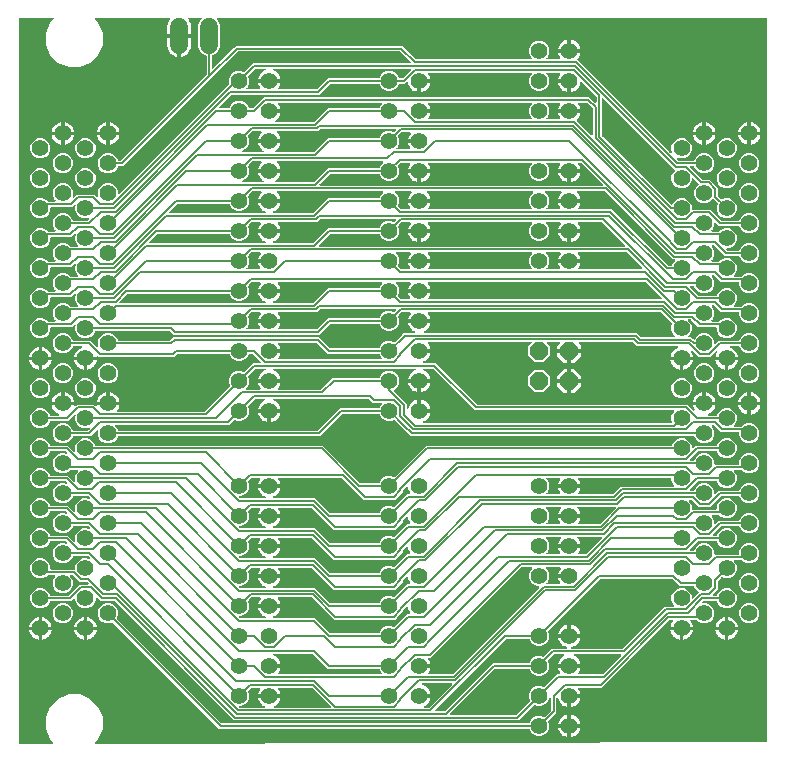
<source format=gbr>
G04 EAGLE Gerber RS-274X export*
G75*
%MOMM*%
%FSLAX34Y34*%
%LPD*%
%INTop Copper*%
%IPPOS*%
%AMOC8*
5,1,8,0,0,1.08239X$1,22.5*%
G01*
%ADD10C,1.408000*%
%ADD11P,1.649562X8X292.500000*%
%ADD12C,1.524000*%
%ADD13C,0.152400*%
%ADD14C,0.660400*%

G36*
X32509Y10236D02*
X32509Y10236D01*
X32579Y10248D01*
X32650Y10250D01*
X32700Y10268D01*
X32752Y10276D01*
X32814Y10310D01*
X32881Y10334D01*
X32922Y10367D01*
X32969Y10392D01*
X33018Y10443D01*
X33073Y10488D01*
X33102Y10532D01*
X33138Y10571D01*
X33168Y10635D01*
X33206Y10695D01*
X33219Y10746D01*
X33241Y10794D01*
X33249Y10864D01*
X33266Y10933D01*
X33262Y10986D01*
X33268Y11038D01*
X33252Y11108D01*
X33247Y11178D01*
X33226Y11227D01*
X33215Y11279D01*
X33178Y11340D01*
X33151Y11405D01*
X33105Y11462D01*
X33088Y11490D01*
X33071Y11504D01*
X33046Y11536D01*
X30318Y14264D01*
X26639Y23144D01*
X26639Y32756D01*
X30318Y41636D01*
X37114Y48432D01*
X45994Y52111D01*
X55606Y52111D01*
X64486Y48432D01*
X71282Y41636D01*
X74961Y32756D01*
X74961Y23144D01*
X71282Y14264D01*
X68625Y11607D01*
X68583Y11548D01*
X68533Y11495D01*
X68512Y11449D01*
X68482Y11407D01*
X68460Y11338D01*
X68430Y11272D01*
X68424Y11221D01*
X68409Y11172D01*
X68411Y11100D01*
X68403Y11028D01*
X68414Y10978D01*
X68416Y10926D01*
X68441Y10858D01*
X68456Y10787D01*
X68483Y10743D01*
X68500Y10695D01*
X68546Y10639D01*
X68583Y10577D01*
X68622Y10543D01*
X68654Y10503D01*
X68715Y10464D01*
X68770Y10417D01*
X68818Y10398D01*
X68861Y10370D01*
X68931Y10352D01*
X68998Y10326D01*
X69068Y10318D01*
X69099Y10310D01*
X69123Y10312D01*
X69165Y10307D01*
X636779Y11410D01*
X636798Y11413D01*
X636817Y11411D01*
X636919Y11433D01*
X637022Y11450D01*
X637039Y11459D01*
X637058Y11463D01*
X637147Y11516D01*
X637239Y11565D01*
X637253Y11579D01*
X637269Y11589D01*
X637337Y11668D01*
X637408Y11744D01*
X637416Y11761D01*
X637429Y11776D01*
X637468Y11873D01*
X637512Y11967D01*
X637514Y11986D01*
X637521Y12004D01*
X637539Y12171D01*
X637539Y624078D01*
X637536Y624098D01*
X637538Y624117D01*
X637516Y624219D01*
X637500Y624321D01*
X637490Y624338D01*
X637486Y624358D01*
X637433Y624447D01*
X637384Y624538D01*
X637370Y624552D01*
X637360Y624569D01*
X637281Y624636D01*
X637206Y624708D01*
X637188Y624716D01*
X637173Y624729D01*
X637077Y624768D01*
X636983Y624811D01*
X636963Y624813D01*
X636945Y624821D01*
X636778Y624839D01*
X172251Y624839D01*
X172180Y624828D01*
X172109Y624826D01*
X172060Y624808D01*
X172008Y624800D01*
X171945Y624766D01*
X171878Y624741D01*
X171837Y624709D01*
X171791Y624684D01*
X171742Y624632D01*
X171686Y624588D01*
X171657Y624544D01*
X171622Y624506D01*
X171591Y624441D01*
X171553Y624381D01*
X171540Y624330D01*
X171518Y624283D01*
X171510Y624212D01*
X171493Y624142D01*
X171497Y624090D01*
X171491Y624039D01*
X171506Y623968D01*
X171512Y623897D01*
X171532Y623849D01*
X171543Y623798D01*
X171580Y623737D01*
X171608Y623671D01*
X171653Y623615D01*
X171669Y623587D01*
X171687Y623572D01*
X171713Y623540D01*
X172853Y622400D01*
X174245Y619039D01*
X174245Y600161D01*
X172853Y596800D01*
X170280Y594227D01*
X167857Y593224D01*
X167757Y593162D01*
X167657Y593102D01*
X167653Y593097D01*
X167648Y593094D01*
X167573Y593004D01*
X167497Y592915D01*
X167495Y592909D01*
X167491Y592905D01*
X167449Y592796D01*
X167405Y592687D01*
X167404Y592680D01*
X167403Y592675D01*
X167402Y592657D01*
X167387Y592520D01*
X167387Y582629D01*
X167389Y582615D01*
X167388Y582602D01*
X167398Y582553D01*
X167400Y582487D01*
X167418Y582438D01*
X167426Y582386D01*
X167460Y582323D01*
X167485Y582256D01*
X167517Y582215D01*
X167542Y582169D01*
X167594Y582120D01*
X167638Y582064D01*
X167682Y582036D01*
X167720Y582000D01*
X167785Y581970D01*
X167845Y581931D01*
X167896Y581918D01*
X167943Y581896D01*
X168014Y581888D01*
X168084Y581871D01*
X168136Y581875D01*
X168187Y581869D01*
X168258Y581884D01*
X168329Y581890D01*
X168377Y581910D01*
X168428Y581921D01*
X168489Y581958D01*
X168555Y581986D01*
X168610Y582029D01*
X168621Y582035D01*
X168623Y582038D01*
X168639Y582047D01*
X168654Y582065D01*
X168686Y582091D01*
X186105Y599510D01*
X187667Y601072D01*
X328773Y601072D01*
X339761Y590084D01*
X339835Y590031D01*
X339905Y589971D01*
X339935Y589959D01*
X339961Y589940D01*
X340048Y589913D01*
X340133Y589879D01*
X340174Y589875D01*
X340196Y589868D01*
X340228Y589869D01*
X340300Y589861D01*
X437589Y589861D01*
X437660Y589872D01*
X437732Y589874D01*
X437780Y589892D01*
X437832Y589900D01*
X437895Y589934D01*
X437963Y589959D01*
X438003Y589991D01*
X438049Y590016D01*
X438099Y590068D01*
X438155Y590112D01*
X438183Y590156D01*
X438219Y590194D01*
X438249Y590259D01*
X438288Y590319D01*
X438300Y590370D01*
X438322Y590417D01*
X438330Y590488D01*
X438348Y590558D01*
X438344Y590610D01*
X438349Y590661D01*
X438334Y590732D01*
X438328Y590803D01*
X438308Y590851D01*
X438297Y590902D01*
X438260Y590963D01*
X438232Y591029D01*
X438187Y591085D01*
X438171Y591113D01*
X438153Y591128D01*
X438127Y591160D01*
X437239Y592048D01*
X435935Y595196D01*
X435935Y598604D01*
X437239Y601752D01*
X439648Y604161D01*
X442796Y605465D01*
X446204Y605465D01*
X449352Y604161D01*
X451761Y601752D01*
X453065Y598604D01*
X453065Y595196D01*
X451761Y592048D01*
X450873Y591160D01*
X450831Y591102D01*
X450781Y591050D01*
X450759Y591003D01*
X450729Y590961D01*
X450708Y590892D01*
X450678Y590827D01*
X450672Y590775D01*
X450657Y590725D01*
X450659Y590654D01*
X450651Y590583D01*
X450662Y590532D01*
X450663Y590480D01*
X450688Y590412D01*
X450703Y590342D01*
X450730Y590297D01*
X450748Y590249D01*
X450792Y590193D01*
X450829Y590131D01*
X450869Y590097D01*
X450901Y590057D01*
X450962Y590018D01*
X451016Y589971D01*
X451064Y589952D01*
X451108Y589924D01*
X451178Y589906D01*
X451244Y589879D01*
X451315Y589871D01*
X451347Y589863D01*
X451370Y589865D01*
X451411Y589861D01*
X461678Y589861D01*
X461690Y589863D01*
X461702Y589861D01*
X461811Y589882D01*
X461921Y589900D01*
X461931Y589906D01*
X461943Y589908D01*
X462040Y589964D01*
X462138Y590016D01*
X462146Y590024D01*
X462157Y590030D01*
X462231Y590113D01*
X462307Y590194D01*
X462312Y590205D01*
X462320Y590214D01*
X462364Y590316D01*
X462411Y590417D01*
X462412Y590429D01*
X462417Y590440D01*
X462426Y590551D01*
X462438Y590661D01*
X462436Y590673D01*
X462436Y590685D01*
X462409Y590793D01*
X462386Y590902D01*
X462380Y590912D01*
X462377Y590924D01*
X462294Y591069D01*
X461706Y591879D01*
X461021Y593222D01*
X460555Y594657D01*
X460441Y595377D01*
X469138Y595377D01*
X469158Y595380D01*
X469177Y595378D01*
X469279Y595400D01*
X469381Y595417D01*
X469398Y595426D01*
X469418Y595430D01*
X469507Y595483D01*
X469598Y595532D01*
X469612Y595546D01*
X469629Y595556D01*
X469696Y595635D01*
X469767Y595710D01*
X469776Y595728D01*
X469789Y595743D01*
X469827Y595839D01*
X469871Y595933D01*
X469873Y595953D01*
X469881Y595971D01*
X469899Y596138D01*
X469899Y596901D01*
X469901Y596901D01*
X469901Y596138D01*
X469904Y596118D01*
X469902Y596099D01*
X469924Y595997D01*
X469941Y595895D01*
X469950Y595878D01*
X469954Y595858D01*
X470007Y595769D01*
X470056Y595678D01*
X470070Y595664D01*
X470080Y595647D01*
X470159Y595580D01*
X470234Y595509D01*
X470252Y595500D01*
X470267Y595487D01*
X470363Y595448D01*
X470457Y595405D01*
X470477Y595403D01*
X470495Y595395D01*
X470662Y595377D01*
X479359Y595377D01*
X479245Y594657D01*
X478779Y593222D01*
X478094Y591879D01*
X477208Y590658D01*
X477035Y590486D01*
X477023Y590470D01*
X477008Y590457D01*
X476952Y590370D01*
X476891Y590286D01*
X476885Y590267D01*
X476875Y590250D01*
X476849Y590150D01*
X476819Y590051D01*
X476820Y590031D01*
X476815Y590012D01*
X476823Y589909D01*
X476825Y589805D01*
X476832Y589786D01*
X476834Y589766D01*
X476874Y589671D01*
X476910Y589574D01*
X476922Y589558D01*
X476930Y589540D01*
X477035Y589409D01*
X555594Y510850D01*
X555673Y510793D01*
X555748Y510731D01*
X555773Y510722D01*
X555794Y510706D01*
X555887Y510678D01*
X555978Y510643D01*
X556004Y510642D01*
X556029Y510634D01*
X556126Y510636D01*
X556224Y510632D01*
X556249Y510640D01*
X556275Y510640D01*
X556366Y510674D01*
X556460Y510701D01*
X556481Y510716D01*
X556506Y510725D01*
X556582Y510786D01*
X556662Y510841D01*
X556677Y510862D01*
X556698Y510878D01*
X556751Y510961D01*
X556809Y511039D01*
X556817Y511063D01*
X556831Y511085D01*
X556855Y511180D01*
X556885Y511272D01*
X556885Y511299D01*
X556891Y511324D01*
X556883Y511421D01*
X556883Y511518D01*
X556873Y511550D01*
X556872Y511569D01*
X556859Y511599D01*
X556836Y511679D01*
X556435Y512646D01*
X556435Y516054D01*
X557739Y519202D01*
X560148Y521611D01*
X563296Y522915D01*
X566704Y522915D01*
X569852Y521611D01*
X572261Y519202D01*
X573565Y516054D01*
X573565Y512646D01*
X572261Y509498D01*
X569852Y507089D01*
X566704Y505785D01*
X563296Y505785D01*
X562329Y506186D01*
X562235Y506208D01*
X562142Y506237D01*
X562115Y506236D01*
X562090Y506242D01*
X561993Y506233D01*
X561896Y506230D01*
X561871Y506221D01*
X561845Y506219D01*
X561756Y506179D01*
X561665Y506146D01*
X561644Y506129D01*
X561620Y506119D01*
X561549Y506053D01*
X561473Y505992D01*
X561459Y505970D01*
X561439Y505952D01*
X561392Y505867D01*
X561340Y505785D01*
X561333Y505760D01*
X561321Y505737D01*
X561303Y505641D01*
X561280Y505547D01*
X561282Y505521D01*
X561277Y505495D01*
X561291Y505398D01*
X561299Y505301D01*
X561309Y505277D01*
X561313Y505252D01*
X561357Y505165D01*
X561395Y505075D01*
X561415Y505050D01*
X561424Y505032D01*
X561448Y505009D01*
X561500Y504944D01*
X562284Y504160D01*
X562358Y504107D01*
X562428Y504047D01*
X562458Y504035D01*
X562484Y504016D01*
X562571Y503989D01*
X562656Y503955D01*
X562697Y503951D01*
X562719Y503944D01*
X562751Y503945D01*
X562823Y503937D01*
X575268Y503937D01*
X575383Y503956D01*
X575499Y503973D01*
X575505Y503975D01*
X575511Y503976D01*
X575614Y504031D01*
X575718Y504084D01*
X575723Y504089D01*
X575728Y504092D01*
X575808Y504176D01*
X575891Y504260D01*
X575894Y504266D01*
X575898Y504270D01*
X575905Y504287D01*
X575971Y504407D01*
X576839Y506502D01*
X579248Y508911D01*
X582396Y510215D01*
X585804Y510215D01*
X588952Y508911D01*
X591361Y506502D01*
X592665Y503354D01*
X592665Y499946D01*
X591361Y496798D01*
X588952Y494389D01*
X585804Y493085D01*
X582396Y493085D01*
X579248Y494389D01*
X576839Y496798D01*
X575971Y498893D01*
X575910Y498993D01*
X575850Y499093D01*
X575845Y499097D01*
X575842Y499102D01*
X575751Y499177D01*
X575663Y499253D01*
X575657Y499255D01*
X575652Y499259D01*
X575544Y499301D01*
X575435Y499345D01*
X575427Y499346D01*
X575423Y499347D01*
X575404Y499348D01*
X575268Y499363D01*
X572847Y499363D01*
X572777Y499352D01*
X572705Y499350D01*
X572656Y499332D01*
X572605Y499324D01*
X572541Y499290D01*
X572474Y499265D01*
X572433Y499233D01*
X572387Y499208D01*
X572338Y499156D01*
X572282Y499112D01*
X572254Y499068D01*
X572218Y499030D01*
X572188Y498965D01*
X572149Y498905D01*
X572136Y498854D01*
X572114Y498807D01*
X572106Y498736D01*
X572089Y498666D01*
X572093Y498614D01*
X572087Y498563D01*
X572102Y498492D01*
X572108Y498421D01*
X572128Y498373D01*
X572139Y498322D01*
X572176Y498261D01*
X572204Y498195D01*
X572249Y498139D01*
X572266Y498111D01*
X572283Y498096D01*
X572309Y498064D01*
X582287Y488086D01*
X582361Y488033D01*
X582431Y487973D01*
X582461Y487961D01*
X582487Y487942D01*
X582574Y487915D01*
X582659Y487881D01*
X582700Y487877D01*
X582722Y487870D01*
X582754Y487871D01*
X582826Y487863D01*
X588910Y487863D01*
X595713Y481060D01*
X595713Y474587D01*
X595727Y474496D01*
X595735Y474406D01*
X595747Y474376D01*
X595752Y474344D01*
X595795Y474263D01*
X595831Y474179D01*
X595857Y474147D01*
X595868Y474126D01*
X595891Y474104D01*
X595936Y474048D01*
X598572Y471412D01*
X598667Y471343D01*
X598761Y471274D01*
X598767Y471272D01*
X598772Y471268D01*
X598883Y471234D01*
X598994Y471198D01*
X599001Y471198D01*
X599007Y471196D01*
X599123Y471199D01*
X599240Y471200D01*
X599248Y471202D01*
X599253Y471202D01*
X599270Y471209D01*
X599401Y471247D01*
X601496Y472115D01*
X604904Y472115D01*
X608052Y470811D01*
X610461Y468402D01*
X611765Y465254D01*
X611765Y461846D01*
X610461Y458698D01*
X608052Y456289D01*
X604904Y454985D01*
X601496Y454985D01*
X598348Y456289D01*
X595939Y458698D01*
X594635Y461846D01*
X594635Y465254D01*
X595503Y467349D01*
X595530Y467462D01*
X595558Y467576D01*
X595558Y467582D01*
X595559Y467588D01*
X595548Y467705D01*
X595539Y467821D01*
X595537Y467827D01*
X595536Y467833D01*
X595488Y467940D01*
X595443Y468047D01*
X595438Y468053D01*
X595436Y468058D01*
X595423Y468071D01*
X595338Y468178D01*
X592278Y471239D01*
X592261Y471250D01*
X592249Y471266D01*
X592162Y471322D01*
X592078Y471382D01*
X592059Y471388D01*
X592042Y471399D01*
X591941Y471424D01*
X591843Y471454D01*
X591823Y471454D01*
X591803Y471459D01*
X591700Y471451D01*
X591597Y471448D01*
X591578Y471441D01*
X591558Y471440D01*
X591463Y471399D01*
X591366Y471364D01*
X591350Y471351D01*
X591332Y471343D01*
X591201Y471239D01*
X588952Y468989D01*
X585804Y467685D01*
X582396Y467685D01*
X579248Y468989D01*
X576839Y471398D01*
X575535Y474546D01*
X575535Y477954D01*
X576839Y481102D01*
X579283Y483545D01*
X579295Y483562D01*
X579310Y483574D01*
X579366Y483661D01*
X579427Y483745D01*
X579432Y483764D01*
X579443Y483781D01*
X579469Y483881D01*
X579499Y483980D01*
X579498Y484000D01*
X579503Y484020D01*
X579495Y484122D01*
X579493Y484226D01*
X579486Y484245D01*
X579484Y484265D01*
X579444Y484360D01*
X579408Y484457D01*
X579396Y484473D01*
X579388Y484491D01*
X579283Y484622D01*
X574864Y489041D01*
X574806Y489083D01*
X574754Y489132D01*
X574707Y489154D01*
X574665Y489184D01*
X574596Y489205D01*
X574531Y489236D01*
X574479Y489241D01*
X574429Y489257D01*
X574358Y489255D01*
X574287Y489263D01*
X574236Y489252D01*
X574184Y489250D01*
X574116Y489226D01*
X574046Y489211D01*
X574002Y489184D01*
X573953Y489166D01*
X573897Y489121D01*
X573835Y489084D01*
X573801Y489045D01*
X573761Y489012D01*
X573722Y488952D01*
X573675Y488897D01*
X573656Y488849D01*
X573628Y488805D01*
X573610Y488736D01*
X573583Y488669D01*
X573575Y488598D01*
X573567Y488567D01*
X573569Y488543D01*
X573565Y488503D01*
X573565Y487246D01*
X572261Y484098D01*
X569852Y481689D01*
X566704Y480385D01*
X563296Y480385D01*
X560148Y481689D01*
X557739Y484098D01*
X556435Y487246D01*
X556435Y490654D01*
X557739Y493802D01*
X559263Y495326D01*
X559275Y495342D01*
X559291Y495354D01*
X559319Y495399D01*
X559350Y495431D01*
X559370Y495474D01*
X559407Y495525D01*
X559413Y495544D01*
X559424Y495561D01*
X559439Y495623D01*
X559454Y495654D01*
X559458Y495690D01*
X559479Y495761D01*
X559479Y495780D01*
X559484Y495800D01*
X559478Y495873D01*
X559481Y495899D01*
X559475Y495925D01*
X559473Y496006D01*
X559466Y496025D01*
X559464Y496045D01*
X559433Y496120D01*
X559428Y496139D01*
X559418Y496157D01*
X559388Y496237D01*
X559376Y496253D01*
X559368Y496271D01*
X559263Y496402D01*
X498886Y556779D01*
X498828Y556821D01*
X498776Y556871D01*
X498729Y556893D01*
X498687Y556923D01*
X498618Y556944D01*
X498553Y556974D01*
X498501Y556980D01*
X498451Y556995D01*
X498380Y556993D01*
X498309Y557001D01*
X498258Y556990D01*
X498206Y556989D01*
X498138Y556964D01*
X498068Y556949D01*
X498024Y556922D01*
X497975Y556904D01*
X497919Y556860D01*
X497857Y556823D01*
X497823Y556783D01*
X497783Y556751D01*
X497744Y556690D01*
X497697Y556636D01*
X497678Y556588D01*
X497650Y556544D01*
X497632Y556474D01*
X497605Y556408D01*
X497597Y556336D01*
X497589Y556305D01*
X497591Y556282D01*
X497587Y556241D01*
X497587Y525634D01*
X497601Y525544D01*
X497609Y525453D01*
X497621Y525423D01*
X497626Y525391D01*
X497669Y525311D01*
X497705Y525227D01*
X497731Y525195D01*
X497742Y525174D01*
X497765Y525152D01*
X497810Y525096D01*
X555986Y466919D01*
X556023Y466893D01*
X556054Y466859D01*
X556123Y466821D01*
X556186Y466776D01*
X556229Y466762D01*
X556270Y466740D01*
X556347Y466726D01*
X556421Y466704D01*
X556467Y466705D01*
X556512Y466697D01*
X556589Y466708D01*
X556667Y466710D01*
X556710Y466726D01*
X556755Y466732D01*
X556825Y466768D01*
X556898Y466794D01*
X556934Y466823D01*
X556974Y466844D01*
X557029Y466899D01*
X557090Y466948D01*
X557115Y466987D01*
X557147Y467019D01*
X557213Y467139D01*
X557223Y467155D01*
X557224Y467160D01*
X557228Y467166D01*
X557739Y468402D01*
X560148Y470811D01*
X563296Y472115D01*
X566704Y472115D01*
X569852Y470811D01*
X572261Y468402D01*
X573565Y465254D01*
X573565Y463224D01*
X573568Y463204D01*
X573566Y463185D01*
X573588Y463083D01*
X573604Y462981D01*
X573614Y462964D01*
X573618Y462944D01*
X573671Y462855D01*
X573720Y462764D01*
X573734Y462750D01*
X573744Y462733D01*
X573823Y462666D01*
X573898Y462594D01*
X573916Y462586D01*
X573931Y462573D01*
X574027Y462534D01*
X574121Y462491D01*
X574141Y462489D01*
X574159Y462481D01*
X574326Y462463D01*
X588910Y462463D01*
X590473Y460900D01*
X598013Y453360D01*
X598087Y453307D01*
X598157Y453247D01*
X598187Y453235D01*
X598213Y453216D01*
X598300Y453189D01*
X598385Y453155D01*
X598426Y453151D01*
X598448Y453144D01*
X598480Y453145D01*
X598552Y453137D01*
X613468Y453137D01*
X613583Y453156D01*
X613699Y453173D01*
X613705Y453175D01*
X613711Y453176D01*
X613814Y453231D01*
X613918Y453284D01*
X613923Y453289D01*
X613928Y453292D01*
X614008Y453376D01*
X614091Y453460D01*
X614094Y453466D01*
X614098Y453470D01*
X614105Y453487D01*
X614171Y453607D01*
X615039Y455702D01*
X617448Y458111D01*
X620596Y459415D01*
X624004Y459415D01*
X627152Y458111D01*
X629561Y455702D01*
X630865Y452554D01*
X630865Y449146D01*
X629561Y445998D01*
X627152Y443589D01*
X624004Y442285D01*
X620596Y442285D01*
X617448Y443589D01*
X615039Y445998D01*
X614171Y448093D01*
X614110Y448193D01*
X614050Y448293D01*
X614045Y448297D01*
X614042Y448302D01*
X613951Y448377D01*
X613863Y448453D01*
X613857Y448455D01*
X613852Y448459D01*
X613744Y448501D01*
X613635Y448545D01*
X613627Y448546D01*
X613623Y448547D01*
X613604Y448548D01*
X613468Y448563D01*
X596342Y448563D01*
X593964Y450941D01*
X593906Y450983D01*
X593854Y451032D01*
X593807Y451054D01*
X593765Y451084D01*
X593696Y451105D01*
X593631Y451136D01*
X593579Y451141D01*
X593529Y451157D01*
X593458Y451155D01*
X593387Y451163D01*
X593336Y451152D01*
X593284Y451150D01*
X593216Y451126D01*
X593146Y451111D01*
X593101Y451084D01*
X593053Y451066D01*
X592997Y451021D01*
X592935Y450984D01*
X592901Y450945D01*
X592861Y450912D01*
X592822Y450852D01*
X592775Y450797D01*
X592756Y450749D01*
X592728Y450705D01*
X592710Y450636D01*
X592683Y450569D01*
X592675Y450498D01*
X592667Y450467D01*
X592669Y450443D01*
X592665Y450403D01*
X592665Y449146D01*
X591361Y445998D01*
X590473Y445110D01*
X590431Y445052D01*
X590381Y445000D01*
X590359Y444953D01*
X590329Y444911D01*
X590308Y444842D01*
X590278Y444777D01*
X590272Y444725D01*
X590257Y444675D01*
X590259Y444604D01*
X590251Y444533D01*
X590262Y444482D01*
X590263Y444430D01*
X590288Y444362D01*
X590303Y444292D01*
X590330Y444247D01*
X590348Y444199D01*
X590392Y444143D01*
X590429Y444081D01*
X590469Y444047D01*
X590501Y444007D01*
X590562Y443968D01*
X590616Y443921D01*
X590664Y443902D01*
X590708Y443874D01*
X590778Y443856D01*
X590844Y443829D01*
X590915Y443821D01*
X590947Y443813D01*
X590970Y443815D01*
X591011Y443811D01*
X596433Y443811D01*
X596523Y443825D01*
X596614Y443833D01*
X596644Y443845D01*
X596676Y443850D01*
X596756Y443893D01*
X596840Y443929D01*
X596873Y443955D01*
X596893Y443966D01*
X596915Y443989D01*
X596971Y444034D01*
X598348Y445411D01*
X601496Y446715D01*
X604904Y446715D01*
X608052Y445411D01*
X610461Y443002D01*
X611765Y439854D01*
X611765Y436446D01*
X610461Y433298D01*
X608052Y430889D01*
X604904Y429585D01*
X603647Y429585D01*
X603577Y429574D01*
X603505Y429572D01*
X603456Y429554D01*
X603405Y429546D01*
X603341Y429512D01*
X603274Y429487D01*
X603233Y429455D01*
X603187Y429430D01*
X603138Y429379D01*
X603082Y429334D01*
X603054Y429290D01*
X603018Y429252D01*
X602988Y429187D01*
X602949Y429127D01*
X602936Y429076D01*
X602914Y429029D01*
X602906Y428958D01*
X602889Y428888D01*
X602893Y428836D01*
X602887Y428785D01*
X602902Y428714D01*
X602908Y428643D01*
X602928Y428595D01*
X602939Y428544D01*
X602976Y428483D01*
X603004Y428417D01*
X603049Y428361D01*
X603066Y428333D01*
X603083Y428318D01*
X603109Y428286D01*
X603435Y427960D01*
X603509Y427907D01*
X603579Y427847D01*
X603609Y427835D01*
X603635Y427816D01*
X603722Y427789D01*
X603807Y427755D01*
X603848Y427751D01*
X603870Y427744D01*
X603902Y427745D01*
X603974Y427737D01*
X613468Y427737D01*
X613583Y427756D01*
X613699Y427773D01*
X613705Y427775D01*
X613711Y427776D01*
X613814Y427831D01*
X613918Y427884D01*
X613923Y427889D01*
X613928Y427892D01*
X614008Y427976D01*
X614091Y428060D01*
X614094Y428066D01*
X614098Y428070D01*
X614105Y428087D01*
X614171Y428207D01*
X615039Y430302D01*
X617448Y432711D01*
X620596Y434015D01*
X624004Y434015D01*
X627152Y432711D01*
X629561Y430302D01*
X630865Y427154D01*
X630865Y423746D01*
X629561Y420598D01*
X627152Y418189D01*
X624004Y416885D01*
X620596Y416885D01*
X617448Y418189D01*
X615039Y420598D01*
X614171Y422693D01*
X614110Y422793D01*
X614050Y422893D01*
X614045Y422897D01*
X614042Y422902D01*
X613951Y422977D01*
X613863Y423053D01*
X613857Y423055D01*
X613852Y423059D01*
X613744Y423101D01*
X613635Y423145D01*
X613627Y423146D01*
X613623Y423147D01*
X613604Y423148D01*
X613468Y423163D01*
X601764Y423163D01*
X592661Y432266D01*
X592587Y432319D01*
X592517Y432379D01*
X592487Y432391D01*
X592461Y432410D01*
X592374Y432437D01*
X592289Y432471D01*
X592248Y432475D01*
X592226Y432482D01*
X592194Y432481D01*
X592122Y432489D01*
X591011Y432489D01*
X590940Y432478D01*
X590868Y432476D01*
X590820Y432458D01*
X590768Y432450D01*
X590705Y432416D01*
X590637Y432391D01*
X590597Y432359D01*
X590551Y432334D01*
X590501Y432282D01*
X590445Y432238D01*
X590417Y432194D01*
X590381Y432156D01*
X590351Y432091D01*
X590312Y432031D01*
X590300Y431980D01*
X590278Y431933D01*
X590270Y431862D01*
X590252Y431792D01*
X590256Y431740D01*
X590251Y431689D01*
X590266Y431618D01*
X590272Y431547D01*
X590292Y431499D01*
X590303Y431448D01*
X590340Y431387D01*
X590368Y431321D01*
X590413Y431265D01*
X590429Y431237D01*
X590447Y431222D01*
X590473Y431190D01*
X591361Y430302D01*
X592665Y427154D01*
X592665Y423746D01*
X591361Y420598D01*
X590473Y419710D01*
X590431Y419652D01*
X590381Y419600D01*
X590359Y419553D01*
X590329Y419511D01*
X590308Y419442D01*
X590278Y419377D01*
X590272Y419325D01*
X590257Y419275D01*
X590259Y419204D01*
X590251Y419133D01*
X590262Y419082D01*
X590263Y419030D01*
X590288Y418962D01*
X590303Y418892D01*
X590330Y418847D01*
X590348Y418799D01*
X590392Y418743D01*
X590429Y418681D01*
X590469Y418647D01*
X590501Y418607D01*
X590562Y418568D01*
X590616Y418521D01*
X590664Y418502D01*
X590708Y418474D01*
X590778Y418456D01*
X590844Y418429D01*
X590915Y418421D01*
X590947Y418413D01*
X590970Y418415D01*
X591011Y418411D01*
X596433Y418411D01*
X596523Y418425D01*
X596614Y418433D01*
X596644Y418445D01*
X596676Y418450D01*
X596756Y418493D01*
X596840Y418529D01*
X596872Y418555D01*
X596893Y418566D01*
X596915Y418589D01*
X596971Y418634D01*
X598348Y420011D01*
X601496Y421315D01*
X604904Y421315D01*
X608052Y420011D01*
X610461Y417602D01*
X611765Y414454D01*
X611765Y411046D01*
X610461Y407898D01*
X609573Y407010D01*
X609531Y406952D01*
X609481Y406900D01*
X609459Y406853D01*
X609429Y406811D01*
X609408Y406742D01*
X609378Y406677D01*
X609372Y406625D01*
X609357Y406575D01*
X609359Y406504D01*
X609351Y406433D01*
X609362Y406382D01*
X609363Y406330D01*
X609388Y406262D01*
X609403Y406192D01*
X609430Y406147D01*
X609448Y406099D01*
X609492Y406043D01*
X609529Y405981D01*
X609569Y405947D01*
X609601Y405907D01*
X609662Y405868D01*
X609716Y405821D01*
X609764Y405802D01*
X609808Y405774D01*
X609878Y405756D01*
X609944Y405729D01*
X610015Y405721D01*
X610047Y405713D01*
X610070Y405715D01*
X610111Y405711D01*
X615533Y405711D01*
X615623Y405725D01*
X615714Y405733D01*
X615744Y405745D01*
X615776Y405750D01*
X615856Y405793D01*
X615940Y405829D01*
X615972Y405855D01*
X615993Y405866D01*
X616015Y405889D01*
X616071Y405934D01*
X617448Y407311D01*
X620596Y408615D01*
X624004Y408615D01*
X627152Y407311D01*
X629561Y404902D01*
X630865Y401754D01*
X630865Y398346D01*
X629561Y395198D01*
X627152Y392789D01*
X624004Y391485D01*
X620596Y391485D01*
X617448Y392789D01*
X615039Y395198D01*
X613735Y398346D01*
X613735Y400376D01*
X613732Y400396D01*
X613734Y400415D01*
X613712Y400517D01*
X613696Y400619D01*
X613686Y400636D01*
X613682Y400656D01*
X613629Y400745D01*
X613580Y400836D01*
X613566Y400850D01*
X613556Y400867D01*
X613477Y400934D01*
X613402Y401006D01*
X613384Y401014D01*
X613369Y401027D01*
X613273Y401066D01*
X613179Y401109D01*
X613159Y401111D01*
X613141Y401119D01*
X612974Y401137D01*
X598390Y401137D01*
X592661Y406866D01*
X592587Y406919D01*
X592517Y406979D01*
X592487Y406991D01*
X592461Y407010D01*
X592374Y407037D01*
X592289Y407071D01*
X592248Y407075D01*
X592226Y407082D01*
X592194Y407081D01*
X592122Y407089D01*
X591011Y407089D01*
X590940Y407078D01*
X590868Y407076D01*
X590820Y407058D01*
X590768Y407050D01*
X590705Y407016D01*
X590637Y406991D01*
X590597Y406959D01*
X590551Y406934D01*
X590501Y406882D01*
X590445Y406838D01*
X590417Y406794D01*
X590381Y406756D01*
X590351Y406691D01*
X590312Y406631D01*
X590300Y406580D01*
X590278Y406533D01*
X590270Y406462D01*
X590252Y406392D01*
X590256Y406340D01*
X590251Y406289D01*
X590266Y406218D01*
X590272Y406147D01*
X590292Y406099D01*
X590303Y406048D01*
X590340Y405987D01*
X590368Y405921D01*
X590413Y405865D01*
X590429Y405837D01*
X590447Y405822D01*
X590473Y405790D01*
X591361Y404902D01*
X592665Y401754D01*
X592665Y398346D01*
X591361Y395198D01*
X588952Y392789D01*
X585804Y391485D01*
X582396Y391485D01*
X579248Y392789D01*
X576839Y395198D01*
X575971Y397293D01*
X575910Y397393D01*
X575850Y397493D01*
X575845Y397497D01*
X575842Y397502D01*
X575751Y397577D01*
X575663Y397653D01*
X575657Y397655D01*
X575652Y397659D01*
X575544Y397701D01*
X575435Y397745D01*
X575427Y397746D01*
X575423Y397747D01*
X575404Y397748D01*
X575268Y397763D01*
X572847Y397763D01*
X572777Y397752D01*
X572705Y397750D01*
X572656Y397732D01*
X572605Y397724D01*
X572541Y397690D01*
X572474Y397665D01*
X572433Y397633D01*
X572387Y397608D01*
X572338Y397556D01*
X572282Y397512D01*
X572254Y397468D01*
X572218Y397430D01*
X572188Y397365D01*
X572149Y397305D01*
X572136Y397254D01*
X572114Y397207D01*
X572106Y397136D01*
X572089Y397066D01*
X572093Y397014D01*
X572087Y396963D01*
X572102Y396892D01*
X572108Y396821D01*
X572128Y396773D01*
X572139Y396722D01*
X572176Y396661D01*
X572204Y396595D01*
X572249Y396539D01*
X572266Y396511D01*
X572283Y396496D01*
X572309Y396464D01*
X578913Y389860D01*
X578987Y389807D01*
X579057Y389747D01*
X579087Y389735D01*
X579113Y389716D01*
X579200Y389689D01*
X579285Y389655D01*
X579326Y389651D01*
X579348Y389644D01*
X579380Y389645D01*
X579452Y389637D01*
X594368Y389637D01*
X594483Y389656D01*
X594599Y389673D01*
X594605Y389675D01*
X594611Y389676D01*
X594714Y389731D01*
X594818Y389784D01*
X594823Y389789D01*
X594828Y389792D01*
X594908Y389876D01*
X594991Y389960D01*
X594994Y389966D01*
X594998Y389970D01*
X595005Y389987D01*
X595071Y390107D01*
X595939Y392202D01*
X598348Y394611D01*
X601496Y395915D01*
X604904Y395915D01*
X608052Y394611D01*
X610461Y392202D01*
X611765Y389054D01*
X611765Y385646D01*
X610461Y382498D01*
X609573Y381610D01*
X609531Y381552D01*
X609481Y381500D01*
X609459Y381453D01*
X609429Y381411D01*
X609408Y381342D01*
X609378Y381277D01*
X609372Y381225D01*
X609357Y381175D01*
X609359Y381104D01*
X609351Y381033D01*
X609362Y380982D01*
X609363Y380930D01*
X609388Y380862D01*
X609403Y380792D01*
X609430Y380747D01*
X609448Y380699D01*
X609492Y380643D01*
X609529Y380581D01*
X609569Y380547D01*
X609601Y380507D01*
X609662Y380468D01*
X609716Y380421D01*
X609764Y380402D01*
X609808Y380374D01*
X609878Y380356D01*
X609944Y380329D01*
X610015Y380321D01*
X610047Y380313D01*
X610070Y380315D01*
X610111Y380311D01*
X615533Y380311D01*
X615623Y380325D01*
X615714Y380333D01*
X615744Y380345D01*
X615776Y380350D01*
X615856Y380393D01*
X615940Y380429D01*
X615973Y380455D01*
X615993Y380466D01*
X616015Y380489D01*
X616071Y380534D01*
X617448Y381911D01*
X620596Y383215D01*
X624004Y383215D01*
X627152Y381911D01*
X629561Y379502D01*
X630865Y376354D01*
X630865Y372946D01*
X629561Y369798D01*
X627152Y367389D01*
X624004Y366085D01*
X620596Y366085D01*
X617448Y367389D01*
X615039Y369798D01*
X613735Y372946D01*
X613735Y374976D01*
X613732Y374996D01*
X613734Y375015D01*
X613712Y375117D01*
X613696Y375219D01*
X613686Y375236D01*
X613682Y375256D01*
X613629Y375345D01*
X613580Y375436D01*
X613566Y375450D01*
X613556Y375467D01*
X613477Y375534D01*
X613402Y375606D01*
X613384Y375614D01*
X613369Y375627D01*
X613273Y375666D01*
X613179Y375709D01*
X613159Y375711D01*
X613141Y375719D01*
X612974Y375737D01*
X598390Y375737D01*
X592661Y381466D01*
X592587Y381519D01*
X592517Y381579D01*
X592487Y381591D01*
X592461Y381610D01*
X592374Y381637D01*
X592289Y381671D01*
X592248Y381675D01*
X592226Y381682D01*
X592194Y381681D01*
X592122Y381689D01*
X591011Y381689D01*
X590940Y381678D01*
X590868Y381676D01*
X590820Y381658D01*
X590768Y381650D01*
X590705Y381616D01*
X590637Y381591D01*
X590597Y381559D01*
X590551Y381534D01*
X590501Y381482D01*
X590445Y381438D01*
X590417Y381394D01*
X590381Y381356D01*
X590351Y381291D01*
X590312Y381231D01*
X590300Y381180D01*
X590278Y381133D01*
X590270Y381062D01*
X590252Y380992D01*
X590256Y380940D01*
X590251Y380889D01*
X590266Y380818D01*
X590272Y380747D01*
X590292Y380699D01*
X590303Y380648D01*
X590340Y380587D01*
X590368Y380521D01*
X590413Y380465D01*
X590429Y380437D01*
X590443Y380425D01*
X590447Y380420D01*
X590453Y380414D01*
X590473Y380390D01*
X591361Y379502D01*
X592665Y376354D01*
X592665Y372946D01*
X591361Y369798D01*
X590473Y368910D01*
X590431Y368852D01*
X590381Y368800D01*
X590359Y368753D01*
X590329Y368711D01*
X590308Y368642D01*
X590278Y368577D01*
X590272Y368525D01*
X590257Y368475D01*
X590259Y368404D01*
X590251Y368333D01*
X590262Y368282D01*
X590263Y368230D01*
X590288Y368162D01*
X590303Y368092D01*
X590330Y368047D01*
X590348Y367999D01*
X590392Y367943D01*
X590429Y367881D01*
X590469Y367847D01*
X590501Y367807D01*
X590562Y367768D01*
X590616Y367721D01*
X590664Y367702D01*
X590708Y367674D01*
X590778Y367656D01*
X590844Y367629D01*
X590915Y367621D01*
X590947Y367613D01*
X590970Y367615D01*
X591011Y367611D01*
X596433Y367611D01*
X596523Y367625D01*
X596614Y367633D01*
X596644Y367645D01*
X596676Y367650D01*
X596756Y367693D01*
X596840Y367729D01*
X596872Y367755D01*
X596893Y367766D01*
X596915Y367789D01*
X596971Y367834D01*
X598348Y369211D01*
X601496Y370515D01*
X604904Y370515D01*
X608052Y369211D01*
X610461Y366802D01*
X611765Y363654D01*
X611765Y360246D01*
X610461Y357098D01*
X608052Y354689D01*
X604904Y353385D01*
X601496Y353385D01*
X598348Y354689D01*
X595939Y357098D01*
X594635Y360246D01*
X594635Y362276D01*
X594632Y362296D01*
X594634Y362315D01*
X594612Y362417D01*
X594596Y362519D01*
X594586Y362536D01*
X594582Y362556D01*
X594529Y362645D01*
X594480Y362736D01*
X594466Y362750D01*
X594456Y362767D01*
X594377Y362834D01*
X594302Y362906D01*
X594284Y362914D01*
X594269Y362927D01*
X594173Y362966D01*
X594079Y363009D01*
X594059Y363011D01*
X594041Y363019D01*
X593874Y363037D01*
X579290Y363037D01*
X572909Y369418D01*
X572835Y369471D01*
X572765Y369531D01*
X572735Y369543D01*
X572709Y369562D01*
X572622Y369589D01*
X572537Y369623D01*
X572496Y369627D01*
X572474Y369634D01*
X572442Y369633D01*
X572370Y369641D01*
X571259Y369641D01*
X571188Y369630D01*
X571116Y369628D01*
X571068Y369610D01*
X571016Y369602D01*
X570953Y369568D01*
X570885Y369543D01*
X570845Y369511D01*
X570799Y369486D01*
X570749Y369434D01*
X570693Y369390D01*
X570665Y369346D01*
X570629Y369308D01*
X570599Y369243D01*
X570560Y369183D01*
X570548Y369132D01*
X570526Y369085D01*
X570518Y369014D01*
X570500Y368944D01*
X570504Y368892D01*
X570499Y368841D01*
X570514Y368770D01*
X570520Y368699D01*
X570540Y368651D01*
X570551Y368600D01*
X570588Y368539D01*
X570616Y368473D01*
X570661Y368417D01*
X570677Y368389D01*
X570695Y368374D01*
X570721Y368342D01*
X572261Y366802D01*
X573565Y363654D01*
X573565Y360246D01*
X572261Y357098D01*
X571047Y355884D01*
X571005Y355826D01*
X570955Y355774D01*
X570933Y355727D01*
X570903Y355685D01*
X570882Y355616D01*
X570852Y355551D01*
X570846Y355499D01*
X570831Y355449D01*
X570833Y355378D01*
X570825Y355307D01*
X570836Y355256D01*
X570837Y355204D01*
X570862Y355136D01*
X570877Y355066D01*
X570904Y355021D01*
X570922Y354973D01*
X570966Y354917D01*
X571003Y354855D01*
X571043Y354821D01*
X571075Y354781D01*
X571136Y354742D01*
X571190Y354695D01*
X571238Y354676D01*
X571282Y354648D01*
X571352Y354630D01*
X571418Y354603D01*
X571490Y354595D01*
X571521Y354587D01*
X571544Y354589D01*
X571585Y354585D01*
X573121Y354585D01*
X575086Y352619D01*
X575123Y352593D01*
X575154Y352559D01*
X575223Y352521D01*
X575286Y352476D01*
X575330Y352462D01*
X575370Y352440D01*
X575446Y352426D01*
X575521Y352404D01*
X575567Y352405D01*
X575612Y352397D01*
X575689Y352408D01*
X575767Y352410D01*
X575810Y352426D01*
X575855Y352432D01*
X575925Y352468D01*
X575998Y352494D01*
X576034Y352523D01*
X576074Y352544D01*
X576129Y352599D01*
X576190Y352648D01*
X576215Y352687D01*
X576247Y352719D01*
X576313Y352839D01*
X576323Y352855D01*
X576324Y352860D01*
X576328Y352866D01*
X576839Y354102D01*
X579248Y356511D01*
X582396Y357815D01*
X585804Y357815D01*
X588952Y356511D01*
X591361Y354102D01*
X592665Y350954D01*
X592665Y349697D01*
X592668Y349679D01*
X592666Y349660D01*
X592677Y349609D01*
X592678Y349555D01*
X592696Y349506D01*
X592704Y349455D01*
X592714Y349436D01*
X592718Y349420D01*
X592743Y349378D01*
X592763Y349324D01*
X592795Y349283D01*
X592820Y349237D01*
X592837Y349221D01*
X592844Y349208D01*
X592879Y349179D01*
X592916Y349132D01*
X592960Y349104D01*
X592998Y349068D01*
X593021Y349057D01*
X593031Y349049D01*
X593071Y349032D01*
X593123Y348999D01*
X593174Y348986D01*
X593221Y348964D01*
X593247Y348961D01*
X593259Y348957D01*
X593317Y348950D01*
X593362Y348939D01*
X593395Y348942D01*
X593426Y348938D01*
X593428Y348938D01*
X593440Y348940D01*
X593465Y348937D01*
X593536Y348952D01*
X593607Y348958D01*
X593643Y348973D01*
X593671Y348978D01*
X593683Y348985D01*
X593706Y348989D01*
X593767Y349026D01*
X593833Y349054D01*
X593869Y349083D01*
X593888Y349093D01*
X593900Y349106D01*
X593917Y349116D01*
X593932Y349133D01*
X593964Y349159D01*
X596342Y351537D01*
X613468Y351537D01*
X613583Y351556D01*
X613699Y351573D01*
X613705Y351575D01*
X613711Y351576D01*
X613814Y351631D01*
X613918Y351684D01*
X613923Y351689D01*
X613928Y351692D01*
X614008Y351776D01*
X614091Y351860D01*
X614094Y351866D01*
X614098Y351870D01*
X614105Y351887D01*
X614171Y352007D01*
X615039Y354102D01*
X617448Y356511D01*
X620596Y357815D01*
X624004Y357815D01*
X627152Y356511D01*
X629561Y354102D01*
X630865Y350954D01*
X630865Y347546D01*
X629561Y344398D01*
X627152Y341989D01*
X624004Y340685D01*
X620596Y340685D01*
X617448Y341989D01*
X615039Y344398D01*
X614171Y346493D01*
X614110Y346593D01*
X614050Y346693D01*
X614045Y346697D01*
X614042Y346702D01*
X613951Y346777D01*
X613863Y346853D01*
X613857Y346855D01*
X613852Y346859D01*
X613744Y346901D01*
X613635Y346945D01*
X613627Y346946D01*
X613623Y346947D01*
X613604Y346948D01*
X613468Y346963D01*
X606961Y346963D01*
X606957Y346963D01*
X606953Y346963D01*
X606836Y346943D01*
X606719Y346924D01*
X606715Y346922D01*
X606711Y346921D01*
X606606Y346864D01*
X606501Y346808D01*
X606499Y346806D01*
X606495Y346804D01*
X606414Y346716D01*
X606332Y346630D01*
X606330Y346626D01*
X606327Y346623D01*
X606278Y346515D01*
X606228Y346407D01*
X606228Y346403D01*
X606226Y346399D01*
X606214Y346279D01*
X606201Y346163D01*
X606202Y346159D01*
X606202Y346155D01*
X606228Y346038D01*
X606253Y345922D01*
X606256Y345919D01*
X606256Y345915D01*
X606318Y345814D01*
X606380Y345711D01*
X606383Y345708D01*
X606385Y345705D01*
X606476Y345628D01*
X606567Y345551D01*
X606570Y345550D01*
X606573Y345547D01*
X606726Y345478D01*
X606878Y345429D01*
X608221Y344744D01*
X609442Y343858D01*
X610508Y342792D01*
X611394Y341571D01*
X612079Y340228D01*
X612545Y338793D01*
X612659Y338073D01*
X603962Y338073D01*
X603942Y338070D01*
X603923Y338072D01*
X603821Y338050D01*
X603719Y338033D01*
X603702Y338024D01*
X603682Y338020D01*
X603593Y337967D01*
X603502Y337918D01*
X603488Y337904D01*
X603471Y337894D01*
X603404Y337815D01*
X603333Y337740D01*
X603324Y337722D01*
X603311Y337707D01*
X603273Y337611D01*
X603229Y337517D01*
X603227Y337497D01*
X603219Y337479D01*
X603201Y337312D01*
X603201Y336549D01*
X603199Y336549D01*
X603199Y337312D01*
X603196Y337332D01*
X603198Y337351D01*
X603176Y337453D01*
X603159Y337555D01*
X603150Y337572D01*
X603146Y337592D01*
X603093Y337681D01*
X603044Y337772D01*
X603030Y337786D01*
X603020Y337803D01*
X602941Y337870D01*
X602866Y337941D01*
X602848Y337950D01*
X602833Y337963D01*
X602737Y338002D01*
X602643Y338045D01*
X602623Y338047D01*
X602605Y338055D01*
X602438Y338073D01*
X593741Y338073D01*
X593855Y338793D01*
X594321Y340228D01*
X595006Y341571D01*
X595063Y341650D01*
X595066Y341656D01*
X595069Y341659D01*
X595086Y341696D01*
X595092Y341708D01*
X595129Y341759D01*
X595147Y341817D01*
X595174Y341870D01*
X595183Y341934D01*
X595202Y341995D01*
X595200Y342054D01*
X595209Y342114D01*
X595197Y342177D01*
X595195Y342240D01*
X595175Y342297D01*
X595164Y342356D01*
X595133Y342411D01*
X595111Y342471D01*
X595073Y342518D01*
X595044Y342571D01*
X594997Y342614D01*
X594957Y342663D01*
X594907Y342696D01*
X594862Y342736D01*
X594804Y342762D01*
X594750Y342796D01*
X594692Y342811D01*
X594637Y342835D01*
X594574Y342841D01*
X594512Y342857D01*
X594452Y342852D01*
X594392Y342857D01*
X594330Y342842D01*
X594266Y342837D01*
X594211Y342814D01*
X594153Y342800D01*
X594099Y342766D01*
X594040Y342741D01*
X593989Y342700D01*
X593976Y342693D01*
X593967Y342683D01*
X593945Y342670D01*
X593928Y342651D01*
X593909Y342636D01*
X588910Y337637D01*
X579290Y337637D01*
X574291Y342636D01*
X574239Y342674D01*
X574193Y342719D01*
X574164Y342733D01*
X574158Y342738D01*
X574138Y342746D01*
X574091Y342780D01*
X574030Y342799D01*
X573973Y342827D01*
X573913Y342835D01*
X573856Y342852D01*
X573792Y342850D01*
X573729Y342859D01*
X573670Y342847D01*
X573610Y342846D01*
X573550Y342824D01*
X573487Y342812D01*
X573435Y342782D01*
X573379Y342761D01*
X573329Y342721D01*
X573274Y342690D01*
X573234Y342645D01*
X573187Y342608D01*
X573153Y342554D01*
X573110Y342506D01*
X573086Y342451D01*
X573054Y342401D01*
X573038Y342339D01*
X573013Y342280D01*
X573009Y342220D01*
X572994Y342162D01*
X572999Y342098D01*
X572994Y342035D01*
X573008Y341977D01*
X573013Y341917D01*
X573038Y341858D01*
X573054Y341796D01*
X573097Y341721D01*
X573109Y341691D01*
X573125Y341672D01*
X573137Y341650D01*
X573194Y341571D01*
X573879Y340228D01*
X574345Y338793D01*
X574459Y338073D01*
X565762Y338073D01*
X565742Y338070D01*
X565723Y338072D01*
X565621Y338050D01*
X565519Y338033D01*
X565502Y338024D01*
X565482Y338020D01*
X565393Y337967D01*
X565302Y337918D01*
X565288Y337904D01*
X565271Y337894D01*
X565204Y337815D01*
X565133Y337740D01*
X565124Y337722D01*
X565111Y337707D01*
X565073Y337611D01*
X565029Y337517D01*
X565027Y337497D01*
X565019Y337479D01*
X565001Y337312D01*
X565001Y336549D01*
X564999Y336549D01*
X564999Y337312D01*
X564996Y337332D01*
X564998Y337351D01*
X564976Y337453D01*
X564959Y337555D01*
X564950Y337572D01*
X564946Y337592D01*
X564893Y337681D01*
X564844Y337772D01*
X564830Y337786D01*
X564820Y337803D01*
X564741Y337870D01*
X564666Y337941D01*
X564648Y337950D01*
X564633Y337963D01*
X564537Y338002D01*
X564443Y338045D01*
X564423Y338047D01*
X564405Y338055D01*
X564238Y338073D01*
X555541Y338073D01*
X555655Y338793D01*
X556121Y340228D01*
X556806Y341571D01*
X557692Y342792D01*
X558758Y343858D01*
X559979Y344744D01*
X561322Y345429D01*
X561474Y345478D01*
X561477Y345480D01*
X561481Y345481D01*
X561585Y345535D01*
X561692Y345591D01*
X561695Y345594D01*
X561699Y345596D01*
X561780Y345681D01*
X561864Y345767D01*
X561865Y345771D01*
X561868Y345774D01*
X561918Y345882D01*
X561969Y345989D01*
X561970Y345993D01*
X561972Y345997D01*
X561985Y346115D01*
X561999Y346234D01*
X561998Y346237D01*
X561999Y346241D01*
X561973Y346359D01*
X561949Y346474D01*
X561947Y346478D01*
X561947Y346482D01*
X561885Y346584D01*
X561825Y346687D01*
X561822Y346690D01*
X561820Y346693D01*
X561729Y346771D01*
X561640Y346849D01*
X561637Y346850D01*
X561633Y346853D01*
X561521Y346898D01*
X561413Y346943D01*
X561409Y346943D01*
X561405Y346945D01*
X561239Y346963D01*
X527412Y346963D01*
X525850Y348526D01*
X524079Y350296D01*
X524005Y350349D01*
X523936Y350409D01*
X523906Y350421D01*
X523879Y350440D01*
X523792Y350467D01*
X523707Y350501D01*
X523667Y350505D01*
X523644Y350512D01*
X523612Y350511D01*
X523541Y350519D01*
X478488Y350519D01*
X478417Y350508D01*
X478346Y350506D01*
X478297Y350488D01*
X478245Y350480D01*
X478182Y350446D01*
X478115Y350421D01*
X478074Y350389D01*
X478028Y350364D01*
X477978Y350312D01*
X477922Y350268D01*
X477894Y350224D01*
X477858Y350186D01*
X477828Y350121D01*
X477789Y350061D01*
X477777Y350010D01*
X477755Y349963D01*
X477747Y349892D01*
X477729Y349822D01*
X477733Y349770D01*
X477728Y349719D01*
X477743Y349648D01*
X477749Y349577D01*
X477769Y349529D01*
X477780Y349478D01*
X477817Y349417D01*
X477845Y349351D01*
X477890Y349295D01*
X477906Y349267D01*
X477924Y349252D01*
X477950Y349220D01*
X480061Y347109D01*
X480061Y344423D01*
X470662Y344423D01*
X470642Y344420D01*
X470623Y344422D01*
X470521Y344400D01*
X470419Y344383D01*
X470402Y344374D01*
X470382Y344370D01*
X470293Y344317D01*
X470202Y344268D01*
X470188Y344254D01*
X470171Y344244D01*
X470104Y344165D01*
X470033Y344090D01*
X470024Y344072D01*
X470011Y344057D01*
X469973Y343961D01*
X469929Y343867D01*
X469927Y343847D01*
X469919Y343829D01*
X469901Y343662D01*
X469901Y342899D01*
X469899Y342899D01*
X469899Y343662D01*
X469896Y343682D01*
X469898Y343701D01*
X469876Y343803D01*
X469859Y343905D01*
X469850Y343922D01*
X469846Y343942D01*
X469793Y344031D01*
X469744Y344122D01*
X469730Y344136D01*
X469720Y344153D01*
X469641Y344220D01*
X469566Y344291D01*
X469548Y344300D01*
X469533Y344313D01*
X469437Y344352D01*
X469343Y344395D01*
X469323Y344397D01*
X469305Y344405D01*
X469138Y344423D01*
X459739Y344423D01*
X459739Y347109D01*
X461850Y349220D01*
X461892Y349278D01*
X461942Y349330D01*
X461963Y349377D01*
X461994Y349419D01*
X462015Y349488D01*
X462045Y349553D01*
X462051Y349605D01*
X462066Y349655D01*
X462064Y349726D01*
X462072Y349797D01*
X462061Y349848D01*
X462060Y349900D01*
X462035Y349968D01*
X462020Y350038D01*
X461993Y350083D01*
X461975Y350131D01*
X461931Y350187D01*
X461894Y350249D01*
X461854Y350283D01*
X461822Y350323D01*
X461761Y350362D01*
X461707Y350409D01*
X461659Y350428D01*
X461615Y350456D01*
X461545Y350474D01*
X461479Y350501D01*
X461407Y350509D01*
X461376Y350517D01*
X461353Y350515D01*
X461312Y350519D01*
X451651Y350519D01*
X451580Y350508D01*
X451509Y350506D01*
X451460Y350488D01*
X451408Y350480D01*
X451345Y350446D01*
X451278Y350421D01*
X451237Y350389D01*
X451191Y350364D01*
X451142Y350312D01*
X451086Y350268D01*
X451057Y350224D01*
X451022Y350186D01*
X450991Y350121D01*
X450953Y350061D01*
X450940Y350010D01*
X450918Y349963D01*
X450910Y349892D01*
X450893Y349822D01*
X450897Y349770D01*
X450891Y349719D01*
X450906Y349648D01*
X450912Y349577D01*
X450932Y349529D01*
X450943Y349478D01*
X450980Y349417D01*
X451008Y349351D01*
X451053Y349295D01*
X451069Y349267D01*
X451087Y349252D01*
X451113Y349220D01*
X453645Y346688D01*
X453645Y339112D01*
X448288Y333755D01*
X440712Y333755D01*
X435355Y339112D01*
X435355Y346688D01*
X437887Y349220D01*
X437929Y349278D01*
X437978Y349330D01*
X438000Y349377D01*
X438031Y349419D01*
X438052Y349488D01*
X438082Y349553D01*
X438088Y349605D01*
X438103Y349655D01*
X438101Y349726D01*
X438109Y349797D01*
X438098Y349848D01*
X438097Y349900D01*
X438072Y349968D01*
X438057Y350038D01*
X438030Y350083D01*
X438012Y350131D01*
X437967Y350187D01*
X437931Y350249D01*
X437891Y350283D01*
X437859Y350323D01*
X437798Y350362D01*
X437744Y350409D01*
X437695Y350428D01*
X437652Y350456D01*
X437582Y350474D01*
X437516Y350501D01*
X437444Y350509D01*
X437413Y350517D01*
X437390Y350515D01*
X437349Y350519D01*
X350668Y350519D01*
X350597Y350508D01*
X350525Y350506D01*
X350476Y350488D01*
X350425Y350480D01*
X350362Y350446D01*
X350294Y350421D01*
X350254Y350389D01*
X350208Y350364D01*
X350158Y350313D01*
X350102Y350268D01*
X350074Y350224D01*
X350038Y350186D01*
X350008Y350121D01*
X349969Y350061D01*
X349957Y350010D01*
X349935Y349963D01*
X349927Y349892D01*
X349909Y349822D01*
X349913Y349770D01*
X349908Y349719D01*
X349923Y349648D01*
X349928Y349577D01*
X349949Y349529D01*
X349960Y349478D01*
X349997Y349417D01*
X350025Y349351D01*
X350069Y349295D01*
X350086Y349267D01*
X350104Y349252D01*
X350130Y349220D01*
X350208Y349142D01*
X351094Y347921D01*
X351779Y346578D01*
X352245Y345143D01*
X352359Y344423D01*
X343662Y344423D01*
X343642Y344420D01*
X343623Y344422D01*
X343521Y344400D01*
X343419Y344383D01*
X343402Y344374D01*
X343382Y344370D01*
X343293Y344317D01*
X343202Y344268D01*
X343188Y344254D01*
X343171Y344244D01*
X343104Y344165D01*
X343033Y344090D01*
X343024Y344072D01*
X343011Y344057D01*
X342973Y343961D01*
X342929Y343867D01*
X342927Y343847D01*
X342919Y343829D01*
X342901Y343662D01*
X342901Y342138D01*
X342904Y342118D01*
X342902Y342099D01*
X342924Y341997D01*
X342941Y341895D01*
X342950Y341878D01*
X342954Y341858D01*
X343007Y341769D01*
X343056Y341678D01*
X343070Y341664D01*
X343080Y341647D01*
X343159Y341580D01*
X343234Y341509D01*
X343252Y341500D01*
X343267Y341487D01*
X343363Y341448D01*
X343457Y341405D01*
X343477Y341403D01*
X343495Y341395D01*
X343662Y341377D01*
X352359Y341377D01*
X352245Y340657D01*
X351779Y339222D01*
X351094Y337879D01*
X350208Y336658D01*
X349142Y335592D01*
X347921Y334706D01*
X346578Y334021D01*
X346426Y333972D01*
X346423Y333970D01*
X346419Y333969D01*
X346314Y333914D01*
X346208Y333859D01*
X346205Y333856D01*
X346201Y333854D01*
X346120Y333768D01*
X346037Y333683D01*
X346035Y333679D01*
X346032Y333676D01*
X345981Y333567D01*
X345931Y333461D01*
X345930Y333457D01*
X345928Y333453D01*
X345915Y333335D01*
X345901Y333216D01*
X345902Y333212D01*
X345901Y333209D01*
X345927Y333092D01*
X345951Y332976D01*
X345953Y332972D01*
X345954Y332968D01*
X346015Y332866D01*
X346075Y332763D01*
X346078Y332760D01*
X346080Y332757D01*
X346170Y332679D01*
X346260Y332601D01*
X346264Y332600D01*
X346267Y332597D01*
X346377Y332553D01*
X346487Y332507D01*
X346491Y332507D01*
X346495Y332505D01*
X346661Y332487D01*
X356547Y332487D01*
X391448Y297586D01*
X391522Y297533D01*
X391592Y297473D01*
X391622Y297461D01*
X391648Y297442D01*
X391735Y297415D01*
X391820Y297381D01*
X391861Y297377D01*
X391883Y297370D01*
X391915Y297371D01*
X391987Y297363D01*
X569810Y297363D01*
X571373Y295800D01*
X574809Y292364D01*
X574861Y292326D01*
X574906Y292282D01*
X574960Y292255D01*
X575009Y292220D01*
X575070Y292201D01*
X575127Y292173D01*
X575187Y292166D01*
X575244Y292148D01*
X575308Y292150D01*
X575371Y292141D01*
X575430Y292153D01*
X575490Y292154D01*
X575550Y292176D01*
X575613Y292188D01*
X575664Y292218D01*
X575721Y292239D01*
X575771Y292279D01*
X575826Y292310D01*
X575866Y292355D01*
X575913Y292392D01*
X575947Y292446D01*
X575990Y292494D01*
X576013Y292549D01*
X576046Y292599D01*
X576061Y292661D01*
X576087Y292720D01*
X576091Y292780D01*
X576106Y292838D01*
X576101Y292901D01*
X576106Y292965D01*
X576091Y293023D01*
X576087Y293083D01*
X576062Y293142D01*
X576046Y293204D01*
X576003Y293279D01*
X575991Y293309D01*
X575975Y293328D01*
X575963Y293350D01*
X575906Y293429D01*
X575221Y294772D01*
X574755Y296207D01*
X574641Y296927D01*
X583338Y296927D01*
X583358Y296930D01*
X583377Y296928D01*
X583479Y296950D01*
X583581Y296967D01*
X583598Y296976D01*
X583618Y296980D01*
X583707Y297033D01*
X583798Y297082D01*
X583812Y297096D01*
X583829Y297106D01*
X583896Y297185D01*
X583967Y297260D01*
X583976Y297278D01*
X583989Y297293D01*
X584027Y297389D01*
X584071Y297483D01*
X584073Y297503D01*
X584081Y297521D01*
X584099Y297688D01*
X584099Y298451D01*
X584101Y298451D01*
X584101Y297688D01*
X584104Y297668D01*
X584102Y297649D01*
X584124Y297547D01*
X584141Y297445D01*
X584150Y297428D01*
X584154Y297408D01*
X584207Y297319D01*
X584256Y297228D01*
X584270Y297214D01*
X584280Y297197D01*
X584359Y297130D01*
X584434Y297059D01*
X584452Y297050D01*
X584467Y297037D01*
X584563Y296998D01*
X584657Y296955D01*
X584677Y296953D01*
X584695Y296945D01*
X584862Y296927D01*
X593559Y296927D01*
X593445Y296207D01*
X592979Y294772D01*
X592294Y293429D01*
X591408Y292208D01*
X590342Y291142D01*
X589121Y290256D01*
X587778Y289571D01*
X587626Y289522D01*
X587625Y289521D01*
X587623Y289521D01*
X587621Y289520D01*
X587619Y289519D01*
X587515Y289465D01*
X587408Y289409D01*
X587405Y289406D01*
X587401Y289404D01*
X587320Y289319D01*
X587236Y289233D01*
X587235Y289229D01*
X587232Y289226D01*
X587182Y289118D01*
X587131Y289011D01*
X587130Y289007D01*
X587128Y289003D01*
X587115Y288884D01*
X587101Y288766D01*
X587102Y288763D01*
X587101Y288759D01*
X587127Y288641D01*
X587151Y288526D01*
X587153Y288522D01*
X587153Y288518D01*
X587215Y288416D01*
X587275Y288313D01*
X587278Y288310D01*
X587280Y288307D01*
X587371Y288229D01*
X587460Y288151D01*
X587463Y288150D01*
X587467Y288147D01*
X587579Y288102D01*
X587687Y288057D01*
X587691Y288057D01*
X587695Y288055D01*
X587861Y288037D01*
X594368Y288037D01*
X594483Y288056D01*
X594599Y288073D01*
X594605Y288075D01*
X594611Y288076D01*
X594714Y288131D01*
X594818Y288184D01*
X594823Y288189D01*
X594828Y288192D01*
X594907Y288275D01*
X594991Y288360D01*
X594994Y288366D01*
X594998Y288370D01*
X595005Y288387D01*
X595071Y288507D01*
X595939Y290602D01*
X598348Y293011D01*
X601496Y294315D01*
X604904Y294315D01*
X608052Y293011D01*
X610461Y290602D01*
X611765Y287454D01*
X611765Y284046D01*
X610461Y280898D01*
X609573Y280010D01*
X609531Y279952D01*
X609481Y279900D01*
X609459Y279853D01*
X609429Y279811D01*
X609408Y279742D01*
X609378Y279677D01*
X609372Y279625D01*
X609357Y279575D01*
X609359Y279504D01*
X609351Y279433D01*
X609362Y279382D01*
X609363Y279330D01*
X609388Y279262D01*
X609403Y279192D01*
X609430Y279147D01*
X609448Y279099D01*
X609492Y279043D01*
X609529Y278981D01*
X609569Y278947D01*
X609601Y278907D01*
X609662Y278868D01*
X609716Y278821D01*
X609764Y278802D01*
X609808Y278774D01*
X609878Y278756D01*
X609944Y278729D01*
X610015Y278721D01*
X610047Y278713D01*
X610070Y278715D01*
X610111Y278711D01*
X615533Y278711D01*
X615623Y278725D01*
X615714Y278733D01*
X615744Y278745D01*
X615776Y278750D01*
X615856Y278793D01*
X615940Y278829D01*
X615972Y278855D01*
X615993Y278866D01*
X616015Y278889D01*
X616071Y278934D01*
X617448Y280311D01*
X620596Y281615D01*
X624004Y281615D01*
X627152Y280311D01*
X629561Y277902D01*
X630865Y274754D01*
X630865Y271346D01*
X629561Y268198D01*
X627152Y265789D01*
X624004Y264485D01*
X620596Y264485D01*
X617448Y265789D01*
X615039Y268198D01*
X613735Y271346D01*
X613735Y273376D01*
X613732Y273396D01*
X613734Y273415D01*
X613712Y273517D01*
X613696Y273619D01*
X613686Y273636D01*
X613682Y273656D01*
X613629Y273745D01*
X613580Y273836D01*
X613566Y273850D01*
X613556Y273867D01*
X613477Y273934D01*
X613402Y274006D01*
X613384Y274014D01*
X613369Y274027D01*
X613273Y274066D01*
X613179Y274109D01*
X613159Y274111D01*
X613141Y274119D01*
X612974Y274137D01*
X598390Y274137D01*
X592661Y279866D01*
X592587Y279919D01*
X592517Y279979D01*
X592487Y279991D01*
X592461Y280010D01*
X592374Y280037D01*
X592289Y280071D01*
X592248Y280075D01*
X592226Y280082D01*
X592194Y280081D01*
X592122Y280089D01*
X591011Y280089D01*
X590940Y280078D01*
X590868Y280076D01*
X590820Y280058D01*
X590768Y280050D01*
X590705Y280016D01*
X590637Y279991D01*
X590597Y279959D01*
X590551Y279934D01*
X590501Y279882D01*
X590445Y279838D01*
X590417Y279794D01*
X590381Y279756D01*
X590351Y279691D01*
X590312Y279631D01*
X590300Y279580D01*
X590278Y279533D01*
X590270Y279462D01*
X590252Y279392D01*
X590256Y279340D01*
X590251Y279289D01*
X590266Y279218D01*
X590272Y279147D01*
X590292Y279099D01*
X590303Y279048D01*
X590340Y278987D01*
X590368Y278921D01*
X590413Y278865D01*
X590429Y278837D01*
X590447Y278822D01*
X590473Y278790D01*
X591361Y277902D01*
X592665Y274754D01*
X592665Y271346D01*
X591361Y268198D01*
X588952Y265789D01*
X585804Y264485D01*
X582396Y264485D01*
X579248Y265789D01*
X576839Y268198D01*
X575836Y270619D01*
X575774Y270719D01*
X575715Y270819D01*
X575710Y270823D01*
X575707Y270828D01*
X575616Y270903D01*
X575528Y270979D01*
X575522Y270981D01*
X575517Y270985D01*
X575409Y271027D01*
X575300Y271071D01*
X575292Y271072D01*
X575288Y271073D01*
X575269Y271074D01*
X575133Y271089D01*
X335546Y271089D01*
X327825Y278810D01*
X322318Y284317D01*
X322223Y284385D01*
X322130Y284455D01*
X322124Y284457D01*
X322119Y284460D01*
X322007Y284494D01*
X321896Y284531D01*
X321889Y284531D01*
X321883Y284533D01*
X321767Y284530D01*
X321650Y284528D01*
X321643Y284526D01*
X321638Y284526D01*
X321620Y284520D01*
X321489Y284482D01*
X319204Y283535D01*
X315796Y283535D01*
X312648Y284839D01*
X310239Y287248D01*
X309371Y289343D01*
X309310Y289443D01*
X309250Y289543D01*
X309245Y289547D01*
X309242Y289552D01*
X309151Y289627D01*
X309063Y289703D01*
X309057Y289705D01*
X309052Y289709D01*
X308944Y289751D01*
X308835Y289795D01*
X308827Y289796D01*
X308823Y289797D01*
X308804Y289798D01*
X308668Y289813D01*
X278123Y289813D01*
X278032Y289799D01*
X277942Y289791D01*
X277912Y289779D01*
X277880Y289774D01*
X277799Y289731D01*
X277715Y289695D01*
X277683Y289669D01*
X277662Y289658D01*
X277640Y289635D01*
X277584Y289590D01*
X258757Y270763D01*
X88262Y270763D01*
X88147Y270744D01*
X88031Y270727D01*
X88025Y270725D01*
X88019Y270724D01*
X87916Y270669D01*
X87812Y270616D01*
X87807Y270611D01*
X87802Y270608D01*
X87722Y270524D01*
X87639Y270440D01*
X87636Y270434D01*
X87632Y270430D01*
X87625Y270413D01*
X87559Y270293D01*
X86691Y268198D01*
X84282Y265789D01*
X81134Y264485D01*
X77726Y264485D01*
X74578Y265789D01*
X72169Y268198D01*
X70865Y271346D01*
X70865Y274754D01*
X70975Y275019D01*
X70997Y275114D01*
X71026Y275207D01*
X71025Y275233D01*
X71031Y275259D01*
X71022Y275355D01*
X71020Y275453D01*
X71011Y275477D01*
X71008Y275503D01*
X70969Y275592D01*
X70935Y275684D01*
X70919Y275704D01*
X70908Y275728D01*
X70842Y275800D01*
X70782Y275876D01*
X70760Y275890D01*
X70742Y275909D01*
X70657Y275956D01*
X70575Y276009D01*
X70549Y276015D01*
X70526Y276028D01*
X70431Y276045D01*
X70336Y276069D01*
X70310Y276067D01*
X70284Y276072D01*
X70188Y276057D01*
X70091Y276050D01*
X70067Y276040D01*
X70041Y276036D01*
X69954Y275992D01*
X69865Y275954D01*
X69839Y275933D01*
X69822Y275924D01*
X69799Y275901D01*
X69734Y275849D01*
X64648Y270763D01*
X50062Y270763D01*
X49947Y270744D01*
X49831Y270727D01*
X49825Y270725D01*
X49819Y270724D01*
X49716Y270669D01*
X49612Y270616D01*
X49607Y270611D01*
X49602Y270608D01*
X49522Y270524D01*
X49439Y270440D01*
X49436Y270434D01*
X49432Y270430D01*
X49425Y270413D01*
X49359Y270293D01*
X48491Y268198D01*
X46082Y265789D01*
X42934Y264485D01*
X39526Y264485D01*
X36378Y265789D01*
X33969Y268198D01*
X32665Y271346D01*
X32665Y274754D01*
X33969Y277902D01*
X36378Y280311D01*
X39526Y281615D01*
X42934Y281615D01*
X46082Y280311D01*
X48491Y277902D01*
X49359Y275807D01*
X49420Y275707D01*
X49480Y275607D01*
X49485Y275603D01*
X49488Y275598D01*
X49579Y275523D01*
X49667Y275447D01*
X49673Y275445D01*
X49678Y275441D01*
X49786Y275399D01*
X49895Y275355D01*
X49903Y275354D01*
X49907Y275353D01*
X49926Y275352D01*
X50062Y275337D01*
X62438Y275337D01*
X62528Y275351D01*
X62619Y275359D01*
X62649Y275371D01*
X62681Y275376D01*
X62762Y275419D01*
X62846Y275455D01*
X62878Y275481D01*
X62899Y275492D01*
X62921Y275515D01*
X62977Y275560D01*
X63713Y276295D01*
X63769Y276375D01*
X63831Y276450D01*
X63841Y276474D01*
X63856Y276495D01*
X63885Y276588D01*
X63920Y276679D01*
X63921Y276705D01*
X63928Y276730D01*
X63926Y276828D01*
X63930Y276925D01*
X63923Y276950D01*
X63922Y276976D01*
X63889Y277068D01*
X63862Y277161D01*
X63847Y277183D01*
X63838Y277207D01*
X63777Y277283D01*
X63721Y277363D01*
X63700Y277379D01*
X63684Y277399D01*
X63602Y277452D01*
X63524Y277510D01*
X63499Y277518D01*
X63477Y277532D01*
X63383Y277556D01*
X63290Y277586D01*
X63264Y277586D01*
X63239Y277592D01*
X63141Y277585D01*
X63044Y277584D01*
X63013Y277575D01*
X62993Y277573D01*
X62963Y277560D01*
X62883Y277537D01*
X62034Y277185D01*
X58626Y277185D01*
X55478Y278489D01*
X53069Y280898D01*
X51765Y284046D01*
X51765Y287454D01*
X51875Y287719D01*
X51897Y287814D01*
X51926Y287907D01*
X51925Y287933D01*
X51931Y287959D01*
X51922Y288055D01*
X51920Y288153D01*
X51911Y288177D01*
X51908Y288203D01*
X51869Y288293D01*
X51835Y288384D01*
X51819Y288404D01*
X51808Y288428D01*
X51742Y288500D01*
X51682Y288576D01*
X51660Y288590D01*
X51642Y288609D01*
X51557Y288656D01*
X51475Y288709D01*
X51449Y288715D01*
X51426Y288728D01*
X51330Y288745D01*
X51236Y288769D01*
X51210Y288767D01*
X51184Y288772D01*
X51088Y288757D01*
X50991Y288750D01*
X50967Y288740D01*
X50941Y288736D01*
X50854Y288692D01*
X50765Y288654D01*
X50739Y288633D01*
X50722Y288624D01*
X50699Y288601D01*
X50634Y288549D01*
X45548Y283463D01*
X30962Y283463D01*
X30847Y283444D01*
X30731Y283427D01*
X30725Y283425D01*
X30719Y283424D01*
X30616Y283369D01*
X30512Y283316D01*
X30507Y283311D01*
X30502Y283308D01*
X30422Y283224D01*
X30339Y283140D01*
X30336Y283134D01*
X30332Y283130D01*
X30325Y283113D01*
X30259Y282993D01*
X29391Y280898D01*
X26982Y278489D01*
X23834Y277185D01*
X20426Y277185D01*
X17278Y278489D01*
X14869Y280898D01*
X13565Y284046D01*
X13565Y287454D01*
X14869Y290602D01*
X17278Y293011D01*
X20426Y294315D01*
X23834Y294315D01*
X26982Y293011D01*
X29391Y290602D01*
X30259Y288507D01*
X30320Y288407D01*
X30380Y288307D01*
X30385Y288303D01*
X30388Y288298D01*
X30479Y288223D01*
X30567Y288147D01*
X30573Y288145D01*
X30578Y288141D01*
X30686Y288099D01*
X30795Y288055D01*
X30803Y288054D01*
X30807Y288053D01*
X30826Y288052D01*
X30962Y288037D01*
X37469Y288037D01*
X37473Y288037D01*
X37477Y288037D01*
X37595Y288057D01*
X37711Y288076D01*
X37715Y288078D01*
X37719Y288079D01*
X37825Y288136D01*
X37929Y288192D01*
X37931Y288194D01*
X37935Y288196D01*
X38016Y288284D01*
X38098Y288370D01*
X38100Y288374D01*
X38102Y288377D01*
X38152Y288485D01*
X38202Y288593D01*
X38202Y288597D01*
X38204Y288601D01*
X38216Y288721D01*
X38229Y288837D01*
X38228Y288841D01*
X38228Y288845D01*
X38202Y288962D01*
X38177Y289078D01*
X38174Y289081D01*
X38174Y289085D01*
X38111Y289187D01*
X38050Y289289D01*
X38047Y289292D01*
X38045Y289295D01*
X37954Y289371D01*
X37863Y289449D01*
X37860Y289450D01*
X37857Y289453D01*
X37704Y289522D01*
X37552Y289571D01*
X36209Y290256D01*
X34988Y291142D01*
X33922Y292208D01*
X33036Y293429D01*
X32351Y294772D01*
X31885Y296207D01*
X31771Y296927D01*
X40468Y296927D01*
X40488Y296930D01*
X40507Y296928D01*
X40609Y296950D01*
X40711Y296967D01*
X40728Y296976D01*
X40748Y296980D01*
X40837Y297033D01*
X40928Y297082D01*
X40942Y297096D01*
X40959Y297106D01*
X41026Y297185D01*
X41097Y297260D01*
X41106Y297278D01*
X41119Y297293D01*
X41157Y297389D01*
X41201Y297483D01*
X41203Y297503D01*
X41211Y297521D01*
X41229Y297688D01*
X41229Y298451D01*
X41231Y298451D01*
X41231Y297688D01*
X41234Y297668D01*
X41232Y297649D01*
X41254Y297547D01*
X41271Y297445D01*
X41280Y297428D01*
X41284Y297408D01*
X41337Y297319D01*
X41386Y297228D01*
X41400Y297214D01*
X41410Y297197D01*
X41489Y297130D01*
X41564Y297059D01*
X41582Y297050D01*
X41597Y297037D01*
X41693Y296998D01*
X41787Y296955D01*
X41807Y296953D01*
X41825Y296945D01*
X41992Y296927D01*
X50706Y296927D01*
X50707Y296906D01*
X50708Y296791D01*
X50710Y296783D01*
X50710Y296775D01*
X50750Y296666D01*
X50787Y296558D01*
X50792Y296552D01*
X50795Y296544D01*
X50867Y296454D01*
X50937Y296363D01*
X50944Y296358D01*
X50949Y296352D01*
X51045Y296290D01*
X51141Y296226D01*
X51149Y296224D01*
X51155Y296219D01*
X51267Y296191D01*
X51378Y296161D01*
X51386Y296161D01*
X51394Y296159D01*
X51508Y296168D01*
X51624Y296175D01*
X51631Y296178D01*
X51639Y296178D01*
X51744Y296223D01*
X51852Y296266D01*
X51858Y296271D01*
X51865Y296275D01*
X51996Y296379D01*
X52980Y297363D01*
X67680Y297363D01*
X68664Y296379D01*
X68670Y296375D01*
X68675Y296368D01*
X68770Y296303D01*
X68863Y296236D01*
X68871Y296234D01*
X68877Y296229D01*
X68988Y296197D01*
X69098Y296163D01*
X69106Y296164D01*
X69114Y296162D01*
X69228Y296167D01*
X69344Y296170D01*
X69352Y296173D01*
X69360Y296173D01*
X69467Y296215D01*
X69575Y296254D01*
X69582Y296259D01*
X69589Y296262D01*
X69677Y296336D01*
X69767Y296408D01*
X69772Y296415D01*
X69778Y296420D01*
X69838Y296518D01*
X69900Y296615D01*
X69902Y296623D01*
X69906Y296629D01*
X69932Y296742D01*
X69960Y296853D01*
X69960Y296861D01*
X69962Y296869D01*
X69959Y296927D01*
X78668Y296927D01*
X78688Y296930D01*
X78707Y296928D01*
X78809Y296950D01*
X78911Y296967D01*
X78928Y296976D01*
X78948Y296980D01*
X79037Y297033D01*
X79128Y297082D01*
X79142Y297096D01*
X79159Y297106D01*
X79226Y297185D01*
X79297Y297260D01*
X79306Y297278D01*
X79319Y297293D01*
X79357Y297389D01*
X79401Y297483D01*
X79403Y297503D01*
X79411Y297521D01*
X79429Y297688D01*
X79429Y298451D01*
X79431Y298451D01*
X79431Y297688D01*
X79434Y297668D01*
X79432Y297649D01*
X79454Y297547D01*
X79471Y297445D01*
X79480Y297428D01*
X79484Y297408D01*
X79537Y297319D01*
X79586Y297228D01*
X79600Y297214D01*
X79610Y297197D01*
X79689Y297130D01*
X79764Y297059D01*
X79782Y297050D01*
X79797Y297037D01*
X79893Y296998D01*
X79987Y296955D01*
X80007Y296953D01*
X80025Y296945D01*
X80192Y296927D01*
X88889Y296927D01*
X88775Y296207D01*
X88309Y294772D01*
X87624Y293429D01*
X87036Y292619D01*
X87031Y292609D01*
X87023Y292600D01*
X86976Y292499D01*
X86926Y292400D01*
X86924Y292388D01*
X86919Y292377D01*
X86907Y292266D01*
X86891Y292156D01*
X86893Y292144D01*
X86892Y292133D01*
X86916Y292024D01*
X86936Y291914D01*
X86942Y291904D01*
X86944Y291892D01*
X87001Y291796D01*
X87055Y291699D01*
X87064Y291691D01*
X87070Y291681D01*
X87155Y291609D01*
X87237Y291534D01*
X87248Y291529D01*
X87257Y291521D01*
X87361Y291479D01*
X87462Y291435D01*
X87474Y291434D01*
X87485Y291429D01*
X87652Y291411D01*
X160861Y291411D01*
X160952Y291425D01*
X161042Y291433D01*
X161072Y291445D01*
X161104Y291450D01*
X161185Y291493D01*
X161269Y291529D01*
X161301Y291555D01*
X161322Y291566D01*
X161344Y291589D01*
X161400Y291634D01*
X182638Y312872D01*
X182706Y312967D01*
X182776Y313061D01*
X182778Y313067D01*
X182782Y313072D01*
X182816Y313183D01*
X182852Y313294D01*
X182852Y313301D01*
X182854Y313307D01*
X182851Y313423D01*
X182850Y313540D01*
X182848Y313548D01*
X182848Y313553D01*
X182841Y313570D01*
X182803Y313701D01*
X181935Y315796D01*
X181935Y319204D01*
X183239Y322352D01*
X185648Y324761D01*
X188796Y326065D01*
X192204Y326065D01*
X194299Y325197D01*
X194412Y325170D01*
X194526Y325142D01*
X194532Y325142D01*
X194538Y325141D01*
X194655Y325152D01*
X194771Y325161D01*
X194777Y325163D01*
X194783Y325164D01*
X194890Y325212D01*
X194997Y325257D01*
X195003Y325262D01*
X195008Y325264D01*
X195021Y325277D01*
X195128Y325362D01*
X200690Y330924D01*
X202253Y332487D01*
X208053Y332487D01*
X208123Y332498D01*
X208195Y332500D01*
X208244Y332518D01*
X208295Y332526D01*
X208359Y332560D01*
X208426Y332585D01*
X208467Y332617D01*
X208513Y332642D01*
X208562Y332694D01*
X208618Y332738D01*
X208646Y332782D01*
X208682Y332820D01*
X208712Y332885D01*
X208751Y332945D01*
X208764Y332996D01*
X208786Y333043D01*
X208794Y333114D01*
X208811Y333184D01*
X208807Y333236D01*
X208813Y333287D01*
X208798Y333358D01*
X208792Y333429D01*
X208772Y333477D01*
X208761Y333528D01*
X208724Y333589D01*
X208696Y333655D01*
X208651Y333711D01*
X208634Y333739D01*
X208617Y333754D01*
X208591Y333786D01*
X201987Y340390D01*
X201913Y340443D01*
X201843Y340503D01*
X201813Y340515D01*
X201787Y340534D01*
X201700Y340561D01*
X201615Y340595D01*
X201574Y340599D01*
X201552Y340606D01*
X201520Y340605D01*
X201448Y340613D01*
X199332Y340613D01*
X199217Y340594D01*
X199101Y340577D01*
X199095Y340575D01*
X199089Y340574D01*
X198986Y340519D01*
X198882Y340466D01*
X198877Y340461D01*
X198872Y340458D01*
X198792Y340374D01*
X198709Y340290D01*
X198706Y340284D01*
X198702Y340280D01*
X198695Y340263D01*
X198629Y340143D01*
X197761Y338048D01*
X195352Y335639D01*
X192204Y334335D01*
X188796Y334335D01*
X185648Y335639D01*
X183239Y338048D01*
X182371Y340143D01*
X182310Y340243D01*
X182250Y340343D01*
X182245Y340347D01*
X182242Y340352D01*
X182151Y340427D01*
X182063Y340503D01*
X182057Y340505D01*
X182052Y340509D01*
X181944Y340551D01*
X181835Y340595D01*
X181827Y340596D01*
X181823Y340597D01*
X181804Y340598D01*
X181668Y340613D01*
X138332Y340613D01*
X138241Y340599D01*
X138151Y340591D01*
X138121Y340579D01*
X138089Y340574D01*
X138008Y340531D01*
X137924Y340495D01*
X137892Y340469D01*
X137871Y340458D01*
X137849Y340435D01*
X137793Y340390D01*
X135040Y337637D01*
X72080Y337637D01*
X71096Y338621D01*
X71090Y338625D01*
X71085Y338632D01*
X70990Y338697D01*
X70897Y338764D01*
X70889Y338766D01*
X70883Y338771D01*
X70772Y338803D01*
X70662Y338837D01*
X70654Y338836D01*
X70646Y338838D01*
X70532Y338833D01*
X70416Y338830D01*
X70408Y338827D01*
X70400Y338827D01*
X70293Y338785D01*
X70185Y338746D01*
X70178Y338741D01*
X70171Y338738D01*
X70083Y338664D01*
X69993Y338592D01*
X69988Y338585D01*
X69982Y338580D01*
X69922Y338482D01*
X69860Y338385D01*
X69858Y338377D01*
X69854Y338371D01*
X69828Y338258D01*
X69800Y338147D01*
X69800Y338139D01*
X69798Y338131D01*
X69801Y338073D01*
X61092Y338073D01*
X61072Y338070D01*
X61053Y338072D01*
X60951Y338050D01*
X60849Y338033D01*
X60832Y338024D01*
X60812Y338020D01*
X60723Y337967D01*
X60632Y337918D01*
X60618Y337904D01*
X60601Y337894D01*
X60534Y337815D01*
X60463Y337740D01*
X60454Y337722D01*
X60441Y337707D01*
X60403Y337611D01*
X60359Y337517D01*
X60357Y337497D01*
X60349Y337479D01*
X60331Y337312D01*
X60331Y336549D01*
X60329Y336549D01*
X60329Y337312D01*
X60326Y337332D01*
X60328Y337351D01*
X60306Y337453D01*
X60289Y337555D01*
X60280Y337572D01*
X60276Y337592D01*
X60223Y337681D01*
X60174Y337772D01*
X60160Y337786D01*
X60150Y337803D01*
X60071Y337870D01*
X59996Y337941D01*
X59978Y337950D01*
X59963Y337963D01*
X59867Y338002D01*
X59773Y338045D01*
X59753Y338047D01*
X59735Y338055D01*
X59568Y338073D01*
X50871Y338073D01*
X50985Y338793D01*
X51451Y340228D01*
X52136Y341571D01*
X53022Y342792D01*
X54088Y343858D01*
X55309Y344744D01*
X56652Y345429D01*
X56804Y345478D01*
X56807Y345480D01*
X56811Y345481D01*
X56915Y345535D01*
X57022Y345591D01*
X57025Y345594D01*
X57029Y345596D01*
X57110Y345681D01*
X57194Y345767D01*
X57195Y345771D01*
X57198Y345774D01*
X57248Y345882D01*
X57299Y345989D01*
X57300Y345993D01*
X57302Y345997D01*
X57315Y346115D01*
X57329Y346234D01*
X57328Y346237D01*
X57329Y346241D01*
X57303Y346359D01*
X57279Y346474D01*
X57277Y346478D01*
X57277Y346482D01*
X57215Y346584D01*
X57155Y346687D01*
X57152Y346690D01*
X57150Y346693D01*
X57059Y346771D01*
X56970Y346849D01*
X56967Y346850D01*
X56963Y346853D01*
X56851Y346898D01*
X56743Y346943D01*
X56739Y346943D01*
X56735Y346945D01*
X56569Y346963D01*
X50062Y346963D01*
X49947Y346944D01*
X49831Y346927D01*
X49825Y346925D01*
X49819Y346924D01*
X49716Y346869D01*
X49612Y346816D01*
X49607Y346811D01*
X49602Y346808D01*
X49522Y346724D01*
X49439Y346640D01*
X49436Y346634D01*
X49432Y346630D01*
X49425Y346613D01*
X49359Y346493D01*
X48491Y344398D01*
X46082Y341989D01*
X42934Y340685D01*
X39526Y340685D01*
X36378Y341989D01*
X33969Y344398D01*
X32665Y347546D01*
X32665Y350954D01*
X33969Y354102D01*
X36378Y356511D01*
X39526Y357815D01*
X42934Y357815D01*
X46082Y356511D01*
X48491Y354102D01*
X49359Y352007D01*
X49420Y351907D01*
X49480Y351807D01*
X49485Y351803D01*
X49488Y351798D01*
X49579Y351723D01*
X49667Y351647D01*
X49673Y351645D01*
X49678Y351641D01*
X49786Y351599D01*
X49895Y351555D01*
X49903Y351554D01*
X49907Y351553D01*
X49926Y351552D01*
X50062Y351537D01*
X64648Y351537D01*
X69734Y346451D01*
X69813Y346394D01*
X69888Y346332D01*
X69912Y346323D01*
X69933Y346308D01*
X70026Y346279D01*
X70117Y346244D01*
X70144Y346243D01*
X70168Y346235D01*
X70266Y346238D01*
X70363Y346234D01*
X70388Y346241D01*
X70414Y346242D01*
X70506Y346275D01*
X70599Y346302D01*
X70621Y346317D01*
X70645Y346326D01*
X70721Y346387D01*
X70801Y346443D01*
X70817Y346464D01*
X70837Y346480D01*
X70890Y346562D01*
X70948Y346640D01*
X70956Y346665D01*
X70970Y346687D01*
X70994Y346781D01*
X71024Y346874D01*
X71024Y346900D01*
X71030Y346925D01*
X71023Y347022D01*
X71022Y347120D01*
X71013Y347151D01*
X71011Y347171D01*
X70998Y347201D01*
X70975Y347281D01*
X70865Y347546D01*
X70865Y350954D01*
X72169Y354102D01*
X74578Y356511D01*
X77726Y357815D01*
X81134Y357815D01*
X84282Y356511D01*
X86691Y354102D01*
X87559Y352007D01*
X87620Y351907D01*
X87680Y351807D01*
X87685Y351803D01*
X87688Y351798D01*
X87779Y351723D01*
X87867Y351647D01*
X87873Y351645D01*
X87878Y351641D01*
X87986Y351599D01*
X88095Y351555D01*
X88103Y351554D01*
X88107Y351553D01*
X88126Y351552D01*
X88262Y351537D01*
X131598Y351537D01*
X131689Y351551D01*
X131779Y351559D01*
X131809Y351571D01*
X131841Y351576D01*
X131922Y351619D01*
X132006Y351655D01*
X132038Y351681D01*
X132059Y351692D01*
X132081Y351715D01*
X132137Y351760D01*
X134890Y354513D01*
X258321Y354513D01*
X267424Y345410D01*
X267498Y345357D01*
X267568Y345297D01*
X267598Y345285D01*
X267624Y345266D01*
X267711Y345239D01*
X267796Y345205D01*
X267837Y345201D01*
X267859Y345194D01*
X267891Y345195D01*
X267963Y345187D01*
X308668Y345187D01*
X308783Y345206D01*
X308899Y345223D01*
X308905Y345225D01*
X308911Y345226D01*
X309014Y345281D01*
X309118Y345334D01*
X309123Y345339D01*
X309128Y345342D01*
X309208Y345426D01*
X309291Y345510D01*
X309294Y345516D01*
X309298Y345520D01*
X309305Y345537D01*
X309371Y345657D01*
X310239Y347752D01*
X312648Y350161D01*
X315796Y351465D01*
X319204Y351465D01*
X321299Y350597D01*
X321412Y350570D01*
X321526Y350542D01*
X321532Y350542D01*
X321538Y350541D01*
X321655Y350552D01*
X321771Y350561D01*
X321777Y350563D01*
X321783Y350564D01*
X321890Y350612D01*
X321997Y350657D01*
X322003Y350662D01*
X322008Y350664D01*
X322021Y350677D01*
X322128Y350762D01*
X327944Y356578D01*
X329507Y358141D01*
X338565Y358141D01*
X338631Y358152D01*
X338699Y358153D01*
X338752Y358171D01*
X338807Y358180D01*
X338867Y358212D01*
X338931Y358235D01*
X338975Y358269D01*
X339025Y358296D01*
X339071Y358345D01*
X339125Y358387D01*
X339155Y358433D01*
X339194Y358474D01*
X339223Y358535D01*
X339260Y358592D01*
X339274Y358646D01*
X339298Y358697D01*
X339305Y358764D01*
X339322Y358830D01*
X339319Y358886D01*
X339325Y358941D01*
X339310Y359008D01*
X339306Y359075D01*
X339284Y359127D01*
X339272Y359182D01*
X339238Y359240D01*
X339212Y359303D01*
X339175Y359345D01*
X339146Y359393D01*
X339095Y359437D01*
X339050Y359488D01*
X338984Y359531D01*
X338959Y359553D01*
X338940Y359561D01*
X338910Y359580D01*
X337879Y360106D01*
X336658Y360992D01*
X335592Y362058D01*
X334706Y363279D01*
X334021Y364622D01*
X333555Y366057D01*
X333441Y366777D01*
X342138Y366777D01*
X342158Y366780D01*
X342177Y366778D01*
X342279Y366800D01*
X342381Y366817D01*
X342398Y366826D01*
X342418Y366830D01*
X342507Y366883D01*
X342598Y366932D01*
X342612Y366946D01*
X342629Y366956D01*
X342696Y367035D01*
X342767Y367110D01*
X342776Y367128D01*
X342789Y367143D01*
X342827Y367239D01*
X342871Y367333D01*
X342873Y367353D01*
X342881Y367371D01*
X342899Y367538D01*
X342899Y369062D01*
X342896Y369082D01*
X342898Y369101D01*
X342876Y369203D01*
X342859Y369305D01*
X342850Y369322D01*
X342846Y369342D01*
X342793Y369431D01*
X342744Y369522D01*
X342730Y369536D01*
X342720Y369553D01*
X342641Y369620D01*
X342566Y369691D01*
X342548Y369700D01*
X342533Y369713D01*
X342437Y369752D01*
X342343Y369795D01*
X342323Y369797D01*
X342305Y369805D01*
X342138Y369823D01*
X333441Y369823D01*
X333555Y370543D01*
X334021Y371978D01*
X334706Y373321D01*
X335531Y374457D01*
X335536Y374467D01*
X335544Y374476D01*
X335591Y374576D01*
X335641Y374676D01*
X335643Y374688D01*
X335648Y374699D01*
X335660Y374809D01*
X335676Y374920D01*
X335674Y374932D01*
X335675Y374943D01*
X335651Y375052D01*
X335631Y375162D01*
X335625Y375172D01*
X335623Y375184D01*
X335565Y375280D01*
X335511Y375377D01*
X335503Y375385D01*
X335496Y375395D01*
X335412Y375467D01*
X335330Y375542D01*
X335319Y375547D01*
X335310Y375555D01*
X335206Y375597D01*
X335104Y375641D01*
X335093Y375642D01*
X335081Y375647D01*
X334915Y375665D01*
X328415Y375665D01*
X328324Y375651D01*
X328234Y375643D01*
X328204Y375631D01*
X328172Y375626D01*
X328091Y375583D01*
X328007Y375547D01*
X327975Y375521D01*
X327954Y375510D01*
X327932Y375487D01*
X327876Y375442D01*
X325362Y372928D01*
X325294Y372833D01*
X325224Y372739D01*
X325222Y372733D01*
X325218Y372728D01*
X325184Y372616D01*
X325148Y372506D01*
X325148Y372499D01*
X325146Y372493D01*
X325149Y372377D01*
X325150Y372260D01*
X325152Y372252D01*
X325152Y372247D01*
X325159Y372230D01*
X325197Y372099D01*
X326065Y370004D01*
X326065Y366596D01*
X324761Y363448D01*
X322352Y361039D01*
X319204Y359735D01*
X315796Y359735D01*
X312648Y361039D01*
X310239Y363448D01*
X309371Y365543D01*
X309310Y365643D01*
X309250Y365743D01*
X309245Y365747D01*
X309242Y365752D01*
X309151Y365827D01*
X309063Y365903D01*
X309057Y365905D01*
X309052Y365909D01*
X308944Y365951D01*
X308835Y365995D01*
X308827Y365996D01*
X308823Y365997D01*
X308804Y365998D01*
X308668Y366013D01*
X267963Y366013D01*
X267872Y365999D01*
X267782Y365991D01*
X267752Y365979D01*
X267720Y365974D01*
X267639Y365931D01*
X267555Y365895D01*
X267523Y365869D01*
X267502Y365858D01*
X267480Y365835D01*
X267424Y365790D01*
X258321Y356687D01*
X134890Y356687D01*
X132137Y359440D01*
X132063Y359493D01*
X131993Y359553D01*
X131963Y359565D01*
X131937Y359584D01*
X131850Y359611D01*
X131765Y359645D01*
X131724Y359649D01*
X131702Y359656D01*
X131670Y359655D01*
X131598Y359663D01*
X69162Y359663D01*
X69047Y359644D01*
X68931Y359627D01*
X68925Y359625D01*
X68919Y359624D01*
X68816Y359569D01*
X68712Y359516D01*
X68707Y359511D01*
X68702Y359508D01*
X68622Y359424D01*
X68539Y359340D01*
X68536Y359334D01*
X68532Y359330D01*
X68525Y359313D01*
X68459Y359193D01*
X67591Y357098D01*
X65182Y354689D01*
X62034Y353385D01*
X58626Y353385D01*
X55478Y354689D01*
X53069Y357098D01*
X51765Y360246D01*
X51765Y363654D01*
X51875Y363919D01*
X51883Y363953D01*
X51885Y363958D01*
X51886Y363967D01*
X51897Y364014D01*
X51926Y364107D01*
X51925Y364133D01*
X51931Y364159D01*
X51922Y364255D01*
X51920Y364353D01*
X51911Y364377D01*
X51908Y364403D01*
X51869Y364493D01*
X51835Y364584D01*
X51819Y364604D01*
X51808Y364628D01*
X51742Y364700D01*
X51682Y364776D01*
X51660Y364790D01*
X51642Y364809D01*
X51557Y364856D01*
X51475Y364909D01*
X51449Y364915D01*
X51426Y364928D01*
X51330Y364945D01*
X51236Y364969D01*
X51210Y364967D01*
X51184Y364972D01*
X51088Y364957D01*
X50991Y364950D01*
X50967Y364940D01*
X50941Y364936D01*
X50854Y364892D01*
X50765Y364854D01*
X50739Y364833D01*
X50722Y364824D01*
X50699Y364801D01*
X50634Y364749D01*
X48922Y363037D01*
X31456Y363037D01*
X31436Y363034D01*
X31417Y363036D01*
X31315Y363014D01*
X31213Y362998D01*
X31196Y362988D01*
X31176Y362984D01*
X31087Y362931D01*
X30996Y362882D01*
X30982Y362868D01*
X30965Y362858D01*
X30898Y362779D01*
X30826Y362704D01*
X30818Y362686D01*
X30805Y362671D01*
X30766Y362575D01*
X30723Y362481D01*
X30721Y362461D01*
X30713Y362443D01*
X30695Y362276D01*
X30695Y360246D01*
X29391Y357098D01*
X26982Y354689D01*
X23834Y353385D01*
X20426Y353385D01*
X17278Y354689D01*
X14869Y357098D01*
X13565Y360246D01*
X13565Y363654D01*
X14869Y366802D01*
X17278Y369211D01*
X20426Y370515D01*
X23834Y370515D01*
X26982Y369211D01*
X28359Y367834D01*
X28433Y367781D01*
X28502Y367721D01*
X28532Y367709D01*
X28558Y367690D01*
X28645Y367663D01*
X28730Y367629D01*
X28771Y367625D01*
X28793Y367618D01*
X28826Y367619D01*
X28897Y367611D01*
X34319Y367611D01*
X34390Y367622D01*
X34462Y367624D01*
X34510Y367642D01*
X34562Y367650D01*
X34625Y367684D01*
X34693Y367709D01*
X34733Y367741D01*
X34779Y367766D01*
X34829Y367818D01*
X34885Y367862D01*
X34913Y367906D01*
X34949Y367944D01*
X34979Y368009D01*
X35018Y368069D01*
X35030Y368120D01*
X35052Y368167D01*
X35060Y368238D01*
X35078Y368308D01*
X35074Y368360D01*
X35079Y368411D01*
X35064Y368482D01*
X35058Y368553D01*
X35038Y368601D01*
X35027Y368652D01*
X34990Y368713D01*
X34962Y368779D01*
X34917Y368835D01*
X34901Y368863D01*
X34883Y368878D01*
X34857Y368910D01*
X33969Y369798D01*
X32665Y372946D01*
X32665Y376354D01*
X33969Y379502D01*
X36378Y381911D01*
X39526Y383215D01*
X42934Y383215D01*
X46082Y381911D01*
X47459Y380534D01*
X47533Y380481D01*
X47602Y380421D01*
X47632Y380409D01*
X47658Y380390D01*
X47745Y380363D01*
X47830Y380329D01*
X47871Y380325D01*
X47893Y380318D01*
X47926Y380319D01*
X47997Y380311D01*
X53419Y380311D01*
X53490Y380322D01*
X53562Y380324D01*
X53610Y380342D01*
X53662Y380350D01*
X53725Y380384D01*
X53793Y380409D01*
X53833Y380441D01*
X53879Y380466D01*
X53929Y380518D01*
X53985Y380562D01*
X54013Y380606D01*
X54049Y380644D01*
X54079Y380709D01*
X54118Y380769D01*
X54130Y380820D01*
X54152Y380867D01*
X54160Y380938D01*
X54178Y381008D01*
X54174Y381060D01*
X54179Y381111D01*
X54164Y381182D01*
X54158Y381253D01*
X54138Y381301D01*
X54127Y381352D01*
X54090Y381413D01*
X54062Y381479D01*
X54017Y381535D01*
X54001Y381563D01*
X53983Y381578D01*
X53957Y381610D01*
X53069Y382498D01*
X51765Y385646D01*
X51765Y389054D01*
X52117Y389903D01*
X52139Y389998D01*
X52168Y390091D01*
X52167Y390117D01*
X52173Y390142D01*
X52164Y390239D01*
X52162Y390337D01*
X52153Y390361D01*
X52150Y390387D01*
X52111Y390476D01*
X52077Y390568D01*
X52061Y390588D01*
X52050Y390612D01*
X51984Y390684D01*
X51923Y390760D01*
X51901Y390774D01*
X51884Y390793D01*
X51799Y390840D01*
X51717Y390893D01*
X51691Y390899D01*
X51668Y390912D01*
X51573Y390929D01*
X51478Y390953D01*
X51452Y390951D01*
X51426Y390955D01*
X51330Y390941D01*
X51233Y390934D01*
X51209Y390923D01*
X51183Y390920D01*
X51096Y390875D01*
X51006Y390837D01*
X50981Y390817D01*
X50964Y390808D01*
X50941Y390785D01*
X50876Y390733D01*
X48580Y388437D01*
X31456Y388437D01*
X31436Y388434D01*
X31417Y388436D01*
X31315Y388414D01*
X31213Y388398D01*
X31196Y388388D01*
X31176Y388384D01*
X31087Y388331D01*
X30996Y388282D01*
X30982Y388268D01*
X30965Y388258D01*
X30898Y388179D01*
X30826Y388104D01*
X30818Y388086D01*
X30805Y388071D01*
X30766Y387975D01*
X30723Y387881D01*
X30721Y387861D01*
X30713Y387843D01*
X30695Y387676D01*
X30695Y385646D01*
X29391Y382498D01*
X26982Y380089D01*
X23834Y378785D01*
X20426Y378785D01*
X17278Y380089D01*
X14869Y382498D01*
X13565Y385646D01*
X13565Y389054D01*
X14869Y392202D01*
X17278Y394611D01*
X20426Y395915D01*
X23834Y395915D01*
X26982Y394611D01*
X28359Y393234D01*
X28433Y393181D01*
X28502Y393121D01*
X28532Y393109D01*
X28558Y393090D01*
X28645Y393063D01*
X28730Y393029D01*
X28771Y393025D01*
X28794Y393018D01*
X28826Y393019D01*
X28897Y393011D01*
X34319Y393011D01*
X34390Y393022D01*
X34462Y393024D01*
X34510Y393042D01*
X34562Y393050D01*
X34625Y393084D01*
X34693Y393109D01*
X34733Y393141D01*
X34779Y393166D01*
X34829Y393218D01*
X34885Y393262D01*
X34913Y393306D01*
X34949Y393344D01*
X34979Y393409D01*
X35018Y393469D01*
X35030Y393520D01*
X35052Y393567D01*
X35060Y393638D01*
X35078Y393708D01*
X35074Y393760D01*
X35079Y393811D01*
X35064Y393882D01*
X35058Y393953D01*
X35038Y394001D01*
X35027Y394052D01*
X34990Y394113D01*
X34962Y394179D01*
X34917Y394235D01*
X34901Y394263D01*
X34883Y394278D01*
X34857Y394310D01*
X33969Y395198D01*
X32665Y398346D01*
X32665Y401754D01*
X33969Y404902D01*
X36378Y407311D01*
X39526Y408615D01*
X42934Y408615D01*
X46082Y407311D01*
X47459Y405934D01*
X47533Y405881D01*
X47602Y405821D01*
X47632Y405809D01*
X47658Y405790D01*
X47745Y405763D01*
X47830Y405729D01*
X47871Y405725D01*
X47894Y405718D01*
X47926Y405719D01*
X47997Y405711D01*
X53419Y405711D01*
X53490Y405722D01*
X53562Y405724D01*
X53610Y405742D01*
X53662Y405750D01*
X53725Y405784D01*
X53793Y405809D01*
X53833Y405841D01*
X53879Y405866D01*
X53929Y405918D01*
X53985Y405962D01*
X54013Y406006D01*
X54049Y406044D01*
X54079Y406109D01*
X54118Y406169D01*
X54130Y406220D01*
X54152Y406267D01*
X54160Y406338D01*
X54178Y406408D01*
X54174Y406460D01*
X54179Y406511D01*
X54164Y406582D01*
X54158Y406653D01*
X54138Y406701D01*
X54127Y406752D01*
X54090Y406813D01*
X54062Y406879D01*
X54017Y406935D01*
X54001Y406963D01*
X53983Y406978D01*
X53957Y407010D01*
X53069Y407898D01*
X51765Y411046D01*
X51765Y414454D01*
X52117Y415303D01*
X52139Y415398D01*
X52168Y415491D01*
X52167Y415517D01*
X52173Y415542D01*
X52164Y415639D01*
X52162Y415737D01*
X52153Y415761D01*
X52150Y415787D01*
X52111Y415876D01*
X52077Y415968D01*
X52061Y415988D01*
X52050Y416012D01*
X51984Y416084D01*
X51923Y416160D01*
X51901Y416174D01*
X51884Y416193D01*
X51798Y416240D01*
X51717Y416293D01*
X51691Y416299D01*
X51668Y416312D01*
X51572Y416329D01*
X51478Y416353D01*
X51452Y416351D01*
X51426Y416355D01*
X51330Y416341D01*
X51233Y416334D01*
X51209Y416323D01*
X51183Y416320D01*
X51096Y416275D01*
X51006Y416237D01*
X50981Y416217D01*
X50964Y416208D01*
X50940Y416185D01*
X50875Y416133D01*
X48580Y413837D01*
X31456Y413837D01*
X31436Y413834D01*
X31417Y413836D01*
X31315Y413814D01*
X31213Y413798D01*
X31196Y413788D01*
X31176Y413784D01*
X31087Y413731D01*
X30996Y413682D01*
X30982Y413668D01*
X30965Y413658D01*
X30898Y413579D01*
X30826Y413504D01*
X30818Y413486D01*
X30805Y413471D01*
X30766Y413375D01*
X30723Y413281D01*
X30721Y413261D01*
X30713Y413243D01*
X30695Y413076D01*
X30695Y411046D01*
X29391Y407898D01*
X26982Y405489D01*
X23834Y404185D01*
X20426Y404185D01*
X17278Y405489D01*
X14869Y407898D01*
X13565Y411046D01*
X13565Y414454D01*
X14869Y417602D01*
X17278Y420011D01*
X20426Y421315D01*
X23834Y421315D01*
X26982Y420011D01*
X28359Y418634D01*
X28433Y418581D01*
X28502Y418521D01*
X28532Y418509D01*
X28558Y418490D01*
X28645Y418463D01*
X28730Y418429D01*
X28771Y418425D01*
X28793Y418418D01*
X28826Y418419D01*
X28897Y418411D01*
X34319Y418411D01*
X34390Y418422D01*
X34462Y418424D01*
X34510Y418442D01*
X34562Y418450D01*
X34625Y418484D01*
X34693Y418509D01*
X34733Y418541D01*
X34779Y418566D01*
X34829Y418618D01*
X34885Y418662D01*
X34913Y418706D01*
X34949Y418744D01*
X34979Y418809D01*
X35018Y418869D01*
X35030Y418920D01*
X35052Y418967D01*
X35060Y419038D01*
X35078Y419108D01*
X35074Y419160D01*
X35079Y419211D01*
X35064Y419282D01*
X35058Y419353D01*
X35038Y419401D01*
X35027Y419452D01*
X34990Y419513D01*
X34962Y419579D01*
X34917Y419635D01*
X34901Y419663D01*
X34883Y419678D01*
X34857Y419710D01*
X33969Y420598D01*
X32665Y423746D01*
X32665Y427154D01*
X33969Y430302D01*
X36378Y432711D01*
X39526Y434015D01*
X42934Y434015D01*
X46082Y432711D01*
X47459Y431334D01*
X47533Y431281D01*
X47602Y431221D01*
X47632Y431209D01*
X47658Y431190D01*
X47745Y431163D01*
X47830Y431129D01*
X47871Y431125D01*
X47894Y431118D01*
X47926Y431119D01*
X47997Y431111D01*
X53419Y431111D01*
X53490Y431122D01*
X53562Y431124D01*
X53610Y431142D01*
X53662Y431150D01*
X53725Y431184D01*
X53793Y431209D01*
X53833Y431241D01*
X53879Y431266D01*
X53929Y431318D01*
X53985Y431362D01*
X54013Y431406D01*
X54049Y431444D01*
X54079Y431509D01*
X54118Y431569D01*
X54130Y431620D01*
X54152Y431667D01*
X54160Y431738D01*
X54178Y431808D01*
X54174Y431860D01*
X54179Y431911D01*
X54164Y431982D01*
X54158Y432053D01*
X54138Y432101D01*
X54127Y432152D01*
X54090Y432213D01*
X54062Y432279D01*
X54017Y432335D01*
X54001Y432363D01*
X53983Y432378D01*
X53957Y432410D01*
X53069Y433298D01*
X51765Y436446D01*
X51765Y439854D01*
X52117Y440703D01*
X52139Y440798D01*
X52168Y440891D01*
X52167Y440917D01*
X52173Y440942D01*
X52164Y441039D01*
X52162Y441137D01*
X52153Y441161D01*
X52150Y441187D01*
X52111Y441276D01*
X52077Y441368D01*
X52061Y441388D01*
X52050Y441412D01*
X51984Y441484D01*
X51923Y441560D01*
X51901Y441574D01*
X51884Y441593D01*
X51799Y441640D01*
X51717Y441693D01*
X51691Y441699D01*
X51668Y441712D01*
X51573Y441729D01*
X51478Y441753D01*
X51452Y441751D01*
X51426Y441755D01*
X51330Y441741D01*
X51233Y441734D01*
X51209Y441723D01*
X51183Y441720D01*
X51096Y441675D01*
X51006Y441637D01*
X50981Y441617D01*
X50964Y441608D01*
X50941Y441585D01*
X50876Y441533D01*
X48580Y439237D01*
X31456Y439237D01*
X31436Y439234D01*
X31417Y439236D01*
X31315Y439214D01*
X31213Y439198D01*
X31196Y439188D01*
X31176Y439184D01*
X31087Y439131D01*
X30996Y439082D01*
X30982Y439068D01*
X30965Y439058D01*
X30898Y438979D01*
X30826Y438904D01*
X30818Y438886D01*
X30805Y438871D01*
X30766Y438775D01*
X30723Y438681D01*
X30721Y438661D01*
X30713Y438643D01*
X30695Y438476D01*
X30695Y436446D01*
X29391Y433298D01*
X26982Y430889D01*
X23834Y429585D01*
X20426Y429585D01*
X17278Y430889D01*
X14869Y433298D01*
X13565Y436446D01*
X13565Y439854D01*
X14869Y443002D01*
X17278Y445411D01*
X20426Y446715D01*
X23834Y446715D01*
X26982Y445411D01*
X28359Y444034D01*
X28433Y443981D01*
X28502Y443921D01*
X28532Y443909D01*
X28558Y443890D01*
X28645Y443863D01*
X28730Y443829D01*
X28771Y443825D01*
X28794Y443818D01*
X28826Y443819D01*
X28897Y443811D01*
X34319Y443811D01*
X34390Y443822D01*
X34462Y443824D01*
X34510Y443842D01*
X34562Y443850D01*
X34625Y443884D01*
X34693Y443909D01*
X34733Y443941D01*
X34779Y443966D01*
X34829Y444018D01*
X34885Y444062D01*
X34913Y444106D01*
X34949Y444144D01*
X34979Y444209D01*
X35018Y444269D01*
X35030Y444320D01*
X35052Y444367D01*
X35060Y444438D01*
X35078Y444508D01*
X35074Y444560D01*
X35079Y444611D01*
X35064Y444682D01*
X35058Y444753D01*
X35038Y444801D01*
X35027Y444852D01*
X34990Y444913D01*
X34962Y444979D01*
X34917Y445035D01*
X34901Y445063D01*
X34883Y445078D01*
X34857Y445110D01*
X33969Y445998D01*
X32665Y449146D01*
X32665Y452554D01*
X33969Y455702D01*
X36378Y458111D01*
X39526Y459415D01*
X42934Y459415D01*
X46082Y458111D01*
X48491Y455702D01*
X49359Y453607D01*
X49420Y453507D01*
X49480Y453407D01*
X49485Y453403D01*
X49488Y453398D01*
X49579Y453323D01*
X49667Y453247D01*
X49673Y453245D01*
X49678Y453241D01*
X49786Y453199D01*
X49895Y453155D01*
X49903Y453154D01*
X49907Y453153D01*
X49926Y453152D01*
X50062Y453137D01*
X62096Y453137D01*
X62186Y453151D01*
X62277Y453159D01*
X62307Y453171D01*
X62339Y453176D01*
X62420Y453219D01*
X62504Y453255D01*
X62536Y453281D01*
X62557Y453292D01*
X62579Y453315D01*
X62635Y453360D01*
X63129Y453854D01*
X63186Y453933D01*
X63248Y454008D01*
X63257Y454032D01*
X63272Y454053D01*
X63301Y454146D01*
X63336Y454237D01*
X63337Y454263D01*
X63345Y454288D01*
X63342Y454386D01*
X63346Y454483D01*
X63339Y454508D01*
X63338Y454534D01*
X63305Y454626D01*
X63278Y454719D01*
X63263Y454741D01*
X63254Y454765D01*
X63193Y454841D01*
X63137Y454921D01*
X63116Y454937D01*
X63100Y454957D01*
X63018Y455010D01*
X62940Y455068D01*
X62915Y455076D01*
X62893Y455090D01*
X62799Y455114D01*
X62706Y455144D01*
X62680Y455144D01*
X62655Y455150D01*
X62558Y455143D01*
X62460Y455142D01*
X62429Y455133D01*
X62410Y455131D01*
X62379Y455118D01*
X62299Y455095D01*
X62034Y454985D01*
X58626Y454985D01*
X55478Y456289D01*
X53069Y458698D01*
X51765Y461846D01*
X51765Y465254D01*
X51875Y465519D01*
X51897Y465614D01*
X51926Y465707D01*
X51925Y465733D01*
X51931Y465759D01*
X51922Y465855D01*
X51920Y465953D01*
X51911Y465977D01*
X51908Y466003D01*
X51869Y466092D01*
X51835Y466184D01*
X51819Y466204D01*
X51808Y466228D01*
X51742Y466300D01*
X51682Y466376D01*
X51660Y466390D01*
X51642Y466409D01*
X51557Y466456D01*
X51475Y466509D01*
X51449Y466515D01*
X51426Y466528D01*
X51331Y466545D01*
X51236Y466569D01*
X51210Y466567D01*
X51184Y466572D01*
X51088Y466557D01*
X50991Y466550D01*
X50967Y466540D01*
X50941Y466536D01*
X50854Y466492D01*
X50765Y466454D01*
X50739Y466433D01*
X50722Y466424D01*
X50699Y466401D01*
X50634Y466349D01*
X48922Y464637D01*
X31456Y464637D01*
X31436Y464634D01*
X31417Y464636D01*
X31315Y464614D01*
X31213Y464598D01*
X31196Y464588D01*
X31176Y464584D01*
X31087Y464531D01*
X30996Y464482D01*
X30982Y464468D01*
X30965Y464458D01*
X30898Y464379D01*
X30826Y464304D01*
X30818Y464286D01*
X30805Y464271D01*
X30766Y464175D01*
X30723Y464081D01*
X30721Y464061D01*
X30713Y464043D01*
X30695Y463876D01*
X30695Y461846D01*
X29391Y458698D01*
X26982Y456289D01*
X23834Y454985D01*
X20426Y454985D01*
X17278Y456289D01*
X14869Y458698D01*
X13565Y461846D01*
X13565Y465254D01*
X14869Y468402D01*
X17278Y470811D01*
X20426Y472115D01*
X23834Y472115D01*
X26982Y470811D01*
X28359Y469434D01*
X28433Y469381D01*
X28502Y469321D01*
X28532Y469309D01*
X28558Y469290D01*
X28645Y469263D01*
X28730Y469229D01*
X28771Y469225D01*
X28793Y469218D01*
X28826Y469219D01*
X28897Y469211D01*
X34319Y469211D01*
X34390Y469222D01*
X34462Y469224D01*
X34510Y469242D01*
X34562Y469250D01*
X34625Y469284D01*
X34693Y469309D01*
X34733Y469341D01*
X34779Y469366D01*
X34829Y469418D01*
X34885Y469462D01*
X34913Y469506D01*
X34949Y469544D01*
X34979Y469609D01*
X35018Y469669D01*
X35030Y469720D01*
X35052Y469767D01*
X35060Y469838D01*
X35078Y469908D01*
X35074Y469960D01*
X35079Y470011D01*
X35064Y470082D01*
X35058Y470153D01*
X35038Y470201D01*
X35027Y470252D01*
X34990Y470313D01*
X34962Y470379D01*
X34917Y470435D01*
X34901Y470463D01*
X34897Y470466D01*
X34896Y470468D01*
X34881Y470480D01*
X34857Y470510D01*
X33969Y471398D01*
X32665Y474546D01*
X32665Y477954D01*
X33969Y481102D01*
X36378Y483511D01*
X39526Y484815D01*
X42934Y484815D01*
X46082Y483511D01*
X48491Y481102D01*
X49795Y477954D01*
X49795Y474546D01*
X49443Y473697D01*
X49421Y473602D01*
X49392Y473509D01*
X49393Y473483D01*
X49387Y473458D01*
X49396Y473361D01*
X49398Y473263D01*
X49407Y473239D01*
X49410Y473213D01*
X49449Y473124D01*
X49483Y473032D01*
X49499Y473012D01*
X49510Y472988D01*
X49576Y472916D01*
X49637Y472840D01*
X49659Y472826D01*
X49676Y472807D01*
X49762Y472760D01*
X49843Y472707D01*
X49869Y472701D01*
X49892Y472688D01*
X49988Y472671D01*
X50082Y472647D01*
X50108Y472649D01*
X50134Y472645D01*
X50230Y472659D01*
X50327Y472666D01*
X50351Y472677D01*
X50377Y472680D01*
X50464Y472725D01*
X50554Y472763D01*
X50579Y472783D01*
X50596Y472792D01*
X50620Y472815D01*
X50685Y472867D01*
X52980Y475163D01*
X68022Y475163D01*
X69734Y473451D01*
X69813Y473394D01*
X69888Y473332D01*
X69912Y473323D01*
X69933Y473308D01*
X70026Y473279D01*
X70117Y473244D01*
X70144Y473243D01*
X70168Y473235D01*
X70266Y473238D01*
X70363Y473234D01*
X70388Y473241D01*
X70414Y473242D01*
X70506Y473275D01*
X70599Y473302D01*
X70621Y473317D01*
X70645Y473326D01*
X70721Y473387D01*
X70801Y473443D01*
X70817Y473464D01*
X70837Y473480D01*
X70890Y473562D01*
X70948Y473640D01*
X70956Y473665D01*
X70970Y473687D01*
X70994Y473781D01*
X71024Y473874D01*
X71024Y473900D01*
X71030Y473925D01*
X71023Y474022D01*
X71022Y474120D01*
X71013Y474151D01*
X71011Y474171D01*
X70998Y474201D01*
X70975Y474281D01*
X70865Y474546D01*
X70865Y477954D01*
X72169Y481102D01*
X74578Y483511D01*
X77726Y484815D01*
X81134Y484815D01*
X84282Y483511D01*
X86691Y481102D01*
X87995Y477954D01*
X87995Y476697D01*
X88006Y476627D01*
X88008Y476555D01*
X88026Y476506D01*
X88034Y476455D01*
X88068Y476391D01*
X88093Y476324D01*
X88125Y476283D01*
X88150Y476237D01*
X88201Y476188D01*
X88246Y476132D01*
X88290Y476104D01*
X88328Y476068D01*
X88393Y476038D01*
X88453Y475999D01*
X88504Y475986D01*
X88551Y475964D01*
X88622Y475956D01*
X88692Y475939D01*
X88744Y475943D01*
X88795Y475937D01*
X88866Y475952D01*
X88937Y475958D01*
X88985Y475978D01*
X89036Y475989D01*
X89097Y476026D01*
X89163Y476054D01*
X89219Y476099D01*
X89247Y476116D01*
X89262Y476133D01*
X89294Y476159D01*
X181867Y568732D01*
X181935Y568827D01*
X182005Y568921D01*
X182007Y568927D01*
X182011Y568932D01*
X182045Y569043D01*
X182082Y569155D01*
X182081Y569161D01*
X182083Y569167D01*
X182080Y569284D01*
X182079Y569401D01*
X182077Y569408D01*
X182077Y569413D01*
X182071Y569430D01*
X182032Y569562D01*
X181935Y569796D01*
X181935Y573204D01*
X183239Y576352D01*
X185648Y578761D01*
X188796Y580065D01*
X192204Y580065D01*
X194299Y579197D01*
X194412Y579170D01*
X194526Y579142D01*
X194532Y579142D01*
X194538Y579141D01*
X194655Y579152D01*
X194771Y579161D01*
X194777Y579163D01*
X194783Y579164D01*
X194890Y579212D01*
X194997Y579257D01*
X195003Y579262D01*
X195008Y579264D01*
X195021Y579277D01*
X195128Y579362D01*
X200690Y584924D01*
X202253Y586487D01*
X335053Y586487D01*
X335123Y586498D01*
X335195Y586500D01*
X335244Y586518D01*
X335295Y586526D01*
X335359Y586560D01*
X335426Y586585D01*
X335467Y586617D01*
X335513Y586642D01*
X335562Y586694D01*
X335618Y586738D01*
X335646Y586782D01*
X335682Y586820D01*
X335712Y586885D01*
X335751Y586945D01*
X335764Y586996D01*
X335786Y587043D01*
X335794Y587114D01*
X335811Y587184D01*
X335807Y587236D01*
X335813Y587287D01*
X335798Y587358D01*
X335792Y587429D01*
X335772Y587477D01*
X335761Y587528D01*
X335724Y587589D01*
X335696Y587655D01*
X335651Y587711D01*
X335634Y587739D01*
X335617Y587754D01*
X335591Y587786D01*
X327101Y596276D01*
X327027Y596329D01*
X326958Y596388D01*
X326928Y596400D01*
X326902Y596419D01*
X326815Y596446D01*
X326730Y596480D01*
X326689Y596485D01*
X326667Y596492D01*
X326634Y596491D01*
X326563Y596499D01*
X189877Y596499D01*
X189787Y596484D01*
X189696Y596477D01*
X189666Y596464D01*
X189634Y596459D01*
X189554Y596416D01*
X189470Y596380D01*
X189438Y596355D01*
X189417Y596344D01*
X189395Y596320D01*
X189339Y596276D01*
X92426Y499363D01*
X88262Y499363D01*
X88147Y499344D01*
X88031Y499327D01*
X88025Y499325D01*
X88019Y499324D01*
X87916Y499269D01*
X87812Y499216D01*
X87807Y499211D01*
X87802Y499208D01*
X87722Y499124D01*
X87639Y499040D01*
X87636Y499034D01*
X87632Y499030D01*
X87625Y499013D01*
X87559Y498893D01*
X86691Y496798D01*
X84282Y494389D01*
X81134Y493085D01*
X77726Y493085D01*
X74578Y494389D01*
X72169Y496798D01*
X70865Y499946D01*
X70865Y503354D01*
X72169Y506502D01*
X74578Y508911D01*
X77726Y510215D01*
X81134Y510215D01*
X84282Y508911D01*
X86691Y506502D01*
X87559Y504407D01*
X87620Y504307D01*
X87680Y504207D01*
X87685Y504203D01*
X87688Y504198D01*
X87779Y504123D01*
X87867Y504047D01*
X87873Y504045D01*
X87878Y504041D01*
X87986Y503999D01*
X88095Y503955D01*
X88103Y503954D01*
X88107Y503953D01*
X88126Y503952D01*
X88262Y503937D01*
X90217Y503937D01*
X90307Y503951D01*
X90398Y503959D01*
X90428Y503971D01*
X90459Y503976D01*
X90540Y504019D01*
X90624Y504055D01*
X90656Y504081D01*
X90677Y504092D01*
X90699Y504115D01*
X90755Y504160D01*
X162590Y575995D01*
X162643Y576069D01*
X162703Y576138D01*
X162715Y576169D01*
X162734Y576195D01*
X162761Y576282D01*
X162795Y576367D01*
X162799Y576407D01*
X162806Y576430D01*
X162805Y576462D01*
X162813Y576533D01*
X162813Y592520D01*
X162794Y592635D01*
X162777Y592751D01*
X162775Y592757D01*
X162774Y592763D01*
X162719Y592866D01*
X162666Y592971D01*
X162661Y592975D01*
X162658Y592980D01*
X162574Y593060D01*
X162490Y593143D01*
X162484Y593146D01*
X162480Y593150D01*
X162463Y593158D01*
X162343Y593224D01*
X159920Y594227D01*
X157347Y596800D01*
X155955Y600161D01*
X155955Y619039D01*
X157347Y622400D01*
X158487Y623540D01*
X158529Y623598D01*
X158578Y623650D01*
X158600Y623697D01*
X158631Y623739D01*
X158652Y623808D01*
X158682Y623873D01*
X158688Y623925D01*
X158703Y623975D01*
X158701Y624046D01*
X158709Y624117D01*
X158698Y624168D01*
X158697Y624220D01*
X158672Y624288D01*
X158657Y624358D01*
X158630Y624403D01*
X158612Y624451D01*
X158567Y624507D01*
X158531Y624569D01*
X158491Y624603D01*
X158459Y624643D01*
X158398Y624682D01*
X158344Y624729D01*
X158295Y624748D01*
X158252Y624776D01*
X158182Y624794D01*
X158116Y624821D01*
X158044Y624829D01*
X158013Y624837D01*
X157990Y624835D01*
X157949Y624839D01*
X148218Y624839D01*
X148206Y624837D01*
X148194Y624839D01*
X148085Y624818D01*
X147975Y624800D01*
X147964Y624794D01*
X147953Y624792D01*
X147856Y624736D01*
X147758Y624684D01*
X147749Y624676D01*
X147739Y624670D01*
X147665Y624587D01*
X147588Y624506D01*
X147583Y624495D01*
X147575Y624486D01*
X147531Y624384D01*
X147485Y624283D01*
X147483Y624271D01*
X147478Y624260D01*
X147470Y624149D01*
X147457Y624039D01*
X147460Y624027D01*
X147459Y624015D01*
X147486Y623907D01*
X147510Y623798D01*
X147516Y623788D01*
X147519Y623776D01*
X147602Y623631D01*
X148390Y622545D01*
X149116Y621120D01*
X149611Y619599D01*
X149861Y618020D01*
X149861Y611123D01*
X140462Y611123D01*
X140442Y611120D01*
X140423Y611122D01*
X140321Y611100D01*
X140219Y611083D01*
X140202Y611074D01*
X140182Y611070D01*
X140093Y611017D01*
X140002Y610968D01*
X139988Y610954D01*
X139971Y610944D01*
X139904Y610865D01*
X139833Y610790D01*
X139824Y610772D01*
X139811Y610757D01*
X139773Y610661D01*
X139729Y610567D01*
X139727Y610547D01*
X139719Y610529D01*
X139701Y610362D01*
X139701Y609599D01*
X139699Y609599D01*
X139699Y610362D01*
X139696Y610382D01*
X139698Y610401D01*
X139676Y610503D01*
X139659Y610605D01*
X139650Y610622D01*
X139646Y610642D01*
X139593Y610731D01*
X139544Y610822D01*
X139530Y610836D01*
X139520Y610853D01*
X139441Y610920D01*
X139366Y610991D01*
X139348Y611000D01*
X139333Y611013D01*
X139237Y611052D01*
X139143Y611095D01*
X139123Y611097D01*
X139105Y611105D01*
X138938Y611123D01*
X129539Y611123D01*
X129539Y618020D01*
X129789Y619599D01*
X130284Y621120D01*
X131010Y622545D01*
X131798Y623631D01*
X131804Y623641D01*
X131812Y623650D01*
X131859Y623751D01*
X131909Y623850D01*
X131910Y623862D01*
X131915Y623873D01*
X131928Y623984D01*
X131943Y624094D01*
X131941Y624106D01*
X131943Y624117D01*
X131919Y624226D01*
X131899Y624336D01*
X131893Y624346D01*
X131890Y624358D01*
X131833Y624454D01*
X131779Y624551D01*
X131770Y624559D01*
X131764Y624569D01*
X131679Y624641D01*
X131597Y624716D01*
X131586Y624721D01*
X131577Y624729D01*
X131474Y624771D01*
X131372Y624815D01*
X131360Y624816D01*
X131349Y624821D01*
X131182Y624839D01*
X69017Y624839D01*
X68946Y624828D01*
X68875Y624826D01*
X68826Y624808D01*
X68774Y624800D01*
X68711Y624766D01*
X68644Y624741D01*
X68603Y624709D01*
X68557Y624684D01*
X68507Y624632D01*
X68451Y624588D01*
X68423Y624544D01*
X68387Y624506D01*
X68357Y624441D01*
X68318Y624381D01*
X68306Y624330D01*
X68284Y624283D01*
X68276Y624212D01*
X68258Y624142D01*
X68262Y624090D01*
X68257Y624039D01*
X68272Y623968D01*
X68278Y623897D01*
X68298Y623849D01*
X68309Y623798D01*
X68346Y623737D01*
X68374Y623671D01*
X68419Y623615D01*
X68435Y623587D01*
X68453Y623572D01*
X68479Y623540D01*
X71282Y620736D01*
X74961Y611856D01*
X74961Y602244D01*
X71282Y593364D01*
X64486Y586568D01*
X55606Y582889D01*
X45994Y582889D01*
X37114Y586568D01*
X30318Y593364D01*
X26639Y602244D01*
X26639Y611856D01*
X30318Y620736D01*
X33121Y623540D01*
X33163Y623598D01*
X33213Y623650D01*
X33234Y623697D01*
X33265Y623739D01*
X33286Y623808D01*
X33316Y623873D01*
X33322Y623925D01*
X33337Y623975D01*
X33335Y624046D01*
X33343Y624117D01*
X33332Y624168D01*
X33331Y624220D01*
X33306Y624288D01*
X33291Y624358D01*
X33264Y624403D01*
X33246Y624451D01*
X33202Y624507D01*
X33165Y624569D01*
X33125Y624603D01*
X33093Y624643D01*
X33032Y624682D01*
X32978Y624729D01*
X32930Y624748D01*
X32886Y624776D01*
X32816Y624794D01*
X32750Y624821D01*
X32678Y624829D01*
X32647Y624837D01*
X32624Y624835D01*
X32583Y624839D01*
X4572Y624839D01*
X4552Y624836D01*
X4533Y624838D01*
X4431Y624816D01*
X4329Y624800D01*
X4312Y624790D01*
X4292Y624786D01*
X4203Y624733D01*
X4112Y624684D01*
X4098Y624670D01*
X4081Y624660D01*
X4014Y624581D01*
X3942Y624506D01*
X3934Y624488D01*
X3921Y624473D01*
X3882Y624377D01*
X3839Y624283D01*
X3837Y624263D01*
X3829Y624245D01*
X3811Y624078D01*
X3811Y10943D01*
X3814Y10923D01*
X3812Y10902D01*
X3834Y10802D01*
X3850Y10700D01*
X3860Y10682D01*
X3865Y10662D01*
X3918Y10574D01*
X3966Y10483D01*
X3981Y10469D01*
X3991Y10451D01*
X4069Y10384D01*
X4144Y10314D01*
X4163Y10305D01*
X4178Y10292D01*
X4274Y10253D01*
X4367Y10210D01*
X4388Y10208D01*
X4407Y10200D01*
X4573Y10182D01*
X32509Y10236D01*
G37*
%LPC*%
G36*
X442796Y16835D02*
X442796Y16835D01*
X439648Y18139D01*
X437239Y20548D01*
X436371Y22643D01*
X436310Y22743D01*
X436250Y22843D01*
X436245Y22847D01*
X436242Y22852D01*
X436151Y22927D01*
X436063Y23003D01*
X436057Y23005D01*
X436052Y23009D01*
X435944Y23051D01*
X435835Y23095D01*
X435827Y23096D01*
X435823Y23097D01*
X435804Y23098D01*
X435668Y23113D01*
X173733Y23113D01*
X84058Y112788D01*
X83963Y112856D01*
X83869Y112926D01*
X83863Y112928D01*
X83858Y112932D01*
X83747Y112966D01*
X83636Y113002D01*
X83629Y113002D01*
X83623Y113004D01*
X83507Y113001D01*
X83390Y113000D01*
X83382Y112998D01*
X83377Y112998D01*
X83360Y112991D01*
X83229Y112953D01*
X81134Y112085D01*
X77726Y112085D01*
X74578Y113389D01*
X72169Y115798D01*
X70865Y118946D01*
X70865Y122354D01*
X72169Y125502D01*
X74578Y127911D01*
X77726Y129215D01*
X81134Y129215D01*
X84282Y127911D01*
X86691Y125502D01*
X87995Y122354D01*
X87995Y118946D01*
X87127Y116851D01*
X87100Y116737D01*
X87072Y116624D01*
X87072Y116618D01*
X87071Y116612D01*
X87082Y116495D01*
X87091Y116379D01*
X87093Y116373D01*
X87094Y116367D01*
X87142Y116260D01*
X87187Y116153D01*
X87192Y116147D01*
X87194Y116142D01*
X87207Y116129D01*
X87292Y116022D01*
X175404Y27910D01*
X175478Y27857D01*
X175548Y27797D01*
X175578Y27785D01*
X175604Y27766D01*
X175691Y27739D01*
X175776Y27705D01*
X175817Y27701D01*
X175839Y27694D01*
X175871Y27695D01*
X175943Y27687D01*
X435668Y27687D01*
X435783Y27706D01*
X435899Y27723D01*
X435905Y27725D01*
X435911Y27726D01*
X436014Y27781D01*
X436118Y27834D01*
X436123Y27839D01*
X436128Y27842D01*
X436208Y27926D01*
X436291Y28010D01*
X436294Y28016D01*
X436298Y28020D01*
X436305Y28037D01*
X436371Y28157D01*
X437239Y30252D01*
X439648Y32661D01*
X442796Y33965D01*
X446204Y33965D01*
X448299Y33097D01*
X448412Y33070D01*
X448526Y33042D01*
X448532Y33042D01*
X448538Y33041D01*
X448655Y33052D01*
X448771Y33061D01*
X448777Y33063D01*
X448783Y33064D01*
X448890Y33112D01*
X448997Y33157D01*
X449003Y33162D01*
X449008Y33164D01*
X449021Y33177D01*
X449128Y33262D01*
X454254Y38388D01*
X454307Y38462D01*
X454367Y38532D01*
X454379Y38562D01*
X454398Y38588D01*
X454425Y38675D01*
X454459Y38760D01*
X454463Y38801D01*
X454470Y38823D01*
X454469Y38855D01*
X454477Y38927D01*
X454477Y48679D01*
X454462Y48776D01*
X454452Y48873D01*
X454442Y48896D01*
X454438Y48922D01*
X454392Y49008D01*
X454352Y49097D01*
X454335Y49117D01*
X454322Y49140D01*
X454252Y49207D01*
X454186Y49278D01*
X454163Y49291D01*
X454144Y49309D01*
X454056Y49350D01*
X453970Y49397D01*
X453945Y49402D01*
X453921Y49413D01*
X453824Y49423D01*
X453728Y49441D01*
X453702Y49437D01*
X453677Y49440D01*
X453581Y49419D01*
X453485Y49405D01*
X453462Y49393D01*
X453436Y49387D01*
X453353Y49338D01*
X453266Y49293D01*
X453247Y49275D01*
X453225Y49261D01*
X453162Y49187D01*
X453094Y49118D01*
X453078Y49089D01*
X453065Y49074D01*
X453053Y49044D01*
X453013Y48971D01*
X451761Y45948D01*
X449352Y43539D01*
X446204Y42235D01*
X442796Y42235D01*
X440701Y43103D01*
X440588Y43130D01*
X440474Y43158D01*
X440468Y43158D01*
X440462Y43159D01*
X440345Y43148D01*
X440229Y43139D01*
X440223Y43137D01*
X440217Y43136D01*
X440110Y43088D01*
X440003Y43043D01*
X439997Y43038D01*
X439992Y43036D01*
X439979Y43023D01*
X439872Y42938D01*
X428540Y31606D01*
X426977Y30043D01*
X186213Y30043D01*
X85090Y131166D01*
X85016Y131219D01*
X84946Y131279D01*
X84916Y131291D01*
X84890Y131310D01*
X84803Y131337D01*
X84718Y131371D01*
X84677Y131375D01*
X84655Y131382D01*
X84623Y131381D01*
X84551Y131389D01*
X73357Y131389D01*
X70194Y134552D01*
X70136Y134594D01*
X70084Y134643D01*
X70037Y134665D01*
X69995Y134696D01*
X69926Y134717D01*
X69861Y134747D01*
X69809Y134753D01*
X69759Y134768D01*
X69688Y134766D01*
X69617Y134774D01*
X69566Y134763D01*
X69514Y134762D01*
X69446Y134737D01*
X69376Y134722D01*
X69331Y134695D01*
X69283Y134677D01*
X69227Y134632D01*
X69165Y134596D01*
X69131Y134556D01*
X69091Y134524D01*
X69052Y134463D01*
X69005Y134409D01*
X68986Y134361D01*
X68958Y134317D01*
X68940Y134247D01*
X68913Y134181D01*
X68905Y134109D01*
X68897Y134078D01*
X68899Y134055D01*
X68895Y134014D01*
X68895Y131646D01*
X67591Y128498D01*
X65182Y126089D01*
X62034Y124785D01*
X58626Y124785D01*
X55478Y126089D01*
X53069Y128498D01*
X51765Y131646D01*
X51765Y132903D01*
X51754Y132973D01*
X51752Y133045D01*
X51734Y133094D01*
X51726Y133145D01*
X51692Y133209D01*
X51667Y133276D01*
X51635Y133317D01*
X51610Y133363D01*
X51558Y133412D01*
X51514Y133468D01*
X51470Y133496D01*
X51432Y133532D01*
X51367Y133562D01*
X51307Y133601D01*
X51256Y133614D01*
X51209Y133636D01*
X51138Y133644D01*
X51068Y133661D01*
X51016Y133657D01*
X50965Y133663D01*
X50894Y133648D01*
X50823Y133642D01*
X50775Y133622D01*
X50724Y133611D01*
X50663Y133574D01*
X50597Y133546D01*
X50541Y133501D01*
X50513Y133484D01*
X50498Y133467D01*
X50466Y133441D01*
X48088Y131063D01*
X30962Y131063D01*
X30847Y131044D01*
X30731Y131027D01*
X30725Y131025D01*
X30719Y131024D01*
X30616Y130969D01*
X30512Y130916D01*
X30507Y130911D01*
X30502Y130908D01*
X30422Y130824D01*
X30339Y130740D01*
X30336Y130734D01*
X30332Y130730D01*
X30325Y130713D01*
X30259Y130593D01*
X29391Y128498D01*
X26982Y126089D01*
X23834Y124785D01*
X20426Y124785D01*
X17278Y126089D01*
X14869Y128498D01*
X13565Y131646D01*
X13565Y135054D01*
X14869Y138202D01*
X17278Y140611D01*
X20426Y141915D01*
X23834Y141915D01*
X26982Y140611D01*
X29391Y138202D01*
X30259Y136107D01*
X30320Y136007D01*
X30380Y135907D01*
X30385Y135903D01*
X30388Y135898D01*
X30479Y135823D01*
X30567Y135747D01*
X30573Y135745D01*
X30578Y135741D01*
X30686Y135699D01*
X30795Y135655D01*
X30803Y135654D01*
X30807Y135653D01*
X30826Y135652D01*
X30962Y135637D01*
X45878Y135637D01*
X45969Y135651D01*
X46059Y135659D01*
X46089Y135671D01*
X46121Y135676D01*
X46202Y135719D01*
X46286Y135755D01*
X46318Y135781D01*
X46339Y135792D01*
X46361Y135815D01*
X46417Y135860D01*
X55520Y144963D01*
X62257Y144963D01*
X62327Y144974D01*
X62399Y144976D01*
X62448Y144994D01*
X62499Y145002D01*
X62563Y145036D01*
X62630Y145061D01*
X62671Y145093D01*
X62717Y145118D01*
X62766Y145169D01*
X62822Y145214D01*
X62850Y145258D01*
X62886Y145296D01*
X62916Y145361D01*
X62955Y145421D01*
X62968Y145472D01*
X62990Y145519D01*
X62998Y145590D01*
X63015Y145660D01*
X63011Y145712D01*
X63017Y145763D01*
X63002Y145834D01*
X62996Y145905D01*
X62976Y145953D01*
X62965Y146004D01*
X62928Y146065D01*
X62900Y146131D01*
X62855Y146187D01*
X62838Y146215D01*
X62821Y146230D01*
X62795Y146262D01*
X62143Y146914D01*
X62069Y146968D01*
X61999Y147027D01*
X61969Y147039D01*
X61943Y147058D01*
X61856Y147085D01*
X61771Y147119D01*
X61730Y147123D01*
X61708Y147130D01*
X61676Y147129D01*
X61604Y147137D01*
X55520Y147137D01*
X49791Y152866D01*
X49717Y152919D01*
X49647Y152979D01*
X49617Y152991D01*
X49591Y153010D01*
X49504Y153037D01*
X49419Y153071D01*
X49378Y153075D01*
X49356Y153082D01*
X49324Y153081D01*
X49252Y153089D01*
X48141Y153089D01*
X48070Y153078D01*
X47998Y153076D01*
X47950Y153058D01*
X47898Y153050D01*
X47835Y153016D01*
X47767Y152991D01*
X47727Y152959D01*
X47681Y152934D01*
X47631Y152882D01*
X47575Y152838D01*
X47547Y152794D01*
X47511Y152756D01*
X47481Y152691D01*
X47442Y152631D01*
X47430Y152580D01*
X47408Y152533D01*
X47400Y152462D01*
X47382Y152392D01*
X47386Y152340D01*
X47381Y152289D01*
X47396Y152218D01*
X47402Y152147D01*
X47422Y152099D01*
X47433Y152048D01*
X47470Y151987D01*
X47498Y151921D01*
X47543Y151865D01*
X47559Y151837D01*
X47577Y151822D01*
X47603Y151790D01*
X48491Y150902D01*
X49795Y147754D01*
X49795Y144346D01*
X48491Y141198D01*
X46082Y138789D01*
X42934Y137485D01*
X39526Y137485D01*
X36378Y138789D01*
X33969Y141198D01*
X32665Y144346D01*
X32665Y147754D01*
X33969Y150902D01*
X34857Y151790D01*
X34899Y151848D01*
X34949Y151900D01*
X34971Y151947D01*
X35001Y151989D01*
X35022Y152058D01*
X35052Y152123D01*
X35058Y152175D01*
X35073Y152225D01*
X35071Y152296D01*
X35079Y152367D01*
X35068Y152418D01*
X35067Y152470D01*
X35042Y152538D01*
X35027Y152608D01*
X35000Y152653D01*
X34982Y152701D01*
X34938Y152757D01*
X34901Y152819D01*
X34861Y152853D01*
X34829Y152893D01*
X34768Y152932D01*
X34714Y152979D01*
X34666Y152998D01*
X34622Y153026D01*
X34552Y153044D01*
X34486Y153071D01*
X34415Y153079D01*
X34383Y153087D01*
X34360Y153085D01*
X34319Y153089D01*
X28897Y153089D01*
X28807Y153075D01*
X28716Y153067D01*
X28686Y153055D01*
X28654Y153050D01*
X28574Y153007D01*
X28490Y152971D01*
X28458Y152945D01*
X28437Y152934D01*
X28415Y152911D01*
X28359Y152866D01*
X26982Y151489D01*
X23834Y150185D01*
X20426Y150185D01*
X17278Y151489D01*
X14869Y153898D01*
X13565Y157046D01*
X13565Y160454D01*
X14869Y163602D01*
X17278Y166011D01*
X20426Y167315D01*
X23834Y167315D01*
X26982Y166011D01*
X29391Y163602D01*
X30695Y160454D01*
X30695Y158424D01*
X30698Y158404D01*
X30696Y158385D01*
X30718Y158283D01*
X30734Y158181D01*
X30744Y158164D01*
X30748Y158144D01*
X30801Y158055D01*
X30850Y157964D01*
X30864Y157950D01*
X30874Y157933D01*
X30953Y157866D01*
X31028Y157794D01*
X31046Y157786D01*
X31061Y157773D01*
X31157Y157734D01*
X31251Y157691D01*
X31271Y157689D01*
X31289Y157681D01*
X31456Y157663D01*
X51004Y157663D01*
X51024Y157666D01*
X51043Y157664D01*
X51145Y157686D01*
X51247Y157702D01*
X51264Y157712D01*
X51284Y157716D01*
X51373Y157769D01*
X51464Y157818D01*
X51478Y157832D01*
X51495Y157842D01*
X51562Y157921D01*
X51634Y157996D01*
X51642Y158014D01*
X51655Y158029D01*
X51694Y158125D01*
X51737Y158219D01*
X51739Y158239D01*
X51747Y158257D01*
X51765Y158424D01*
X51765Y160454D01*
X53069Y163602D01*
X55478Y166011D01*
X58626Y167315D01*
X62034Y167315D01*
X62883Y166963D01*
X62978Y166941D01*
X63071Y166912D01*
X63097Y166913D01*
X63122Y166907D01*
X63219Y166916D01*
X63317Y166918D01*
X63341Y166927D01*
X63367Y166930D01*
X63456Y166969D01*
X63548Y167003D01*
X63568Y167019D01*
X63592Y167030D01*
X63664Y167096D01*
X63740Y167157D01*
X63754Y167179D01*
X63773Y167196D01*
X63820Y167281D01*
X63873Y167363D01*
X63879Y167389D01*
X63892Y167412D01*
X63909Y167507D01*
X63933Y167602D01*
X63931Y167628D01*
X63935Y167654D01*
X63921Y167750D01*
X63914Y167847D01*
X63903Y167871D01*
X63900Y167897D01*
X63855Y167984D01*
X63817Y168074D01*
X63797Y168099D01*
X63788Y168116D01*
X63765Y168139D01*
X63713Y168204D01*
X62977Y168940D01*
X62903Y168993D01*
X62833Y169053D01*
X62803Y169065D01*
X62777Y169084D01*
X62690Y169111D01*
X62605Y169145D01*
X62564Y169149D01*
X62542Y169156D01*
X62510Y169155D01*
X62438Y169163D01*
X50062Y169163D01*
X49947Y169144D01*
X49831Y169127D01*
X49825Y169125D01*
X49819Y169124D01*
X49716Y169069D01*
X49612Y169016D01*
X49607Y169011D01*
X49602Y169008D01*
X49522Y168924D01*
X49439Y168840D01*
X49436Y168834D01*
X49432Y168830D01*
X49425Y168813D01*
X49359Y168693D01*
X48491Y166598D01*
X46082Y164189D01*
X42934Y162885D01*
X39526Y162885D01*
X36378Y164189D01*
X33969Y166598D01*
X32665Y169746D01*
X32665Y173154D01*
X33969Y176302D01*
X36378Y178711D01*
X39526Y180015D01*
X42934Y180015D01*
X43783Y179663D01*
X43878Y179641D01*
X43971Y179612D01*
X43997Y179613D01*
X44022Y179607D01*
X44119Y179616D01*
X44217Y179618D01*
X44241Y179627D01*
X44267Y179630D01*
X44356Y179669D01*
X44448Y179703D01*
X44468Y179719D01*
X44492Y179730D01*
X44564Y179796D01*
X44640Y179857D01*
X44654Y179879D01*
X44673Y179896D01*
X44720Y179982D01*
X44773Y180064D01*
X44779Y180089D01*
X44792Y180112D01*
X44809Y180208D01*
X44833Y180302D01*
X44831Y180328D01*
X44835Y180354D01*
X44821Y180450D01*
X44814Y180547D01*
X44803Y180571D01*
X44800Y180597D01*
X44755Y180684D01*
X44717Y180774D01*
X44697Y180799D01*
X44688Y180816D01*
X44665Y180840D01*
X44613Y180905D01*
X43877Y181640D01*
X43803Y181693D01*
X43733Y181753D01*
X43703Y181765D01*
X43677Y181784D01*
X43590Y181811D01*
X43505Y181845D01*
X43464Y181849D01*
X43442Y181856D01*
X43410Y181855D01*
X43338Y181863D01*
X30962Y181863D01*
X30847Y181844D01*
X30731Y181827D01*
X30725Y181825D01*
X30719Y181824D01*
X30616Y181769D01*
X30512Y181716D01*
X30507Y181711D01*
X30502Y181708D01*
X30422Y181624D01*
X30339Y181540D01*
X30336Y181534D01*
X30332Y181530D01*
X30325Y181513D01*
X30259Y181393D01*
X29391Y179298D01*
X26982Y176889D01*
X23834Y175585D01*
X20426Y175585D01*
X17278Y176889D01*
X14869Y179298D01*
X13565Y182446D01*
X13565Y185854D01*
X14869Y189002D01*
X17278Y191411D01*
X20426Y192715D01*
X23834Y192715D01*
X26982Y191411D01*
X29391Y189002D01*
X30259Y186907D01*
X30320Y186807D01*
X30380Y186707D01*
X30385Y186703D01*
X30388Y186698D01*
X30479Y186623D01*
X30567Y186547D01*
X30573Y186545D01*
X30578Y186541D01*
X30686Y186499D01*
X30795Y186455D01*
X30803Y186454D01*
X30807Y186453D01*
X30826Y186452D01*
X30962Y186437D01*
X45548Y186437D01*
X50634Y181351D01*
X50713Y181294D01*
X50788Y181232D01*
X50812Y181223D01*
X50833Y181208D01*
X50926Y181179D01*
X51017Y181144D01*
X51044Y181143D01*
X51068Y181135D01*
X51166Y181138D01*
X51263Y181134D01*
X51288Y181141D01*
X51314Y181142D01*
X51406Y181175D01*
X51499Y181202D01*
X51521Y181217D01*
X51545Y181226D01*
X51621Y181287D01*
X51701Y181343D01*
X51717Y181364D01*
X51737Y181380D01*
X51790Y181462D01*
X51848Y181540D01*
X51856Y181565D01*
X51870Y181587D01*
X51894Y181681D01*
X51924Y181774D01*
X51924Y181800D01*
X51930Y181825D01*
X51923Y181922D01*
X51922Y182020D01*
X51913Y182051D01*
X51911Y182071D01*
X51898Y182101D01*
X51875Y182181D01*
X51765Y182446D01*
X51765Y185854D01*
X53069Y189002D01*
X55478Y191411D01*
X58626Y192715D01*
X62034Y192715D01*
X62883Y192363D01*
X62978Y192341D01*
X63071Y192312D01*
X63097Y192313D01*
X63122Y192307D01*
X63219Y192316D01*
X63317Y192318D01*
X63341Y192327D01*
X63367Y192330D01*
X63456Y192369D01*
X63548Y192403D01*
X63568Y192419D01*
X63592Y192430D01*
X63664Y192496D01*
X63740Y192557D01*
X63754Y192579D01*
X63773Y192596D01*
X63820Y192682D01*
X63873Y192764D01*
X63879Y192789D01*
X63892Y192812D01*
X63909Y192908D01*
X63933Y193002D01*
X63931Y193028D01*
X63935Y193054D01*
X63921Y193150D01*
X63914Y193247D01*
X63903Y193271D01*
X63900Y193297D01*
X63855Y193384D01*
X63817Y193474D01*
X63797Y193499D01*
X63788Y193516D01*
X63765Y193540D01*
X63713Y193605D01*
X62977Y194340D01*
X62903Y194393D01*
X62833Y194453D01*
X62803Y194465D01*
X62777Y194484D01*
X62690Y194511D01*
X62605Y194545D01*
X62564Y194549D01*
X62542Y194556D01*
X62510Y194555D01*
X62438Y194563D01*
X50062Y194563D01*
X49947Y194544D01*
X49831Y194527D01*
X49825Y194525D01*
X49819Y194524D01*
X49716Y194469D01*
X49612Y194416D01*
X49607Y194411D01*
X49602Y194408D01*
X49522Y194324D01*
X49439Y194240D01*
X49436Y194234D01*
X49432Y194230D01*
X49425Y194213D01*
X49359Y194093D01*
X48491Y191998D01*
X46082Y189589D01*
X42934Y188285D01*
X39526Y188285D01*
X36378Y189589D01*
X33969Y191998D01*
X32665Y195146D01*
X32665Y198554D01*
X33969Y201702D01*
X36378Y204111D01*
X39526Y205415D01*
X42934Y205415D01*
X43783Y205063D01*
X43878Y205041D01*
X43971Y205012D01*
X43997Y205013D01*
X44022Y205007D01*
X44119Y205016D01*
X44217Y205018D01*
X44241Y205027D01*
X44267Y205030D01*
X44356Y205069D01*
X44448Y205103D01*
X44468Y205119D01*
X44492Y205130D01*
X44564Y205196D01*
X44640Y205257D01*
X44654Y205279D01*
X44673Y205296D01*
X44720Y205382D01*
X44773Y205463D01*
X44779Y205489D01*
X44792Y205512D01*
X44809Y205608D01*
X44833Y205702D01*
X44831Y205728D01*
X44835Y205754D01*
X44821Y205850D01*
X44814Y205947D01*
X44803Y205971D01*
X44800Y205997D01*
X44755Y206084D01*
X44717Y206174D01*
X44697Y206199D01*
X44688Y206216D01*
X44664Y206240D01*
X44613Y206305D01*
X43877Y207040D01*
X43803Y207093D01*
X43733Y207153D01*
X43703Y207165D01*
X43677Y207184D01*
X43590Y207211D01*
X43505Y207245D01*
X43464Y207249D01*
X43442Y207256D01*
X43410Y207255D01*
X43338Y207263D01*
X30962Y207263D01*
X30847Y207244D01*
X30731Y207227D01*
X30725Y207225D01*
X30719Y207224D01*
X30616Y207169D01*
X30512Y207116D01*
X30507Y207111D01*
X30502Y207108D01*
X30422Y207024D01*
X30339Y206940D01*
X30336Y206934D01*
X30332Y206930D01*
X30325Y206913D01*
X30259Y206793D01*
X29391Y204698D01*
X26982Y202289D01*
X23834Y200985D01*
X20426Y200985D01*
X17278Y202289D01*
X14869Y204698D01*
X13565Y207846D01*
X13565Y211254D01*
X14869Y214402D01*
X17278Y216811D01*
X20426Y218115D01*
X23834Y218115D01*
X26982Y216811D01*
X29391Y214402D01*
X30259Y212307D01*
X30320Y212207D01*
X30380Y212107D01*
X30385Y212103D01*
X30388Y212098D01*
X30479Y212023D01*
X30567Y211947D01*
X30573Y211945D01*
X30578Y211941D01*
X30686Y211899D01*
X30795Y211855D01*
X30803Y211854D01*
X30807Y211853D01*
X30826Y211852D01*
X30962Y211837D01*
X45548Y211837D01*
X50634Y206751D01*
X50713Y206695D01*
X50788Y206632D01*
X50812Y206623D01*
X50833Y206608D01*
X50926Y206579D01*
X51017Y206544D01*
X51044Y206543D01*
X51068Y206535D01*
X51166Y206538D01*
X51263Y206534D01*
X51288Y206541D01*
X51314Y206542D01*
X51406Y206575D01*
X51499Y206602D01*
X51521Y206617D01*
X51545Y206626D01*
X51621Y206687D01*
X51701Y206743D01*
X51717Y206764D01*
X51737Y206780D01*
X51790Y206862D01*
X51848Y206940D01*
X51856Y206965D01*
X51870Y206987D01*
X51894Y207081D01*
X51924Y207174D01*
X51924Y207200D01*
X51930Y207225D01*
X51923Y207322D01*
X51922Y207420D01*
X51913Y207451D01*
X51911Y207471D01*
X51898Y207501D01*
X51875Y207581D01*
X51765Y207846D01*
X51765Y211254D01*
X53069Y214402D01*
X55478Y216811D01*
X58626Y218115D01*
X62034Y218115D01*
X62883Y217763D01*
X62978Y217741D01*
X63071Y217712D01*
X63097Y217713D01*
X63122Y217707D01*
X63219Y217716D01*
X63317Y217718D01*
X63341Y217727D01*
X63367Y217730D01*
X63456Y217769D01*
X63548Y217803D01*
X63568Y217819D01*
X63592Y217830D01*
X63664Y217896D01*
X63740Y217957D01*
X63754Y217979D01*
X63773Y217996D01*
X63820Y218082D01*
X63873Y218164D01*
X63879Y218189D01*
X63892Y218212D01*
X63909Y218308D01*
X63933Y218402D01*
X63931Y218428D01*
X63935Y218454D01*
X63921Y218550D01*
X63914Y218647D01*
X63903Y218671D01*
X63900Y218697D01*
X63855Y218784D01*
X63817Y218874D01*
X63797Y218899D01*
X63788Y218916D01*
X63765Y218940D01*
X63713Y219005D01*
X62977Y219740D01*
X62903Y219793D01*
X62833Y219853D01*
X62803Y219865D01*
X62777Y219884D01*
X62690Y219911D01*
X62605Y219945D01*
X62564Y219949D01*
X62542Y219956D01*
X62510Y219955D01*
X62438Y219963D01*
X50062Y219963D01*
X49947Y219944D01*
X49831Y219927D01*
X49825Y219925D01*
X49819Y219924D01*
X49716Y219869D01*
X49612Y219816D01*
X49607Y219811D01*
X49602Y219808D01*
X49522Y219724D01*
X49439Y219640D01*
X49436Y219634D01*
X49432Y219630D01*
X49425Y219613D01*
X49359Y219493D01*
X48491Y217398D01*
X46082Y214989D01*
X42934Y213685D01*
X39526Y213685D01*
X36378Y214989D01*
X33969Y217398D01*
X32665Y220546D01*
X32665Y223954D01*
X33969Y227102D01*
X36378Y229511D01*
X39526Y230815D01*
X42934Y230815D01*
X43783Y230463D01*
X43878Y230441D01*
X43971Y230412D01*
X43997Y230413D01*
X44022Y230407D01*
X44119Y230416D01*
X44217Y230418D01*
X44241Y230427D01*
X44267Y230430D01*
X44356Y230469D01*
X44448Y230503D01*
X44468Y230519D01*
X44492Y230530D01*
X44564Y230596D01*
X44640Y230657D01*
X44654Y230679D01*
X44673Y230696D01*
X44720Y230782D01*
X44773Y230864D01*
X44779Y230889D01*
X44792Y230912D01*
X44809Y231008D01*
X44833Y231102D01*
X44831Y231128D01*
X44835Y231154D01*
X44821Y231250D01*
X44814Y231347D01*
X44803Y231371D01*
X44800Y231397D01*
X44755Y231484D01*
X44717Y231574D01*
X44697Y231599D01*
X44688Y231616D01*
X44665Y231640D01*
X44613Y231705D01*
X43877Y232440D01*
X43803Y232493D01*
X43733Y232553D01*
X43703Y232565D01*
X43677Y232584D01*
X43590Y232611D01*
X43505Y232645D01*
X43464Y232649D01*
X43442Y232656D01*
X43410Y232655D01*
X43338Y232663D01*
X30962Y232663D01*
X30847Y232644D01*
X30731Y232627D01*
X30725Y232625D01*
X30719Y232624D01*
X30616Y232569D01*
X30512Y232516D01*
X30507Y232511D01*
X30502Y232508D01*
X30422Y232424D01*
X30339Y232340D01*
X30336Y232334D01*
X30332Y232330D01*
X30325Y232313D01*
X30259Y232193D01*
X29391Y230098D01*
X26982Y227689D01*
X23834Y226385D01*
X20426Y226385D01*
X17278Y227689D01*
X14869Y230098D01*
X13565Y233246D01*
X13565Y236654D01*
X14869Y239802D01*
X17278Y242211D01*
X20426Y243515D01*
X23834Y243515D01*
X26982Y242211D01*
X29391Y239802D01*
X30259Y237707D01*
X30320Y237607D01*
X30380Y237507D01*
X30385Y237503D01*
X30388Y237498D01*
X30479Y237423D01*
X30567Y237347D01*
X30573Y237345D01*
X30578Y237341D01*
X30686Y237299D01*
X30795Y237255D01*
X30803Y237254D01*
X30807Y237253D01*
X30826Y237252D01*
X30962Y237237D01*
X45548Y237237D01*
X50634Y232151D01*
X50713Y232095D01*
X50788Y232032D01*
X50812Y232023D01*
X50833Y232008D01*
X50926Y231979D01*
X51017Y231944D01*
X51044Y231943D01*
X51068Y231935D01*
X51166Y231938D01*
X51263Y231934D01*
X51288Y231941D01*
X51314Y231942D01*
X51406Y231975D01*
X51499Y232002D01*
X51521Y232017D01*
X51545Y232026D01*
X51621Y232087D01*
X51701Y232143D01*
X51717Y232164D01*
X51737Y232180D01*
X51790Y232262D01*
X51848Y232340D01*
X51856Y232365D01*
X51870Y232387D01*
X51894Y232481D01*
X51924Y232574D01*
X51924Y232600D01*
X51930Y232625D01*
X51923Y232722D01*
X51922Y232820D01*
X51913Y232851D01*
X51911Y232871D01*
X51898Y232901D01*
X51875Y232981D01*
X51765Y233246D01*
X51765Y236654D01*
X53069Y239802D01*
X53957Y240690D01*
X53999Y240748D01*
X54049Y240800D01*
X54071Y240847D01*
X54101Y240889D01*
X54122Y240958D01*
X54152Y241023D01*
X54158Y241075D01*
X54173Y241125D01*
X54171Y241196D01*
X54179Y241267D01*
X54168Y241318D01*
X54167Y241370D01*
X54142Y241438D01*
X54127Y241508D01*
X54100Y241553D01*
X54082Y241601D01*
X54038Y241657D01*
X54001Y241719D01*
X53961Y241753D01*
X53929Y241793D01*
X53868Y241832D01*
X53814Y241879D01*
X53766Y241898D01*
X53722Y241926D01*
X53652Y241944D01*
X53586Y241971D01*
X53515Y241979D01*
X53483Y241987D01*
X53460Y241985D01*
X53419Y241989D01*
X47997Y241989D01*
X47907Y241975D01*
X47816Y241967D01*
X47786Y241955D01*
X47754Y241950D01*
X47674Y241907D01*
X47590Y241871D01*
X47558Y241845D01*
X47537Y241834D01*
X47515Y241811D01*
X47459Y241766D01*
X46082Y240389D01*
X42934Y239085D01*
X39526Y239085D01*
X36378Y240389D01*
X33969Y242798D01*
X32665Y245946D01*
X32665Y249354D01*
X33969Y252502D01*
X36378Y254911D01*
X39526Y256215D01*
X42934Y256215D01*
X43783Y255863D01*
X43878Y255841D01*
X43971Y255812D01*
X43997Y255813D01*
X44022Y255807D01*
X44119Y255816D01*
X44217Y255818D01*
X44241Y255827D01*
X44267Y255830D01*
X44356Y255869D01*
X44448Y255903D01*
X44468Y255919D01*
X44492Y255930D01*
X44564Y255996D01*
X44640Y256057D01*
X44654Y256079D01*
X44673Y256096D01*
X44720Y256182D01*
X44773Y256264D01*
X44779Y256289D01*
X44792Y256312D01*
X44809Y256408D01*
X44833Y256502D01*
X44831Y256528D01*
X44835Y256554D01*
X44821Y256650D01*
X44814Y256747D01*
X44803Y256771D01*
X44800Y256797D01*
X44755Y256884D01*
X44717Y256974D01*
X44697Y256999D01*
X44688Y257016D01*
X44665Y257040D01*
X44613Y257105D01*
X43877Y257840D01*
X43803Y257893D01*
X43733Y257953D01*
X43703Y257965D01*
X43677Y257984D01*
X43590Y258011D01*
X43505Y258045D01*
X43464Y258049D01*
X43442Y258056D01*
X43410Y258055D01*
X43338Y258063D01*
X30962Y258063D01*
X30847Y258044D01*
X30731Y258027D01*
X30725Y258025D01*
X30719Y258024D01*
X30616Y257969D01*
X30512Y257916D01*
X30507Y257911D01*
X30502Y257908D01*
X30422Y257824D01*
X30339Y257740D01*
X30336Y257734D01*
X30332Y257730D01*
X30325Y257713D01*
X30259Y257593D01*
X29391Y255498D01*
X26982Y253089D01*
X23834Y251785D01*
X20426Y251785D01*
X17278Y253089D01*
X14869Y255498D01*
X13565Y258646D01*
X13565Y262054D01*
X14869Y265202D01*
X17278Y267611D01*
X20426Y268915D01*
X23834Y268915D01*
X26982Y267611D01*
X29391Y265202D01*
X30259Y263107D01*
X30320Y263007D01*
X30380Y262907D01*
X30385Y262903D01*
X30388Y262898D01*
X30479Y262823D01*
X30567Y262747D01*
X30573Y262745D01*
X30578Y262741D01*
X30686Y262699D01*
X30795Y262655D01*
X30803Y262654D01*
X30807Y262653D01*
X30826Y262652D01*
X30962Y262637D01*
X45548Y262637D01*
X50634Y257551D01*
X50713Y257494D01*
X50788Y257432D01*
X50812Y257423D01*
X50833Y257408D01*
X50926Y257379D01*
X51017Y257344D01*
X51044Y257343D01*
X51068Y257335D01*
X51166Y257338D01*
X51263Y257334D01*
X51288Y257341D01*
X51314Y257342D01*
X51406Y257375D01*
X51499Y257402D01*
X51521Y257417D01*
X51545Y257426D01*
X51621Y257487D01*
X51701Y257543D01*
X51717Y257564D01*
X51737Y257580D01*
X51790Y257662D01*
X51848Y257740D01*
X51856Y257765D01*
X51870Y257787D01*
X51894Y257881D01*
X51924Y257974D01*
X51924Y258000D01*
X51930Y258025D01*
X51923Y258122D01*
X51922Y258220D01*
X51913Y258251D01*
X51911Y258271D01*
X51898Y258301D01*
X51875Y258381D01*
X51765Y258646D01*
X51765Y262054D01*
X53069Y265202D01*
X55478Y267611D01*
X58626Y268915D01*
X62034Y268915D01*
X65182Y267611D01*
X67591Y265202D01*
X68459Y263107D01*
X68520Y263007D01*
X68580Y262907D01*
X68585Y262903D01*
X68588Y262898D01*
X68679Y262823D01*
X68767Y262747D01*
X68773Y262745D01*
X68778Y262741D01*
X68886Y262699D01*
X68995Y262655D01*
X69003Y262654D01*
X69007Y262653D01*
X69026Y262652D01*
X69162Y262637D01*
X261297Y262637D01*
X292824Y231110D01*
X292898Y231057D01*
X292968Y230997D01*
X292998Y230985D01*
X293024Y230966D01*
X293111Y230939D01*
X293196Y230905D01*
X293237Y230901D01*
X293259Y230894D01*
X293291Y230895D01*
X293363Y230887D01*
X308668Y230887D01*
X308783Y230906D01*
X308899Y230923D01*
X308905Y230925D01*
X308911Y230926D01*
X309014Y230981D01*
X309118Y231034D01*
X309123Y231039D01*
X309128Y231042D01*
X309208Y231126D01*
X309291Y231210D01*
X309294Y231216D01*
X309298Y231220D01*
X309305Y231237D01*
X309371Y231357D01*
X310239Y233452D01*
X312648Y235861D01*
X315796Y237165D01*
X319204Y237165D01*
X321299Y236297D01*
X321412Y236270D01*
X321526Y236242D01*
X321532Y236242D01*
X321538Y236241D01*
X321655Y236252D01*
X321771Y236261D01*
X321777Y236263D01*
X321783Y236264D01*
X321890Y236312D01*
X321997Y236357D01*
X322003Y236362D01*
X322008Y236364D01*
X322021Y236377D01*
X322128Y236462D01*
X346740Y261074D01*
X348303Y262637D01*
X556168Y262637D01*
X556283Y262656D01*
X556399Y262673D01*
X556405Y262675D01*
X556411Y262676D01*
X556514Y262731D01*
X556618Y262784D01*
X556623Y262789D01*
X556628Y262792D01*
X556708Y262876D01*
X556791Y262960D01*
X556794Y262966D01*
X556798Y262970D01*
X556805Y262987D01*
X556871Y263107D01*
X557739Y265202D01*
X560148Y267611D01*
X563296Y268915D01*
X566704Y268915D01*
X569852Y267611D01*
X572261Y265202D01*
X573565Y262054D01*
X573565Y260797D01*
X573576Y260727D01*
X573578Y260655D01*
X573596Y260606D01*
X573604Y260555D01*
X573638Y260491D01*
X573663Y260424D01*
X573695Y260383D01*
X573720Y260337D01*
X573772Y260288D01*
X573816Y260232D01*
X573860Y260204D01*
X573898Y260168D01*
X573963Y260138D01*
X574023Y260099D01*
X574074Y260086D01*
X574121Y260064D01*
X574192Y260056D01*
X574262Y260039D01*
X574314Y260043D01*
X574365Y260037D01*
X574436Y260052D01*
X574507Y260058D01*
X574555Y260078D01*
X574606Y260089D01*
X574667Y260126D01*
X574733Y260154D01*
X574789Y260199D01*
X574817Y260216D01*
X574832Y260233D01*
X574864Y260259D01*
X577242Y262637D01*
X594368Y262637D01*
X594483Y262656D01*
X594599Y262673D01*
X594605Y262675D01*
X594611Y262676D01*
X594714Y262731D01*
X594818Y262784D01*
X594823Y262789D01*
X594828Y262792D01*
X594908Y262876D01*
X594991Y262960D01*
X594994Y262966D01*
X594998Y262970D01*
X595005Y262987D01*
X595071Y263107D01*
X595939Y265202D01*
X598348Y267611D01*
X601496Y268915D01*
X604904Y268915D01*
X608052Y267611D01*
X610461Y265202D01*
X611765Y262054D01*
X611765Y258646D01*
X610461Y255498D01*
X608052Y253089D01*
X604904Y251785D01*
X601496Y251785D01*
X598348Y253089D01*
X595939Y255498D01*
X595071Y257593D01*
X595010Y257693D01*
X594950Y257793D01*
X594945Y257797D01*
X594942Y257802D01*
X594851Y257877D01*
X594763Y257953D01*
X594757Y257955D01*
X594752Y257959D01*
X594644Y258001D01*
X594535Y258045D01*
X594527Y258046D01*
X594523Y258047D01*
X594504Y258048D01*
X594368Y258063D01*
X579452Y258063D01*
X579361Y258049D01*
X579271Y258041D01*
X579241Y258029D01*
X579209Y258024D01*
X579128Y257981D01*
X579044Y257945D01*
X579012Y257919D01*
X578991Y257908D01*
X578969Y257885D01*
X578913Y257840D01*
X572309Y251236D01*
X572267Y251178D01*
X572218Y251126D01*
X572196Y251079D01*
X572166Y251037D01*
X572145Y250968D01*
X572114Y250903D01*
X572109Y250851D01*
X572093Y250801D01*
X572095Y250730D01*
X572087Y250659D01*
X572098Y250608D01*
X572100Y250556D01*
X572124Y250488D01*
X572139Y250418D01*
X572166Y250373D01*
X572184Y250325D01*
X572229Y250269D01*
X572266Y250207D01*
X572305Y250173D01*
X572338Y250133D01*
X572398Y250094D01*
X572453Y250047D01*
X572501Y250028D01*
X572545Y250000D01*
X572614Y249982D01*
X572681Y249955D01*
X572752Y249947D01*
X572783Y249939D01*
X572807Y249941D01*
X572847Y249937D01*
X575268Y249937D01*
X575383Y249956D01*
X575499Y249973D01*
X575505Y249975D01*
X575511Y249976D01*
X575614Y250031D01*
X575718Y250084D01*
X575723Y250089D01*
X575728Y250092D01*
X575808Y250176D01*
X575891Y250260D01*
X575894Y250266D01*
X575898Y250270D01*
X575905Y250287D01*
X575971Y250407D01*
X576839Y252502D01*
X579248Y254911D01*
X582396Y256215D01*
X585804Y256215D01*
X588952Y254911D01*
X591361Y252502D01*
X592665Y249354D01*
X592665Y247324D01*
X592668Y247304D01*
X592666Y247285D01*
X592688Y247183D01*
X592704Y247081D01*
X592714Y247064D01*
X592718Y247044D01*
X592771Y246955D01*
X592820Y246864D01*
X592834Y246850D01*
X592844Y246833D01*
X592923Y246766D01*
X592998Y246694D01*
X593016Y246686D01*
X593031Y246673D01*
X593127Y246634D01*
X593221Y246591D01*
X593241Y246589D01*
X593259Y246581D01*
X593426Y246563D01*
X612974Y246563D01*
X612994Y246566D01*
X613013Y246564D01*
X613115Y246586D01*
X613217Y246602D01*
X613234Y246612D01*
X613254Y246616D01*
X613343Y246669D01*
X613434Y246718D01*
X613448Y246732D01*
X613465Y246742D01*
X613532Y246821D01*
X613604Y246896D01*
X613612Y246914D01*
X613625Y246929D01*
X613664Y247025D01*
X613707Y247119D01*
X613709Y247139D01*
X613717Y247157D01*
X613735Y247324D01*
X613735Y249354D01*
X615039Y252502D01*
X617448Y254911D01*
X620596Y256215D01*
X624004Y256215D01*
X627152Y254911D01*
X629561Y252502D01*
X630865Y249354D01*
X630865Y245946D01*
X629561Y242798D01*
X627152Y240389D01*
X624004Y239085D01*
X620596Y239085D01*
X617448Y240389D01*
X616071Y241766D01*
X615997Y241819D01*
X615928Y241879D01*
X615898Y241891D01*
X615872Y241910D01*
X615785Y241937D01*
X615700Y241971D01*
X615659Y241975D01*
X615636Y241982D01*
X615604Y241981D01*
X615533Y241989D01*
X610111Y241989D01*
X610040Y241978D01*
X609968Y241976D01*
X609920Y241958D01*
X609868Y241950D01*
X609805Y241916D01*
X609737Y241891D01*
X609697Y241859D01*
X609651Y241834D01*
X609601Y241782D01*
X609545Y241738D01*
X609517Y241694D01*
X609481Y241656D01*
X609451Y241591D01*
X609412Y241531D01*
X609400Y241480D01*
X609378Y241433D01*
X609370Y241362D01*
X609352Y241292D01*
X609356Y241240D01*
X609351Y241189D01*
X609366Y241118D01*
X609372Y241047D01*
X609392Y240999D01*
X609403Y240948D01*
X609440Y240887D01*
X609468Y240821D01*
X609513Y240765D01*
X609529Y240737D01*
X609547Y240722D01*
X609573Y240690D01*
X610461Y239802D01*
X611765Y236654D01*
X611765Y233246D01*
X610461Y230098D01*
X608052Y227689D01*
X604904Y226385D01*
X601496Y226385D01*
X598348Y227689D01*
X595939Y230098D01*
X595071Y232193D01*
X595010Y232293D01*
X594950Y232393D01*
X594945Y232397D01*
X594942Y232402D01*
X594851Y232477D01*
X594763Y232553D01*
X594757Y232555D01*
X594752Y232559D01*
X594644Y232601D01*
X594535Y232645D01*
X594527Y232646D01*
X594523Y232647D01*
X594504Y232648D01*
X594368Y232663D01*
X579451Y232663D01*
X579361Y232649D01*
X579270Y232641D01*
X579241Y232629D01*
X579209Y232624D01*
X579128Y232581D01*
X579044Y232545D01*
X579012Y232519D01*
X578991Y232508D01*
X578969Y232485D01*
X578913Y232440D01*
X572309Y225836D01*
X572267Y225778D01*
X572218Y225726D01*
X572196Y225679D01*
X572166Y225637D01*
X572145Y225568D01*
X572114Y225503D01*
X572109Y225451D01*
X572093Y225401D01*
X572095Y225330D01*
X572087Y225259D01*
X572098Y225208D01*
X572100Y225156D01*
X572124Y225088D01*
X572139Y225018D01*
X572166Y224974D01*
X572184Y224925D01*
X572229Y224869D01*
X572266Y224807D01*
X572305Y224773D01*
X572338Y224733D01*
X572398Y224694D01*
X572453Y224647D01*
X572501Y224628D01*
X572545Y224600D01*
X572614Y224582D01*
X572681Y224555D01*
X572752Y224547D01*
X572783Y224539D01*
X572807Y224541D01*
X572847Y224537D01*
X575268Y224537D01*
X575383Y224556D01*
X575499Y224573D01*
X575505Y224575D01*
X575511Y224576D01*
X575614Y224631D01*
X575718Y224684D01*
X575723Y224689D01*
X575728Y224692D01*
X575808Y224776D01*
X575891Y224860D01*
X575894Y224866D01*
X575898Y224870D01*
X575905Y224887D01*
X575971Y225007D01*
X576839Y227102D01*
X579248Y229511D01*
X582396Y230815D01*
X585804Y230815D01*
X588952Y229511D01*
X591361Y227102D01*
X592665Y223954D01*
X592665Y222697D01*
X592676Y222627D01*
X592678Y222555D01*
X592696Y222506D01*
X592704Y222455D01*
X592738Y222391D01*
X592763Y222324D01*
X592795Y222283D01*
X592820Y222237D01*
X592872Y222188D01*
X592916Y222132D01*
X592960Y222104D01*
X592998Y222068D01*
X593063Y222038D01*
X593123Y221999D01*
X593174Y221986D01*
X593221Y221964D01*
X593292Y221956D01*
X593362Y221939D01*
X593414Y221943D01*
X593465Y221937D01*
X593536Y221952D01*
X593607Y221958D01*
X593655Y221978D01*
X593706Y221989D01*
X593767Y222026D01*
X593833Y222054D01*
X593889Y222099D01*
X593917Y222116D01*
X593932Y222133D01*
X593964Y222159D01*
X596342Y224537D01*
X613468Y224537D01*
X613583Y224556D01*
X613699Y224573D01*
X613705Y224575D01*
X613711Y224576D01*
X613814Y224631D01*
X613918Y224684D01*
X613923Y224689D01*
X613928Y224692D01*
X614008Y224776D01*
X614091Y224860D01*
X614094Y224866D01*
X614098Y224870D01*
X614105Y224887D01*
X614171Y225007D01*
X615039Y227102D01*
X617448Y229511D01*
X620596Y230815D01*
X624004Y230815D01*
X627152Y229511D01*
X629561Y227102D01*
X630865Y223954D01*
X630865Y220546D01*
X629561Y217398D01*
X627152Y214989D01*
X624004Y213685D01*
X620596Y213685D01*
X617448Y214989D01*
X615039Y217398D01*
X614171Y219493D01*
X614110Y219593D01*
X614050Y219693D01*
X614045Y219697D01*
X614042Y219702D01*
X613951Y219777D01*
X613863Y219853D01*
X613857Y219855D01*
X613852Y219859D01*
X613744Y219901D01*
X613635Y219945D01*
X613627Y219946D01*
X613623Y219947D01*
X613604Y219948D01*
X613468Y219963D01*
X598552Y219963D01*
X598461Y219949D01*
X598371Y219941D01*
X598341Y219929D01*
X598309Y219924D01*
X598228Y219881D01*
X598144Y219845D01*
X598112Y219819D01*
X598091Y219808D01*
X598069Y219785D01*
X598013Y219740D01*
X590473Y212200D01*
X588910Y210637D01*
X579290Y210637D01*
X577727Y212200D01*
X573561Y216366D01*
X573487Y216419D01*
X573417Y216479D01*
X573387Y216491D01*
X573361Y216510D01*
X573274Y216537D01*
X573189Y216571D01*
X573148Y216575D01*
X573126Y216582D01*
X573094Y216581D01*
X573022Y216589D01*
X571911Y216589D01*
X571840Y216578D01*
X571768Y216576D01*
X571720Y216558D01*
X571668Y216550D01*
X571605Y216516D01*
X571537Y216491D01*
X571497Y216459D01*
X571451Y216434D01*
X571401Y216382D01*
X571345Y216338D01*
X571317Y216294D01*
X571281Y216256D01*
X571251Y216191D01*
X571212Y216131D01*
X571200Y216080D01*
X571178Y216033D01*
X571170Y215962D01*
X571152Y215892D01*
X571156Y215840D01*
X571151Y215789D01*
X571166Y215718D01*
X571172Y215647D01*
X571192Y215599D01*
X571203Y215548D01*
X571240Y215487D01*
X571268Y215421D01*
X571313Y215365D01*
X571329Y215337D01*
X571347Y215322D01*
X571373Y215290D01*
X572261Y214402D01*
X573565Y211254D01*
X573565Y209224D01*
X573568Y209204D01*
X573566Y209185D01*
X573588Y209083D01*
X573604Y208981D01*
X573614Y208964D01*
X573618Y208944D01*
X573671Y208855D01*
X573720Y208764D01*
X573734Y208750D01*
X573744Y208733D01*
X573823Y208666D01*
X573898Y208594D01*
X573916Y208586D01*
X573931Y208573D01*
X574027Y208534D01*
X574121Y208491D01*
X574141Y208489D01*
X574159Y208481D01*
X574326Y208463D01*
X593874Y208463D01*
X593894Y208466D01*
X593913Y208464D01*
X594015Y208486D01*
X594117Y208502D01*
X594134Y208512D01*
X594154Y208516D01*
X594243Y208569D01*
X594334Y208618D01*
X594348Y208632D01*
X594365Y208642D01*
X594432Y208721D01*
X594504Y208796D01*
X594512Y208814D01*
X594525Y208829D01*
X594564Y208925D01*
X594607Y209019D01*
X594609Y209039D01*
X594617Y209057D01*
X594635Y209224D01*
X594635Y211254D01*
X595939Y214402D01*
X598348Y216811D01*
X601496Y218115D01*
X604904Y218115D01*
X608052Y216811D01*
X610461Y214402D01*
X611765Y211254D01*
X611765Y207846D01*
X610461Y204698D01*
X608052Y202289D01*
X604904Y200985D01*
X601496Y200985D01*
X598348Y202289D01*
X596971Y203666D01*
X596897Y203719D01*
X596828Y203779D01*
X596798Y203791D01*
X596772Y203810D01*
X596685Y203837D01*
X596600Y203871D01*
X596559Y203875D01*
X596536Y203882D01*
X596504Y203881D01*
X596433Y203889D01*
X591011Y203889D01*
X590940Y203878D01*
X590868Y203876D01*
X590820Y203858D01*
X590768Y203850D01*
X590705Y203816D01*
X590637Y203791D01*
X590597Y203759D01*
X590551Y203734D01*
X590501Y203682D01*
X590445Y203638D01*
X590417Y203594D01*
X590381Y203556D01*
X590351Y203491D01*
X590312Y203431D01*
X590300Y203380D01*
X590278Y203333D01*
X590270Y203262D01*
X590252Y203192D01*
X590256Y203140D01*
X590251Y203089D01*
X590266Y203018D01*
X590272Y202947D01*
X590292Y202899D01*
X590303Y202848D01*
X590340Y202787D01*
X590368Y202721D01*
X590413Y202665D01*
X590429Y202637D01*
X590447Y202622D01*
X590473Y202590D01*
X591361Y201702D01*
X592665Y198554D01*
X592665Y197297D01*
X592676Y197227D01*
X592678Y197155D01*
X592696Y197106D01*
X592704Y197055D01*
X592738Y196991D01*
X592763Y196924D01*
X592795Y196883D01*
X592820Y196837D01*
X592872Y196788D01*
X592916Y196732D01*
X592960Y196704D01*
X592998Y196668D01*
X593063Y196638D01*
X593123Y196599D01*
X593174Y196586D01*
X593221Y196564D01*
X593292Y196556D01*
X593362Y196539D01*
X593414Y196543D01*
X593465Y196537D01*
X593536Y196552D01*
X593607Y196558D01*
X593655Y196578D01*
X593706Y196589D01*
X593767Y196626D01*
X593833Y196654D01*
X593889Y196699D01*
X593917Y196716D01*
X593932Y196733D01*
X593964Y196759D01*
X596342Y199137D01*
X613468Y199137D01*
X613583Y199156D01*
X613699Y199173D01*
X613705Y199175D01*
X613711Y199176D01*
X613814Y199231D01*
X613918Y199284D01*
X613923Y199289D01*
X613928Y199292D01*
X614008Y199376D01*
X614091Y199460D01*
X614094Y199466D01*
X614098Y199470D01*
X614105Y199487D01*
X614171Y199607D01*
X615039Y201702D01*
X617448Y204111D01*
X620596Y205415D01*
X624004Y205415D01*
X627152Y204111D01*
X629561Y201702D01*
X630865Y198554D01*
X630865Y195146D01*
X629561Y191998D01*
X627152Y189589D01*
X624004Y188285D01*
X620596Y188285D01*
X617448Y189589D01*
X615039Y191998D01*
X614171Y194093D01*
X614110Y194193D01*
X614050Y194293D01*
X614045Y194297D01*
X614042Y194302D01*
X613951Y194377D01*
X613863Y194453D01*
X613857Y194455D01*
X613852Y194459D01*
X613744Y194501D01*
X613635Y194545D01*
X613627Y194546D01*
X613623Y194547D01*
X613604Y194548D01*
X613468Y194563D01*
X598552Y194563D01*
X598461Y194549D01*
X598371Y194541D01*
X598341Y194529D01*
X598309Y194524D01*
X598228Y194481D01*
X598144Y194445D01*
X598112Y194419D01*
X598091Y194408D01*
X598069Y194385D01*
X598013Y194340D01*
X591409Y187736D01*
X591367Y187678D01*
X591318Y187626D01*
X591296Y187579D01*
X591266Y187537D01*
X591245Y187468D01*
X591214Y187403D01*
X591209Y187351D01*
X591193Y187301D01*
X591195Y187230D01*
X591187Y187159D01*
X591198Y187108D01*
X591200Y187056D01*
X591224Y186988D01*
X591239Y186918D01*
X591266Y186873D01*
X591284Y186825D01*
X591329Y186769D01*
X591366Y186707D01*
X591405Y186673D01*
X591438Y186633D01*
X591498Y186594D01*
X591553Y186547D01*
X591601Y186528D01*
X591645Y186500D01*
X591714Y186482D01*
X591781Y186455D01*
X591852Y186447D01*
X591883Y186439D01*
X591907Y186441D01*
X591947Y186437D01*
X594368Y186437D01*
X594483Y186456D01*
X594599Y186473D01*
X594605Y186475D01*
X594611Y186476D01*
X594714Y186531D01*
X594818Y186584D01*
X594823Y186589D01*
X594828Y186592D01*
X594908Y186676D01*
X594991Y186760D01*
X594994Y186766D01*
X594998Y186770D01*
X595005Y186787D01*
X595071Y186907D01*
X595939Y189002D01*
X598348Y191411D01*
X601496Y192715D01*
X604904Y192715D01*
X608052Y191411D01*
X610461Y189002D01*
X611765Y185854D01*
X611765Y182446D01*
X610461Y179298D01*
X608052Y176889D01*
X604904Y175585D01*
X601496Y175585D01*
X598348Y176889D01*
X595939Y179298D01*
X595071Y181393D01*
X595010Y181493D01*
X594950Y181593D01*
X594945Y181597D01*
X594942Y181602D01*
X594851Y181677D01*
X594763Y181753D01*
X594757Y181755D01*
X594752Y181759D01*
X594644Y181801D01*
X594535Y181845D01*
X594527Y181846D01*
X594523Y181847D01*
X594504Y181848D01*
X594368Y181863D01*
X579452Y181863D01*
X579361Y181849D01*
X579271Y181841D01*
X579241Y181829D01*
X579209Y181824D01*
X579128Y181781D01*
X579044Y181745D01*
X579012Y181719D01*
X578991Y181708D01*
X578969Y181685D01*
X578913Y181640D01*
X572309Y175036D01*
X572267Y174978D01*
X572218Y174926D01*
X572196Y174879D01*
X572166Y174837D01*
X572145Y174768D01*
X572114Y174703D01*
X572109Y174651D01*
X572093Y174601D01*
X572095Y174530D01*
X572087Y174459D01*
X572098Y174408D01*
X572100Y174356D01*
X572124Y174288D01*
X572139Y174218D01*
X572166Y174173D01*
X572184Y174125D01*
X572229Y174069D01*
X572266Y174007D01*
X572305Y173973D01*
X572338Y173933D01*
X572398Y173894D01*
X572453Y173847D01*
X572501Y173828D01*
X572545Y173800D01*
X572614Y173782D01*
X572681Y173755D01*
X572752Y173747D01*
X572783Y173739D01*
X572807Y173741D01*
X572847Y173737D01*
X575268Y173737D01*
X575383Y173756D01*
X575499Y173773D01*
X575505Y173775D01*
X575511Y173776D01*
X575614Y173831D01*
X575718Y173884D01*
X575723Y173889D01*
X575728Y173892D01*
X575808Y173976D01*
X575891Y174060D01*
X575894Y174066D01*
X575898Y174070D01*
X575905Y174087D01*
X575971Y174207D01*
X576839Y176302D01*
X579248Y178711D01*
X582396Y180015D01*
X585804Y180015D01*
X588952Y178711D01*
X591361Y176302D01*
X592665Y173154D01*
X592665Y171124D01*
X592668Y171104D01*
X592666Y171085D01*
X592688Y170983D01*
X592704Y170881D01*
X592714Y170864D01*
X592718Y170844D01*
X592771Y170755D01*
X592820Y170664D01*
X592834Y170650D01*
X592844Y170633D01*
X592923Y170566D01*
X592998Y170494D01*
X593016Y170486D01*
X593031Y170473D01*
X593127Y170434D01*
X593221Y170391D01*
X593241Y170389D01*
X593259Y170381D01*
X593426Y170363D01*
X612974Y170363D01*
X612994Y170366D01*
X613013Y170364D01*
X613115Y170386D01*
X613217Y170402D01*
X613234Y170412D01*
X613254Y170416D01*
X613343Y170469D01*
X613434Y170518D01*
X613448Y170532D01*
X613465Y170542D01*
X613532Y170621D01*
X613604Y170696D01*
X613612Y170714D01*
X613625Y170729D01*
X613664Y170825D01*
X613707Y170919D01*
X613709Y170939D01*
X613717Y170957D01*
X613735Y171124D01*
X613735Y173154D01*
X615039Y176302D01*
X617448Y178711D01*
X620596Y180015D01*
X624004Y180015D01*
X627152Y178711D01*
X629561Y176302D01*
X630865Y173154D01*
X630865Y169746D01*
X629561Y166598D01*
X627152Y164189D01*
X624004Y162885D01*
X620596Y162885D01*
X617448Y164189D01*
X616071Y165566D01*
X615997Y165619D01*
X615928Y165679D01*
X615898Y165691D01*
X615872Y165710D01*
X615785Y165737D01*
X615700Y165771D01*
X615659Y165775D01*
X615636Y165782D01*
X615604Y165781D01*
X615533Y165789D01*
X610111Y165789D01*
X610040Y165778D01*
X609968Y165776D01*
X609920Y165758D01*
X609868Y165750D01*
X609805Y165716D01*
X609737Y165691D01*
X609697Y165659D01*
X609651Y165634D01*
X609601Y165582D01*
X609545Y165538D01*
X609517Y165494D01*
X609481Y165456D01*
X609451Y165391D01*
X609412Y165331D01*
X609400Y165280D01*
X609378Y165233D01*
X609370Y165162D01*
X609352Y165092D01*
X609356Y165040D01*
X609351Y164989D01*
X609366Y164918D01*
X609372Y164847D01*
X609392Y164799D01*
X609403Y164748D01*
X609440Y164687D01*
X609468Y164621D01*
X609513Y164565D01*
X609529Y164537D01*
X609547Y164522D01*
X609573Y164490D01*
X610461Y163602D01*
X611765Y160454D01*
X611765Y157046D01*
X610461Y153898D01*
X608052Y151489D01*
X604904Y150185D01*
X601496Y150185D01*
X599401Y151053D01*
X599288Y151080D01*
X599174Y151108D01*
X599168Y151108D01*
X599162Y151109D01*
X599045Y151098D01*
X598929Y151089D01*
X598923Y151087D01*
X598917Y151086D01*
X598810Y151038D01*
X598703Y150993D01*
X598697Y150988D01*
X598692Y150986D01*
X598679Y150974D01*
X598572Y150888D01*
X595936Y148252D01*
X595883Y148178D01*
X595823Y148108D01*
X595811Y148078D01*
X595792Y148052D01*
X595765Y147965D01*
X595731Y147880D01*
X595727Y147839D01*
X595720Y147817D01*
X595721Y147785D01*
X595713Y147713D01*
X595713Y141240D01*
X591409Y136936D01*
X591367Y136878D01*
X591318Y136826D01*
X591296Y136779D01*
X591266Y136737D01*
X591245Y136668D01*
X591214Y136603D01*
X591209Y136551D01*
X591193Y136501D01*
X591195Y136430D01*
X591187Y136359D01*
X591198Y136308D01*
X591200Y136256D01*
X591224Y136188D01*
X591239Y136118D01*
X591266Y136073D01*
X591284Y136025D01*
X591329Y135969D01*
X591366Y135907D01*
X591405Y135873D01*
X591438Y135833D01*
X591498Y135794D01*
X591553Y135747D01*
X591601Y135728D01*
X591645Y135700D01*
X591714Y135682D01*
X591781Y135655D01*
X591852Y135647D01*
X591883Y135639D01*
X591907Y135641D01*
X591947Y135637D01*
X594368Y135637D01*
X594483Y135656D01*
X594599Y135673D01*
X594605Y135675D01*
X594611Y135676D01*
X594714Y135731D01*
X594818Y135784D01*
X594823Y135789D01*
X594828Y135792D01*
X594908Y135876D01*
X594991Y135960D01*
X594994Y135966D01*
X594998Y135970D01*
X595005Y135987D01*
X595071Y136107D01*
X595939Y138202D01*
X598348Y140611D01*
X601496Y141915D01*
X604904Y141915D01*
X608052Y140611D01*
X610461Y138202D01*
X611765Y135054D01*
X611765Y131646D01*
X610461Y128498D01*
X608052Y126089D01*
X604904Y124785D01*
X601496Y124785D01*
X598348Y126089D01*
X595939Y128498D01*
X595071Y130593D01*
X595010Y130693D01*
X594950Y130793D01*
X594945Y130797D01*
X594942Y130802D01*
X594851Y130877D01*
X594763Y130953D01*
X594757Y130955D01*
X594752Y130959D01*
X594644Y131001D01*
X594535Y131045D01*
X594527Y131046D01*
X594523Y131047D01*
X594504Y131048D01*
X594368Y131063D01*
X583762Y131063D01*
X583672Y131049D01*
X583581Y131041D01*
X583551Y131029D01*
X583519Y131024D01*
X583439Y130981D01*
X583355Y130945D01*
X583323Y130919D01*
X583302Y130908D01*
X583280Y130885D01*
X583224Y130840D01*
X582898Y130514D01*
X582856Y130456D01*
X582807Y130404D01*
X582785Y130357D01*
X582754Y130315D01*
X582733Y130246D01*
X582703Y130181D01*
X582697Y130129D01*
X582682Y130079D01*
X582684Y130008D01*
X582676Y129937D01*
X582687Y129886D01*
X582688Y129834D01*
X582713Y129766D01*
X582728Y129696D01*
X582755Y129651D01*
X582773Y129603D01*
X582817Y129547D01*
X582854Y129485D01*
X582894Y129451D01*
X582926Y129411D01*
X582987Y129372D01*
X583041Y129325D01*
X583090Y129306D01*
X583133Y129278D01*
X583203Y129260D01*
X583269Y129233D01*
X583341Y129225D01*
X583372Y129217D01*
X583395Y129219D01*
X583436Y129215D01*
X585804Y129215D01*
X588952Y127911D01*
X591361Y125502D01*
X592665Y122354D01*
X592665Y118946D01*
X591361Y115798D01*
X588952Y113389D01*
X585804Y112085D01*
X582396Y112085D01*
X579248Y113389D01*
X577871Y114766D01*
X577797Y114819D01*
X577728Y114879D01*
X577698Y114891D01*
X577672Y114910D01*
X577585Y114937D01*
X577500Y114971D01*
X577459Y114975D01*
X577437Y114982D01*
X577404Y114981D01*
X577333Y114989D01*
X573222Y114989D01*
X573210Y114987D01*
X573198Y114989D01*
X573089Y114968D01*
X572979Y114950D01*
X572969Y114944D01*
X572957Y114942D01*
X572860Y114886D01*
X572762Y114834D01*
X572754Y114826D01*
X572743Y114820D01*
X572669Y114737D01*
X572593Y114656D01*
X572588Y114645D01*
X572580Y114636D01*
X572536Y114534D01*
X572489Y114433D01*
X572488Y114421D01*
X572483Y114410D01*
X572474Y114299D01*
X572462Y114189D01*
X572464Y114177D01*
X572464Y114165D01*
X572491Y114057D01*
X572514Y113948D01*
X572520Y113938D01*
X572523Y113926D01*
X572606Y113781D01*
X573194Y112971D01*
X573879Y111628D01*
X574345Y110193D01*
X574459Y109473D01*
X565762Y109473D01*
X565742Y109470D01*
X565723Y109472D01*
X565621Y109450D01*
X565519Y109433D01*
X565502Y109424D01*
X565482Y109420D01*
X565393Y109367D01*
X565302Y109318D01*
X565288Y109304D01*
X565271Y109294D01*
X565204Y109215D01*
X565133Y109140D01*
X565124Y109122D01*
X565111Y109107D01*
X565073Y109011D01*
X565029Y108917D01*
X565027Y108897D01*
X565019Y108879D01*
X565001Y108712D01*
X565001Y107949D01*
X564999Y107949D01*
X564999Y108712D01*
X564996Y108732D01*
X564998Y108751D01*
X564976Y108853D01*
X564959Y108955D01*
X564950Y108972D01*
X564946Y108992D01*
X564893Y109081D01*
X564844Y109172D01*
X564830Y109186D01*
X564820Y109203D01*
X564741Y109270D01*
X564666Y109341D01*
X564648Y109350D01*
X564633Y109363D01*
X564537Y109402D01*
X564443Y109445D01*
X564423Y109447D01*
X564405Y109455D01*
X564238Y109473D01*
X555541Y109473D01*
X555655Y110193D01*
X556121Y111628D01*
X556806Y112971D01*
X557394Y113781D01*
X557399Y113791D01*
X557407Y113800D01*
X557454Y113901D01*
X557504Y114000D01*
X557506Y114012D01*
X557511Y114023D01*
X557523Y114134D01*
X557539Y114244D01*
X557537Y114256D01*
X557538Y114267D01*
X557514Y114376D01*
X557494Y114486D01*
X557488Y114496D01*
X557486Y114508D01*
X557429Y114604D01*
X557375Y114701D01*
X557366Y114709D01*
X557360Y114719D01*
X557275Y114791D01*
X557193Y114866D01*
X557182Y114871D01*
X557173Y114879D01*
X557069Y114921D01*
X556968Y114965D01*
X556956Y114966D01*
X556945Y114971D01*
X556778Y114989D01*
X555138Y114989D01*
X555048Y114975D01*
X554957Y114967D01*
X554927Y114955D01*
X554895Y114950D01*
X554815Y114907D01*
X554731Y114871D01*
X554699Y114845D01*
X554678Y114834D01*
X554656Y114811D01*
X554600Y114766D01*
X497673Y57839D01*
X478122Y57839D01*
X478110Y57837D01*
X478098Y57839D01*
X477989Y57818D01*
X477879Y57800D01*
X477869Y57794D01*
X477857Y57792D01*
X477760Y57736D01*
X477662Y57684D01*
X477654Y57676D01*
X477643Y57670D01*
X477569Y57587D01*
X477493Y57506D01*
X477488Y57495D01*
X477480Y57486D01*
X477436Y57384D01*
X477389Y57283D01*
X477388Y57271D01*
X477383Y57260D01*
X477374Y57149D01*
X477362Y57039D01*
X477364Y57027D01*
X477364Y57015D01*
X477391Y56907D01*
X477414Y56798D01*
X477420Y56788D01*
X477423Y56776D01*
X477506Y56631D01*
X478094Y55821D01*
X478779Y54478D01*
X479245Y53043D01*
X479359Y52323D01*
X470662Y52323D01*
X470642Y52320D01*
X470623Y52322D01*
X470521Y52300D01*
X470419Y52283D01*
X470402Y52274D01*
X470382Y52270D01*
X470293Y52217D01*
X470202Y52168D01*
X470188Y52154D01*
X470171Y52144D01*
X470104Y52065D01*
X470033Y51990D01*
X470024Y51972D01*
X470011Y51957D01*
X469973Y51861D01*
X469929Y51767D01*
X469927Y51747D01*
X469919Y51729D01*
X469901Y51562D01*
X469901Y50799D01*
X469138Y50799D01*
X469118Y50796D01*
X469099Y50798D01*
X468997Y50776D01*
X468895Y50759D01*
X468878Y50750D01*
X468858Y50746D01*
X468769Y50693D01*
X468678Y50644D01*
X468664Y50630D01*
X468647Y50620D01*
X468580Y50541D01*
X468509Y50466D01*
X468500Y50448D01*
X468487Y50433D01*
X468448Y50337D01*
X468405Y50243D01*
X468403Y50223D01*
X468395Y50205D01*
X468377Y50038D01*
X468377Y41341D01*
X467657Y41455D01*
X466222Y41921D01*
X464879Y42606D01*
X463658Y43492D01*
X462592Y44558D01*
X461706Y45779D01*
X461021Y47122D01*
X460537Y48613D01*
X460535Y48617D01*
X460533Y48625D01*
X460506Y48677D01*
X460488Y48732D01*
X460449Y48785D01*
X460418Y48843D01*
X460376Y48883D01*
X460341Y48930D01*
X460288Y48967D01*
X460240Y49012D01*
X460187Y49037D01*
X460139Y49070D01*
X460076Y49088D01*
X460017Y49116D01*
X459959Y49122D01*
X459903Y49138D01*
X459838Y49136D01*
X459773Y49143D01*
X459716Y49131D01*
X459657Y49128D01*
X459596Y49105D01*
X459532Y49091D01*
X459482Y49061D01*
X459428Y49040D01*
X459377Y48998D01*
X459321Y48964D01*
X459283Y48920D01*
X459238Y48883D01*
X459204Y48827D01*
X459161Y48778D01*
X459139Y48724D01*
X459109Y48674D01*
X459094Y48610D01*
X459069Y48549D01*
X459060Y48467D01*
X459053Y48435D01*
X459054Y48409D01*
X459051Y48383D01*
X459051Y36717D01*
X457488Y35154D01*
X452362Y30028D01*
X452294Y29933D01*
X452224Y29839D01*
X452222Y29833D01*
X452218Y29828D01*
X452184Y29716D01*
X452148Y29606D01*
X452148Y29599D01*
X452146Y29593D01*
X452149Y29477D01*
X452150Y29360D01*
X452152Y29352D01*
X452152Y29347D01*
X452159Y29330D01*
X452197Y29199D01*
X453065Y27104D01*
X453065Y23696D01*
X451761Y20548D01*
X449352Y18139D01*
X446204Y16835D01*
X442796Y16835D01*
G37*
%LPD*%
G36*
X364406Y37679D02*
X364406Y37679D01*
X364497Y37687D01*
X364526Y37699D01*
X364558Y37704D01*
X364639Y37747D01*
X364723Y37783D01*
X364755Y37809D01*
X364776Y37820D01*
X364798Y37843D01*
X364854Y37888D01*
X403890Y76924D01*
X405453Y78487D01*
X435668Y78487D01*
X435783Y78506D01*
X435899Y78523D01*
X435905Y78525D01*
X435911Y78526D01*
X436014Y78581D01*
X436118Y78634D01*
X436123Y78639D01*
X436128Y78642D01*
X436208Y78726D01*
X436291Y78810D01*
X436294Y78816D01*
X436298Y78820D01*
X436305Y78837D01*
X436371Y78957D01*
X437239Y81052D01*
X439648Y83461D01*
X442796Y84765D01*
X446204Y84765D01*
X447953Y84040D01*
X448066Y84014D01*
X448180Y83985D01*
X448186Y83986D01*
X448192Y83984D01*
X448309Y83995D01*
X448425Y84004D01*
X448431Y84007D01*
X448437Y84007D01*
X448545Y84055D01*
X448651Y84100D01*
X448657Y84105D01*
X448662Y84107D01*
X448676Y84120D01*
X448782Y84205D01*
X455328Y90751D01*
X467483Y90751D01*
X467547Y90761D01*
X467613Y90762D01*
X467668Y90781D01*
X467725Y90790D01*
X467783Y90821D01*
X467845Y90843D01*
X467891Y90878D01*
X467943Y90906D01*
X467988Y90953D01*
X468040Y90993D01*
X468072Y91042D01*
X468112Y91084D01*
X468140Y91143D01*
X468176Y91198D01*
X468191Y91254D01*
X468216Y91307D01*
X468223Y91372D01*
X468240Y91435D01*
X468237Y91494D01*
X468243Y91551D01*
X468229Y91615D01*
X468225Y91681D01*
X468203Y91735D01*
X468191Y91792D01*
X468157Y91848D01*
X468132Y91909D01*
X468094Y91953D01*
X468064Y92003D01*
X468015Y92046D01*
X467972Y92095D01*
X467922Y92125D01*
X467878Y92163D01*
X467867Y92167D01*
X467866Y92168D01*
X467798Y92198D01*
X467760Y92221D01*
X467731Y92229D01*
X467713Y92237D01*
X466222Y92721D01*
X464879Y93406D01*
X463658Y94292D01*
X462592Y95358D01*
X461706Y96579D01*
X461021Y97922D01*
X460555Y99357D01*
X460441Y100077D01*
X469138Y100077D01*
X469158Y100080D01*
X469177Y100078D01*
X469279Y100100D01*
X469381Y100117D01*
X469398Y100126D01*
X469418Y100130D01*
X469507Y100183D01*
X469598Y100232D01*
X469612Y100246D01*
X469629Y100256D01*
X469696Y100335D01*
X469767Y100410D01*
X469776Y100428D01*
X469789Y100443D01*
X469827Y100539D01*
X469871Y100633D01*
X469873Y100653D01*
X469881Y100671D01*
X469899Y100838D01*
X469899Y101601D01*
X469901Y101601D01*
X469901Y100838D01*
X469904Y100818D01*
X469902Y100799D01*
X469924Y100697D01*
X469941Y100595D01*
X469950Y100578D01*
X469954Y100558D01*
X470008Y100469D01*
X470056Y100378D01*
X470070Y100364D01*
X470080Y100347D01*
X470159Y100280D01*
X470234Y100209D01*
X470252Y100200D01*
X470267Y100187D01*
X470363Y100148D01*
X470457Y100105D01*
X470477Y100103D01*
X470495Y100095D01*
X470662Y100077D01*
X479359Y100077D01*
X479245Y99357D01*
X478779Y97922D01*
X478094Y96579D01*
X477208Y95358D01*
X476142Y94292D01*
X474921Y93406D01*
X473578Y92721D01*
X472087Y92237D01*
X472083Y92235D01*
X472075Y92233D01*
X472023Y92206D01*
X471968Y92188D01*
X471915Y92149D01*
X471857Y92118D01*
X471817Y92076D01*
X471770Y92041D01*
X471733Y91988D01*
X471688Y91940D01*
X471663Y91887D01*
X471630Y91839D01*
X471612Y91776D01*
X471584Y91717D01*
X471578Y91659D01*
X471562Y91603D01*
X471564Y91538D01*
X471557Y91473D01*
X471569Y91416D01*
X471572Y91357D01*
X471595Y91296D01*
X471609Y91232D01*
X471639Y91182D01*
X471660Y91128D01*
X471702Y91077D01*
X471736Y91021D01*
X471780Y90983D01*
X471817Y90938D01*
X471873Y90904D01*
X471922Y90861D01*
X471976Y90839D01*
X472026Y90809D01*
X472090Y90794D01*
X472151Y90769D01*
X472233Y90760D01*
X472265Y90753D01*
X472291Y90754D01*
X472317Y90751D01*
X515180Y90751D01*
X515270Y90765D01*
X515361Y90773D01*
X515391Y90785D01*
X515423Y90790D01*
X515503Y90833D01*
X515587Y90869D01*
X515619Y90895D01*
X515640Y90906D01*
X515662Y90929D01*
X515718Y90974D01*
X551055Y126311D01*
X558089Y126311D01*
X558160Y126322D01*
X558232Y126324D01*
X558280Y126342D01*
X558332Y126350D01*
X558395Y126384D01*
X558463Y126409D01*
X558503Y126441D01*
X558549Y126466D01*
X558599Y126518D01*
X558655Y126562D01*
X558683Y126606D01*
X558719Y126644D01*
X558749Y126709D01*
X558788Y126769D01*
X558800Y126820D01*
X558822Y126867D01*
X558830Y126938D01*
X558848Y127008D01*
X558844Y127060D01*
X558849Y127111D01*
X558834Y127182D01*
X558828Y127253D01*
X558808Y127301D01*
X558797Y127352D01*
X558760Y127413D01*
X558732Y127479D01*
X558687Y127535D01*
X558671Y127563D01*
X558653Y127578D01*
X558627Y127610D01*
X557739Y128498D01*
X556435Y131646D01*
X556435Y135054D01*
X557739Y138202D01*
X560148Y140611D01*
X563296Y141915D01*
X566704Y141915D01*
X569852Y140611D01*
X572261Y138202D01*
X573565Y135054D01*
X573565Y133797D01*
X573576Y133727D01*
X573578Y133655D01*
X573596Y133606D01*
X573604Y133555D01*
X573638Y133491D01*
X573663Y133424D01*
X573695Y133383D01*
X573720Y133337D01*
X573771Y133288D01*
X573816Y133232D01*
X573860Y133204D01*
X573898Y133168D01*
X573963Y133138D01*
X574023Y133099D01*
X574074Y133086D01*
X574121Y133064D01*
X574192Y133056D01*
X574262Y133039D01*
X574314Y133043D01*
X574365Y133037D01*
X574436Y133052D01*
X574507Y133058D01*
X574555Y133078D01*
X574606Y133089D01*
X574667Y133126D01*
X574733Y133154D01*
X574789Y133199D01*
X574817Y133216D01*
X574832Y133233D01*
X574864Y133259D01*
X579283Y137678D01*
X579295Y137694D01*
X579310Y137707D01*
X579366Y137794D01*
X579427Y137878D01*
X579432Y137897D01*
X579443Y137914D01*
X579469Y138014D01*
X579499Y138113D01*
X579498Y138133D01*
X579503Y138152D01*
X579495Y138255D01*
X579493Y138359D01*
X579486Y138377D01*
X579484Y138397D01*
X579444Y138492D01*
X579408Y138590D01*
X579396Y138605D01*
X579388Y138624D01*
X579283Y138755D01*
X576839Y141198D01*
X575971Y143293D01*
X575910Y143393D01*
X575850Y143493D01*
X575845Y143497D01*
X575842Y143502D01*
X575751Y143577D01*
X575663Y143653D01*
X575657Y143655D01*
X575652Y143659D01*
X575544Y143701D01*
X575435Y143745D01*
X575427Y143746D01*
X575423Y143747D01*
X575404Y143748D01*
X575268Y143763D01*
X563564Y143763D01*
X557437Y149890D01*
X557363Y149943D01*
X557293Y150003D01*
X557263Y150015D01*
X557237Y150034D01*
X557150Y150061D01*
X557065Y150095D01*
X557024Y150099D01*
X557002Y150106D01*
X556970Y150105D01*
X556898Y150113D01*
X496563Y150113D01*
X496472Y150099D01*
X496382Y150091D01*
X496352Y150079D01*
X496320Y150074D01*
X496239Y150031D01*
X496155Y149995D01*
X496123Y149969D01*
X496102Y149958D01*
X496080Y149935D01*
X496024Y149890D01*
X452362Y106228D01*
X452294Y106133D01*
X452224Y106039D01*
X452222Y106033D01*
X452218Y106028D01*
X452184Y105916D01*
X452148Y105806D01*
X452148Y105799D01*
X452146Y105793D01*
X452149Y105677D01*
X452150Y105560D01*
X452152Y105552D01*
X452152Y105547D01*
X452159Y105530D01*
X452197Y105399D01*
X453065Y103304D01*
X453065Y99896D01*
X451761Y96748D01*
X449352Y94339D01*
X446204Y93035D01*
X442796Y93035D01*
X439648Y94339D01*
X437239Y96748D01*
X436371Y98843D01*
X436310Y98943D01*
X436250Y99043D01*
X436245Y99047D01*
X436242Y99052D01*
X436151Y99127D01*
X436063Y99203D01*
X436057Y99205D01*
X436052Y99209D01*
X435944Y99251D01*
X435835Y99295D01*
X435827Y99296D01*
X435823Y99297D01*
X435804Y99298D01*
X435668Y99313D01*
X416773Y99313D01*
X416683Y99299D01*
X416592Y99291D01*
X416562Y99279D01*
X416530Y99274D01*
X416449Y99231D01*
X416365Y99195D01*
X416333Y99169D01*
X416313Y99158D01*
X416290Y99135D01*
X416234Y99090D01*
X356108Y38964D01*
X356066Y38906D01*
X356017Y38854D01*
X355995Y38807D01*
X355965Y38765D01*
X355944Y38696D01*
X355913Y38631D01*
X355908Y38579D01*
X355892Y38529D01*
X355894Y38458D01*
X355886Y38387D01*
X355897Y38336D01*
X355899Y38284D01*
X355923Y38216D01*
X355939Y38146D01*
X355965Y38101D01*
X355983Y38053D01*
X356028Y37997D01*
X356065Y37935D01*
X356104Y37901D01*
X356137Y37861D01*
X356197Y37822D01*
X356252Y37775D01*
X356300Y37756D01*
X356344Y37728D01*
X356413Y37710D01*
X356480Y37683D01*
X356551Y37675D01*
X356582Y37667D01*
X356606Y37669D01*
X356647Y37665D01*
X364316Y37665D01*
X364406Y37679D01*
G37*
G36*
X556289Y281766D02*
X556289Y281766D01*
X556335Y281764D01*
X556410Y281786D01*
X556486Y281798D01*
X556527Y281820D01*
X556571Y281833D01*
X556635Y281877D01*
X556704Y281914D01*
X556735Y281947D01*
X556773Y281973D01*
X556819Y282035D01*
X556873Y282092D01*
X556892Y282134D01*
X556920Y282170D01*
X556944Y282244D01*
X556977Y282315D01*
X556982Y282361D01*
X556996Y282404D01*
X556995Y282482D01*
X557004Y282559D01*
X556994Y282604D01*
X556994Y282650D01*
X556955Y282782D01*
X556952Y282800D01*
X556949Y282804D01*
X556947Y282811D01*
X556435Y284046D01*
X556435Y287454D01*
X557739Y290602D01*
X558627Y291490D01*
X558669Y291548D01*
X558719Y291600D01*
X558741Y291647D01*
X558771Y291689D01*
X558792Y291758D01*
X558822Y291823D01*
X558828Y291875D01*
X558843Y291925D01*
X558841Y291996D01*
X558849Y292067D01*
X558838Y292118D01*
X558837Y292170D01*
X558812Y292238D01*
X558797Y292308D01*
X558770Y292353D01*
X558752Y292401D01*
X558708Y292457D01*
X558671Y292519D01*
X558631Y292553D01*
X558599Y292593D01*
X558538Y292632D01*
X558484Y292679D01*
X558436Y292698D01*
X558392Y292726D01*
X558322Y292744D01*
X558256Y292771D01*
X558185Y292779D01*
X558153Y292787D01*
X558130Y292785D01*
X558089Y292789D01*
X389777Y292789D01*
X354876Y327690D01*
X354802Y327743D01*
X354732Y327803D01*
X354702Y327815D01*
X354676Y327834D01*
X354589Y327861D01*
X354504Y327895D01*
X354463Y327899D01*
X354441Y327906D01*
X354409Y327905D01*
X354337Y327913D01*
X346661Y327913D01*
X346658Y327913D01*
X346654Y327913D01*
X346535Y327893D01*
X346419Y327874D01*
X346415Y327872D01*
X346411Y327871D01*
X346306Y327814D01*
X346201Y327758D01*
X346199Y327756D01*
X346195Y327754D01*
X346113Y327666D01*
X346032Y327580D01*
X346030Y327576D01*
X346028Y327573D01*
X345978Y327465D01*
X345928Y327357D01*
X345928Y327353D01*
X345926Y327349D01*
X345914Y327230D01*
X345901Y327113D01*
X345902Y327109D01*
X345902Y327105D01*
X345928Y326988D01*
X345954Y326872D01*
X345956Y326869D01*
X345956Y326865D01*
X346019Y326763D01*
X346080Y326661D01*
X346083Y326658D01*
X346085Y326655D01*
X346176Y326579D01*
X346267Y326501D01*
X346270Y326500D01*
X346273Y326497D01*
X346426Y326428D01*
X346578Y326379D01*
X347921Y325694D01*
X349142Y324808D01*
X350208Y323742D01*
X351094Y322521D01*
X351779Y321178D01*
X352245Y319743D01*
X352359Y319023D01*
X343662Y319023D01*
X343642Y319020D01*
X343623Y319022D01*
X343521Y319000D01*
X343419Y318983D01*
X343402Y318974D01*
X343382Y318970D01*
X343293Y318917D01*
X343202Y318868D01*
X343188Y318854D01*
X343171Y318844D01*
X343104Y318765D01*
X343033Y318690D01*
X343024Y318672D01*
X343011Y318657D01*
X342973Y318561D01*
X342929Y318467D01*
X342927Y318447D01*
X342919Y318429D01*
X342901Y318262D01*
X342901Y317499D01*
X342899Y317499D01*
X342899Y318262D01*
X342896Y318282D01*
X342898Y318301D01*
X342876Y318403D01*
X342859Y318505D01*
X342850Y318522D01*
X342846Y318542D01*
X342793Y318631D01*
X342744Y318722D01*
X342730Y318736D01*
X342720Y318753D01*
X342641Y318820D01*
X342566Y318891D01*
X342548Y318900D01*
X342533Y318913D01*
X342437Y318952D01*
X342343Y318995D01*
X342323Y318997D01*
X342305Y319005D01*
X342138Y319023D01*
X333441Y319023D01*
X333555Y319743D01*
X334021Y321178D01*
X334706Y322521D01*
X335592Y323742D01*
X336658Y324808D01*
X337879Y325694D01*
X339222Y326379D01*
X339374Y326428D01*
X339377Y326430D01*
X339381Y326431D01*
X339486Y326486D01*
X339592Y326541D01*
X339595Y326544D01*
X339599Y326546D01*
X339680Y326632D01*
X339763Y326717D01*
X339765Y326721D01*
X339768Y326724D01*
X339819Y326833D01*
X339869Y326939D01*
X339870Y326943D01*
X339872Y326947D01*
X339885Y327065D01*
X339899Y327184D01*
X339898Y327188D01*
X339899Y327191D01*
X339873Y327308D01*
X339849Y327424D01*
X339847Y327428D01*
X339846Y327432D01*
X339785Y327534D01*
X339725Y327637D01*
X339722Y327640D01*
X339720Y327643D01*
X339630Y327721D01*
X339540Y327799D01*
X339536Y327800D01*
X339533Y327803D01*
X339423Y327847D01*
X339313Y327893D01*
X339309Y327893D01*
X339305Y327895D01*
X339139Y327913D01*
X219661Y327913D01*
X219658Y327913D01*
X219654Y327913D01*
X219535Y327893D01*
X219419Y327874D01*
X219415Y327872D01*
X219411Y327871D01*
X219306Y327814D01*
X219201Y327758D01*
X219199Y327756D01*
X219195Y327754D01*
X219113Y327666D01*
X219032Y327580D01*
X219030Y327576D01*
X219028Y327573D01*
X218978Y327465D01*
X218928Y327357D01*
X218928Y327353D01*
X218926Y327349D01*
X218914Y327230D01*
X218901Y327113D01*
X218902Y327109D01*
X218902Y327105D01*
X218928Y326988D01*
X218954Y326872D01*
X218956Y326869D01*
X218956Y326865D01*
X219019Y326763D01*
X219080Y326661D01*
X219083Y326658D01*
X219085Y326655D01*
X219176Y326579D01*
X219267Y326501D01*
X219270Y326500D01*
X219273Y326497D01*
X219426Y326428D01*
X219578Y326379D01*
X220921Y325694D01*
X222142Y324808D01*
X223208Y323742D01*
X224094Y322521D01*
X224779Y321178D01*
X225245Y319743D01*
X225359Y319023D01*
X216662Y319023D01*
X216642Y319020D01*
X216623Y319022D01*
X216521Y319000D01*
X216419Y318983D01*
X216402Y318974D01*
X216382Y318970D01*
X216293Y318917D01*
X216202Y318868D01*
X216188Y318854D01*
X216171Y318844D01*
X216104Y318765D01*
X216033Y318690D01*
X216024Y318672D01*
X216011Y318657D01*
X215973Y318561D01*
X215929Y318467D01*
X215927Y318447D01*
X215919Y318429D01*
X215901Y318262D01*
X215901Y316738D01*
X215904Y316718D01*
X215902Y316699D01*
X215924Y316597D01*
X215941Y316495D01*
X215950Y316478D01*
X215954Y316458D01*
X216007Y316369D01*
X216056Y316278D01*
X216070Y316264D01*
X216080Y316247D01*
X216159Y316180D01*
X216234Y316109D01*
X216252Y316100D01*
X216267Y316087D01*
X216363Y316048D01*
X216457Y316005D01*
X216477Y316003D01*
X216495Y315995D01*
X216662Y315977D01*
X225359Y315977D01*
X225245Y315257D01*
X224779Y313822D01*
X224094Y312479D01*
X223217Y311271D01*
X223212Y311261D01*
X223203Y311252D01*
X223156Y311151D01*
X223107Y311052D01*
X223105Y311040D01*
X223100Y311029D01*
X223088Y310918D01*
X223072Y310808D01*
X223074Y310796D01*
X223073Y310785D01*
X223096Y310676D01*
X223117Y310566D01*
X223122Y310556D01*
X223125Y310544D01*
X223182Y310449D01*
X223236Y310351D01*
X223245Y310343D01*
X223251Y310333D01*
X223336Y310261D01*
X223418Y310186D01*
X223429Y310181D01*
X223438Y310173D01*
X223542Y310131D01*
X223643Y310087D01*
X223655Y310086D01*
X223666Y310081D01*
X223833Y310063D01*
X259523Y310063D01*
X259614Y310077D01*
X259704Y310085D01*
X259734Y310097D01*
X259766Y310102D01*
X259847Y310145D01*
X259931Y310181D01*
X259963Y310207D01*
X259984Y310218D01*
X260006Y310241D01*
X260062Y310286D01*
X269563Y319787D01*
X308668Y319787D01*
X308783Y319806D01*
X308899Y319823D01*
X308905Y319825D01*
X308911Y319826D01*
X309014Y319881D01*
X309118Y319934D01*
X309123Y319939D01*
X309128Y319942D01*
X309208Y320026D01*
X309291Y320110D01*
X309294Y320116D01*
X309298Y320120D01*
X309305Y320137D01*
X309371Y320257D01*
X310239Y322352D01*
X312648Y324761D01*
X315796Y326065D01*
X319204Y326065D01*
X322352Y324761D01*
X324761Y322352D01*
X326065Y319204D01*
X326065Y315796D01*
X324761Y312648D01*
X322352Y310239D01*
X321808Y310014D01*
X321769Y309990D01*
X321726Y309974D01*
X321665Y309925D01*
X321599Y309884D01*
X321570Y309849D01*
X321534Y309820D01*
X321492Y309755D01*
X321442Y309695D01*
X321426Y309652D01*
X321401Y309613D01*
X321382Y309538D01*
X321354Y309465D01*
X321352Y309419D01*
X321341Y309375D01*
X321347Y309297D01*
X321344Y309220D01*
X321356Y309175D01*
X321360Y309130D01*
X321390Y309058D01*
X321412Y308983D01*
X321438Y308946D01*
X321456Y308903D01*
X321542Y308797D01*
X321552Y308781D01*
X321556Y308778D01*
X321561Y308772D01*
X332161Y298173D01*
X332161Y294858D01*
X332161Y294854D01*
X332161Y294850D01*
X332181Y294733D01*
X332200Y294615D01*
X332202Y294612D01*
X332203Y294608D01*
X332260Y294503D01*
X332316Y294398D01*
X332318Y294395D01*
X332320Y294392D01*
X332408Y294311D01*
X332494Y294229D01*
X332498Y294227D01*
X332500Y294224D01*
X332609Y294175D01*
X332717Y294125D01*
X332721Y294125D01*
X332725Y294123D01*
X332844Y294111D01*
X332961Y294098D01*
X332965Y294099D01*
X332969Y294098D01*
X333085Y294125D01*
X333202Y294150D01*
X333205Y294152D01*
X333209Y294153D01*
X333310Y294215D01*
X333413Y294276D01*
X333415Y294279D01*
X333419Y294281D01*
X333495Y294372D01*
X333573Y294463D01*
X333574Y294467D01*
X333577Y294470D01*
X333646Y294623D01*
X334021Y295778D01*
X334706Y297121D01*
X335592Y298342D01*
X336658Y299408D01*
X337879Y300294D01*
X339222Y300979D01*
X340657Y301445D01*
X341377Y301559D01*
X341377Y292862D01*
X341380Y292842D01*
X341378Y292823D01*
X341400Y292721D01*
X341417Y292619D01*
X341426Y292602D01*
X341430Y292582D01*
X341483Y292493D01*
X341532Y292402D01*
X341546Y292388D01*
X341556Y292371D01*
X341635Y292304D01*
X341710Y292233D01*
X341728Y292224D01*
X341743Y292211D01*
X341839Y292173D01*
X341933Y292129D01*
X341953Y292127D01*
X341971Y292119D01*
X342138Y292101D01*
X342901Y292101D01*
X342901Y291338D01*
X342904Y291318D01*
X342902Y291299D01*
X342924Y291197D01*
X342941Y291095D01*
X342950Y291078D01*
X342954Y291058D01*
X343008Y290969D01*
X343056Y290878D01*
X343070Y290864D01*
X343080Y290847D01*
X343159Y290780D01*
X343234Y290709D01*
X343252Y290700D01*
X343267Y290687D01*
X343363Y290648D01*
X343457Y290605D01*
X343477Y290603D01*
X343495Y290595D01*
X343662Y290577D01*
X352359Y290577D01*
X352245Y289857D01*
X351779Y288422D01*
X351094Y287079D01*
X350208Y285858D01*
X349142Y284792D01*
X347921Y283906D01*
X346533Y283198D01*
X346478Y283158D01*
X346418Y283126D01*
X346380Y283086D01*
X346334Y283053D01*
X346295Y282997D01*
X346249Y282948D01*
X346225Y282897D01*
X346193Y282851D01*
X346174Y282787D01*
X346145Y282725D01*
X346139Y282669D01*
X346123Y282616D01*
X346126Y282548D01*
X346118Y282481D01*
X346130Y282426D01*
X346132Y282370D01*
X346156Y282306D01*
X346170Y282240D01*
X346199Y282192D01*
X346219Y282140D01*
X346262Y282087D01*
X346297Y282029D01*
X346339Y281993D01*
X346375Y281949D01*
X346432Y281913D01*
X346483Y281869D01*
X346535Y281848D01*
X346583Y281818D01*
X346649Y281803D01*
X346712Y281777D01*
X346790Y281769D01*
X346822Y281761D01*
X346843Y281763D01*
X346878Y281759D01*
X556244Y281759D01*
X556289Y281766D01*
G37*
G36*
X516460Y431050D02*
X516460Y431050D01*
X516532Y431052D01*
X516581Y431070D01*
X516632Y431078D01*
X516696Y431112D01*
X516763Y431137D01*
X516804Y431169D01*
X516850Y431194D01*
X516899Y431246D01*
X516955Y431290D01*
X516983Y431334D01*
X517019Y431372D01*
X517049Y431437D01*
X517088Y431497D01*
X517101Y431548D01*
X517123Y431595D01*
X517131Y431666D01*
X517148Y431736D01*
X517144Y431788D01*
X517150Y431839D01*
X517135Y431910D01*
X517129Y431981D01*
X517109Y432029D01*
X517098Y432080D01*
X517061Y432141D01*
X517033Y432207D01*
X516988Y432263D01*
X516971Y432291D01*
X516954Y432306D01*
X516928Y432338D01*
X497624Y451642D01*
X497550Y451695D01*
X497480Y451755D01*
X497450Y451767D01*
X497424Y451786D01*
X497337Y451813D01*
X497252Y451847D01*
X497211Y451851D01*
X497189Y451858D01*
X497157Y451857D01*
X497085Y451865D01*
X477885Y451865D01*
X477873Y451863D01*
X477862Y451865D01*
X477752Y451844D01*
X477643Y451826D01*
X477632Y451820D01*
X477620Y451818D01*
X477524Y451763D01*
X477425Y451710D01*
X477417Y451702D01*
X477406Y451696D01*
X477333Y451613D01*
X477256Y451532D01*
X477251Y451521D01*
X477243Y451512D01*
X477199Y451410D01*
X477152Y451309D01*
X477151Y451297D01*
X477146Y451286D01*
X477137Y451175D01*
X477125Y451065D01*
X477128Y451053D01*
X477127Y451041D01*
X477154Y450933D01*
X477177Y450824D01*
X477183Y450814D01*
X477186Y450802D01*
X477269Y450657D01*
X478094Y449521D01*
X478779Y448178D01*
X479245Y446743D01*
X479359Y446023D01*
X470662Y446023D01*
X470642Y446020D01*
X470623Y446022D01*
X470521Y446000D01*
X470419Y445983D01*
X470402Y445974D01*
X470382Y445970D01*
X470293Y445917D01*
X470202Y445868D01*
X470188Y445854D01*
X470171Y445844D01*
X470104Y445765D01*
X470033Y445690D01*
X470024Y445672D01*
X470011Y445657D01*
X469973Y445561D01*
X469929Y445467D01*
X469927Y445447D01*
X469919Y445429D01*
X469901Y445262D01*
X469901Y444499D01*
X469899Y444499D01*
X469899Y445262D01*
X469896Y445282D01*
X469898Y445301D01*
X469876Y445403D01*
X469859Y445505D01*
X469850Y445522D01*
X469846Y445542D01*
X469793Y445631D01*
X469744Y445722D01*
X469730Y445736D01*
X469720Y445753D01*
X469641Y445820D01*
X469566Y445891D01*
X469548Y445900D01*
X469533Y445913D01*
X469437Y445952D01*
X469343Y445995D01*
X469323Y445997D01*
X469305Y446005D01*
X469138Y446023D01*
X460441Y446023D01*
X460555Y446743D01*
X461021Y448178D01*
X461706Y449521D01*
X462531Y450657D01*
X462536Y450667D01*
X462544Y450676D01*
X462591Y450777D01*
X462641Y450876D01*
X462643Y450888D01*
X462648Y450899D01*
X462660Y451010D01*
X462676Y451120D01*
X462674Y451132D01*
X462675Y451143D01*
X462651Y451252D01*
X462631Y451362D01*
X462625Y451372D01*
X462623Y451384D01*
X462566Y451479D01*
X462512Y451577D01*
X462503Y451585D01*
X462497Y451595D01*
X462412Y451667D01*
X462330Y451742D01*
X462319Y451747D01*
X462310Y451755D01*
X462206Y451797D01*
X462105Y451841D01*
X462093Y451842D01*
X462081Y451847D01*
X461915Y451865D01*
X451085Y451865D01*
X451014Y451854D01*
X450942Y451852D01*
X450894Y451834D01*
X450842Y451826D01*
X450779Y451792D01*
X450711Y451767D01*
X450671Y451735D01*
X450625Y451710D01*
X450575Y451658D01*
X450519Y451614D01*
X450491Y451570D01*
X450455Y451532D01*
X450425Y451467D01*
X450386Y451407D01*
X450374Y451356D01*
X450352Y451309D01*
X450344Y451238D01*
X450326Y451168D01*
X450330Y451116D01*
X450325Y451065D01*
X450340Y450994D01*
X450346Y450923D01*
X450366Y450875D01*
X450377Y450824D01*
X450414Y450763D01*
X450442Y450697D01*
X450487Y450641D01*
X450503Y450613D01*
X450521Y450598D01*
X450547Y450566D01*
X451761Y449352D01*
X453065Y446204D01*
X453065Y442796D01*
X451761Y439648D01*
X449352Y437239D01*
X446204Y435935D01*
X442796Y435935D01*
X439648Y437239D01*
X437239Y439648D01*
X435935Y442796D01*
X435935Y446204D01*
X437239Y449352D01*
X438453Y450566D01*
X438495Y450624D01*
X438545Y450676D01*
X438567Y450723D01*
X438597Y450765D01*
X438618Y450834D01*
X438648Y450899D01*
X438654Y450951D01*
X438669Y451001D01*
X438667Y451072D01*
X438675Y451143D01*
X438664Y451194D01*
X438663Y451246D01*
X438638Y451314D01*
X438623Y451384D01*
X438596Y451429D01*
X438578Y451477D01*
X438534Y451533D01*
X438497Y451595D01*
X438457Y451629D01*
X438425Y451669D01*
X438364Y451708D01*
X438310Y451755D01*
X438262Y451774D01*
X438218Y451802D01*
X438148Y451820D01*
X438082Y451847D01*
X438010Y451855D01*
X437979Y451863D01*
X437956Y451861D01*
X437915Y451865D01*
X350885Y451865D01*
X350873Y451863D01*
X350862Y451865D01*
X350752Y451844D01*
X350643Y451826D01*
X350632Y451820D01*
X350620Y451818D01*
X350524Y451763D01*
X350425Y451710D01*
X350417Y451702D01*
X350406Y451696D01*
X350333Y451613D01*
X350256Y451532D01*
X350251Y451521D01*
X350243Y451512D01*
X350199Y451410D01*
X350152Y451309D01*
X350151Y451297D01*
X350146Y451286D01*
X350137Y451175D01*
X350125Y451065D01*
X350128Y451053D01*
X350127Y451041D01*
X350154Y450933D01*
X350177Y450824D01*
X350183Y450814D01*
X350186Y450802D01*
X350269Y450657D01*
X351094Y449521D01*
X351779Y448178D01*
X352245Y446743D01*
X352359Y446023D01*
X343662Y446023D01*
X343642Y446020D01*
X343623Y446022D01*
X343521Y446000D01*
X343419Y445983D01*
X343402Y445974D01*
X343382Y445970D01*
X343293Y445917D01*
X343202Y445868D01*
X343188Y445854D01*
X343171Y445844D01*
X343104Y445765D01*
X343033Y445690D01*
X343024Y445672D01*
X343011Y445657D01*
X342973Y445561D01*
X342929Y445467D01*
X342927Y445447D01*
X342919Y445429D01*
X342901Y445262D01*
X342901Y444499D01*
X342899Y444499D01*
X342899Y445262D01*
X342896Y445282D01*
X342898Y445301D01*
X342876Y445403D01*
X342859Y445505D01*
X342850Y445522D01*
X342846Y445542D01*
X342793Y445631D01*
X342744Y445722D01*
X342730Y445736D01*
X342720Y445753D01*
X342641Y445820D01*
X342566Y445891D01*
X342548Y445900D01*
X342533Y445913D01*
X342437Y445952D01*
X342343Y445995D01*
X342323Y445997D01*
X342305Y446005D01*
X342138Y446023D01*
X333441Y446023D01*
X333555Y446743D01*
X334021Y448178D01*
X334706Y449521D01*
X335531Y450657D01*
X335536Y450667D01*
X335544Y450676D01*
X335591Y450777D01*
X335641Y450876D01*
X335643Y450888D01*
X335648Y450899D01*
X335660Y451010D01*
X335676Y451120D01*
X335674Y451132D01*
X335675Y451143D01*
X335651Y451252D01*
X335631Y451362D01*
X335625Y451372D01*
X335623Y451384D01*
X335566Y451479D01*
X335512Y451577D01*
X335503Y451585D01*
X335497Y451595D01*
X335412Y451667D01*
X335330Y451742D01*
X335319Y451747D01*
X335310Y451755D01*
X335206Y451797D01*
X335105Y451841D01*
X335093Y451842D01*
X335081Y451847D01*
X334915Y451865D01*
X328415Y451865D01*
X328324Y451851D01*
X328234Y451843D01*
X328204Y451831D01*
X328172Y451826D01*
X328091Y451783D01*
X328007Y451747D01*
X327975Y451721D01*
X327954Y451710D01*
X327932Y451687D01*
X327876Y451642D01*
X325362Y449128D01*
X325294Y449033D01*
X325224Y448939D01*
X325222Y448933D01*
X325218Y448928D01*
X325184Y448816D01*
X325148Y448706D01*
X325148Y448699D01*
X325146Y448693D01*
X325149Y448577D01*
X325150Y448460D01*
X325152Y448452D01*
X325152Y448447D01*
X325159Y448430D01*
X325197Y448299D01*
X326065Y446204D01*
X326065Y442796D01*
X324761Y439648D01*
X322352Y437239D01*
X319204Y435935D01*
X315796Y435935D01*
X312648Y437239D01*
X310239Y439648D01*
X309371Y441743D01*
X309310Y441843D01*
X309250Y441943D01*
X309245Y441947D01*
X309242Y441952D01*
X309151Y442027D01*
X309063Y442103D01*
X309057Y442105D01*
X309052Y442109D01*
X308944Y442151D01*
X308835Y442195D01*
X308827Y442196D01*
X308823Y442197D01*
X308804Y442198D01*
X308668Y442213D01*
X267963Y442213D01*
X267872Y442199D01*
X267782Y442191D01*
X267752Y442179D01*
X267720Y442174D01*
X267639Y442131D01*
X267555Y442095D01*
X267523Y442069D01*
X267502Y442058D01*
X267480Y442035D01*
X267424Y441990D01*
X257772Y432338D01*
X257730Y432280D01*
X257681Y432228D01*
X257659Y432181D01*
X257629Y432139D01*
X257608Y432070D01*
X257577Y432005D01*
X257572Y431953D01*
X257556Y431903D01*
X257558Y431832D01*
X257550Y431761D01*
X257561Y431710D01*
X257563Y431658D01*
X257587Y431590D01*
X257602Y431520D01*
X257629Y431475D01*
X257647Y431427D01*
X257692Y431371D01*
X257729Y431309D01*
X257768Y431275D01*
X257801Y431235D01*
X257861Y431196D01*
X257916Y431149D01*
X257964Y431130D01*
X258008Y431102D01*
X258077Y431084D01*
X258144Y431057D01*
X258215Y431049D01*
X258246Y431041D01*
X258270Y431043D01*
X258310Y431039D01*
X516390Y431039D01*
X516460Y431050D01*
G37*
G36*
X558486Y354596D02*
X558486Y354596D01*
X558558Y354598D01*
X558606Y354616D01*
X558658Y354624D01*
X558721Y354658D01*
X558789Y354683D01*
X558829Y354715D01*
X558875Y354740D01*
X558925Y354792D01*
X558981Y354836D01*
X559009Y354880D01*
X559045Y354918D01*
X559075Y354983D01*
X559114Y355043D01*
X559126Y355094D01*
X559148Y355141D01*
X559156Y355212D01*
X559174Y355282D01*
X559170Y355334D01*
X559175Y355385D01*
X559160Y355456D01*
X559154Y355527D01*
X559134Y355575D01*
X559123Y355626D01*
X559086Y355687D01*
X559058Y355753D01*
X559013Y355809D01*
X558997Y355837D01*
X558979Y355852D01*
X558953Y355884D01*
X557739Y357098D01*
X556435Y360246D01*
X556435Y363654D01*
X557217Y365541D01*
X557227Y365585D01*
X557247Y365627D01*
X557255Y365704D01*
X557273Y365780D01*
X557269Y365826D01*
X557274Y365871D01*
X557257Y365948D01*
X557250Y366025D01*
X557231Y366067D01*
X557222Y366112D01*
X557182Y366179D01*
X557150Y366250D01*
X557119Y366284D01*
X557095Y366323D01*
X557036Y366374D01*
X556984Y366431D01*
X556943Y366453D01*
X556908Y366483D01*
X556836Y366512D01*
X556768Y366549D01*
X556723Y366558D01*
X556680Y366575D01*
X556544Y366590D01*
X556526Y366593D01*
X556521Y366592D01*
X556514Y366593D01*
X556402Y366593D01*
X547553Y375442D01*
X547479Y375495D01*
X547410Y375555D01*
X547380Y375567D01*
X547353Y375586D01*
X547266Y375613D01*
X547182Y375647D01*
X547141Y375651D01*
X547118Y375658D01*
X547086Y375657D01*
X547015Y375665D01*
X350885Y375665D01*
X350873Y375663D01*
X350862Y375665D01*
X350753Y375644D01*
X350643Y375626D01*
X350632Y375620D01*
X350620Y375618D01*
X350523Y375562D01*
X350425Y375510D01*
X350417Y375502D01*
X350407Y375496D01*
X350332Y375413D01*
X350256Y375332D01*
X350251Y375321D01*
X350243Y375312D01*
X350199Y375210D01*
X350152Y375109D01*
X350151Y375097D01*
X350146Y375086D01*
X350137Y374975D01*
X350125Y374865D01*
X350128Y374853D01*
X350127Y374841D01*
X350154Y374733D01*
X350177Y374624D01*
X350183Y374614D01*
X350186Y374602D01*
X350269Y374457D01*
X351094Y373321D01*
X351779Y371978D01*
X352245Y370543D01*
X352359Y369823D01*
X343662Y369823D01*
X343642Y369820D01*
X343623Y369822D01*
X343521Y369800D01*
X343419Y369783D01*
X343402Y369774D01*
X343382Y369770D01*
X343293Y369717D01*
X343202Y369668D01*
X343188Y369654D01*
X343171Y369644D01*
X343104Y369565D01*
X343033Y369490D01*
X343024Y369472D01*
X343011Y369457D01*
X342973Y369361D01*
X342929Y369267D01*
X342927Y369247D01*
X342919Y369229D01*
X342901Y369062D01*
X342901Y367538D01*
X342904Y367518D01*
X342902Y367499D01*
X342924Y367397D01*
X342941Y367295D01*
X342950Y367278D01*
X342954Y367258D01*
X343007Y367169D01*
X343056Y367078D01*
X343070Y367064D01*
X343080Y367047D01*
X343159Y366980D01*
X343234Y366909D01*
X343252Y366900D01*
X343267Y366887D01*
X343363Y366848D01*
X343457Y366805D01*
X343477Y366803D01*
X343495Y366795D01*
X343662Y366777D01*
X352359Y366777D01*
X352245Y366057D01*
X351779Y364622D01*
X351094Y363279D01*
X350208Y362058D01*
X349142Y360992D01*
X347921Y360106D01*
X346890Y359580D01*
X346835Y359540D01*
X346775Y359508D01*
X346737Y359468D01*
X346692Y359435D01*
X346653Y359379D01*
X346606Y359330D01*
X346582Y359279D01*
X346550Y359233D01*
X346531Y359168D01*
X346502Y359107D01*
X346496Y359051D01*
X346480Y358998D01*
X346483Y358930D01*
X346475Y358863D01*
X346487Y358808D01*
X346489Y358752D01*
X346513Y358688D01*
X346528Y358622D01*
X346556Y358574D01*
X346576Y358522D01*
X346619Y358469D01*
X346654Y358411D01*
X346696Y358375D01*
X346732Y358331D01*
X346789Y358295D01*
X346841Y358251D01*
X346893Y358230D01*
X346940Y358200D01*
X347006Y358185D01*
X347069Y358159D01*
X347147Y358151D01*
X347179Y358143D01*
X347200Y358145D01*
X347236Y358141D01*
X527013Y358141D01*
X530346Y354808D01*
X530420Y354755D01*
X530489Y354695D01*
X530520Y354683D01*
X530546Y354664D01*
X530633Y354637D01*
X530718Y354603D01*
X530759Y354599D01*
X530781Y354592D01*
X530813Y354593D01*
X530884Y354585D01*
X558415Y354585D01*
X558486Y354596D01*
G37*
G36*
X181783Y548406D02*
X181783Y548406D01*
X181899Y548423D01*
X181905Y548425D01*
X181911Y548426D01*
X182014Y548481D01*
X182118Y548534D01*
X182123Y548539D01*
X182128Y548542D01*
X182208Y548626D01*
X182291Y548710D01*
X182294Y548716D01*
X182298Y548720D01*
X182305Y548737D01*
X182371Y548857D01*
X183239Y550952D01*
X185648Y553361D01*
X188796Y554665D01*
X192204Y554665D01*
X195352Y553361D01*
X197761Y550952D01*
X198629Y548857D01*
X198690Y548757D01*
X198750Y548657D01*
X198755Y548653D01*
X198758Y548648D01*
X198849Y548573D01*
X198937Y548497D01*
X198943Y548495D01*
X198948Y548491D01*
X199056Y548449D01*
X199165Y548405D01*
X199173Y548404D01*
X199177Y548403D01*
X199196Y548402D01*
X199332Y548387D01*
X201448Y548387D01*
X201539Y548401D01*
X201629Y548409D01*
X201659Y548421D01*
X201691Y548426D01*
X201772Y548469D01*
X201856Y548505D01*
X201888Y548531D01*
X201909Y548542D01*
X201931Y548565D01*
X201987Y548610D01*
X211090Y557713D01*
X486921Y557713D01*
X491714Y552920D01*
X491772Y552878D01*
X491824Y552829D01*
X491871Y552807D01*
X491913Y552777D01*
X491982Y552756D01*
X492047Y552725D01*
X492099Y552720D01*
X492149Y552704D01*
X492220Y552706D01*
X492291Y552698D01*
X492342Y552709D01*
X492394Y552711D01*
X492462Y552735D01*
X492532Y552750D01*
X492577Y552777D01*
X492625Y552795D01*
X492681Y552840D01*
X492743Y552877D01*
X492777Y552916D01*
X492817Y552949D01*
X492856Y553009D01*
X492903Y553064D01*
X492922Y553112D01*
X492950Y553156D01*
X492968Y553225D01*
X492995Y553292D01*
X493003Y553363D01*
X493011Y553394D01*
X493009Y553418D01*
X493013Y553458D01*
X493013Y558026D01*
X492999Y558117D01*
X492991Y558207D01*
X492979Y558237D01*
X492974Y558269D01*
X492931Y558350D01*
X492895Y558434D01*
X492869Y558466D01*
X492858Y558487D01*
X492835Y558509D01*
X492790Y558565D01*
X480691Y570664D01*
X480682Y570671D01*
X480674Y570680D01*
X480582Y570742D01*
X480492Y570807D01*
X480480Y570811D01*
X480470Y570817D01*
X480363Y570847D01*
X480257Y570880D01*
X480245Y570879D01*
X480233Y570882D01*
X480122Y570876D01*
X480011Y570873D01*
X479999Y570869D01*
X479988Y570868D01*
X479885Y570827D01*
X479780Y570789D01*
X479770Y570781D01*
X479759Y570777D01*
X479675Y570705D01*
X479588Y570635D01*
X479581Y570625D01*
X479572Y570617D01*
X479515Y570522D01*
X479455Y570428D01*
X479452Y570416D01*
X479446Y570406D01*
X479401Y570244D01*
X479245Y569257D01*
X478779Y567822D01*
X478094Y566479D01*
X477208Y565258D01*
X476142Y564192D01*
X474921Y563306D01*
X473578Y562621D01*
X472143Y562155D01*
X471423Y562041D01*
X471423Y570738D01*
X471420Y570758D01*
X471422Y570777D01*
X471400Y570879D01*
X471383Y570981D01*
X471374Y570998D01*
X471370Y571018D01*
X471317Y571107D01*
X471268Y571198D01*
X471254Y571212D01*
X471244Y571229D01*
X471165Y571296D01*
X471090Y571367D01*
X471072Y571376D01*
X471057Y571389D01*
X470961Y571427D01*
X470867Y571471D01*
X470847Y571473D01*
X470829Y571481D01*
X470662Y571499D01*
X469899Y571499D01*
X469899Y572262D01*
X469896Y572282D01*
X469898Y572301D01*
X469876Y572403D01*
X469859Y572505D01*
X469850Y572522D01*
X469846Y572542D01*
X469793Y572631D01*
X469744Y572722D01*
X469730Y572736D01*
X469720Y572753D01*
X469641Y572820D01*
X469566Y572891D01*
X469548Y572900D01*
X469533Y572913D01*
X469437Y572952D01*
X469343Y572995D01*
X469323Y572997D01*
X469305Y573005D01*
X469138Y573023D01*
X460441Y573023D01*
X460555Y573743D01*
X461021Y575178D01*
X461706Y576521D01*
X462294Y577331D01*
X462299Y577341D01*
X462307Y577350D01*
X462354Y577451D01*
X462404Y577550D01*
X462406Y577562D01*
X462411Y577573D01*
X462423Y577684D01*
X462439Y577794D01*
X462437Y577806D01*
X462438Y577817D01*
X462414Y577926D01*
X462394Y578036D01*
X462388Y578046D01*
X462386Y578058D01*
X462329Y578154D01*
X462275Y578251D01*
X462266Y578259D01*
X462260Y578269D01*
X462175Y578341D01*
X462093Y578416D01*
X462082Y578421D01*
X462073Y578429D01*
X461969Y578471D01*
X461868Y578515D01*
X461856Y578516D01*
X461845Y578521D01*
X461678Y578539D01*
X451411Y578539D01*
X451340Y578528D01*
X451268Y578526D01*
X451220Y578508D01*
X451168Y578500D01*
X451105Y578466D01*
X451037Y578441D01*
X450997Y578409D01*
X450951Y578384D01*
X450901Y578332D01*
X450845Y578288D01*
X450817Y578244D01*
X450781Y578206D01*
X450751Y578141D01*
X450712Y578081D01*
X450700Y578030D01*
X450678Y577983D01*
X450670Y577912D01*
X450652Y577842D01*
X450656Y577790D01*
X450651Y577739D01*
X450666Y577668D01*
X450672Y577597D01*
X450692Y577549D01*
X450703Y577498D01*
X450740Y577437D01*
X450768Y577371D01*
X450813Y577315D01*
X450829Y577287D01*
X450847Y577272D01*
X450873Y577240D01*
X451761Y576352D01*
X453065Y573204D01*
X453065Y569796D01*
X451761Y566648D01*
X449352Y564239D01*
X446204Y562935D01*
X442796Y562935D01*
X439648Y564239D01*
X437239Y566648D01*
X435935Y569796D01*
X435935Y573204D01*
X437239Y576352D01*
X438127Y577240D01*
X438169Y577298D01*
X438219Y577350D01*
X438241Y577397D01*
X438271Y577439D01*
X438292Y577508D01*
X438322Y577573D01*
X438328Y577625D01*
X438343Y577675D01*
X438341Y577746D01*
X438349Y577817D01*
X438338Y577868D01*
X438337Y577920D01*
X438312Y577988D01*
X438297Y578058D01*
X438270Y578103D01*
X438252Y578151D01*
X438208Y578207D01*
X438171Y578269D01*
X438131Y578303D01*
X438099Y578343D01*
X438038Y578382D01*
X437984Y578429D01*
X437936Y578448D01*
X437892Y578476D01*
X437822Y578494D01*
X437756Y578521D01*
X437685Y578529D01*
X437653Y578537D01*
X437630Y578535D01*
X437589Y578539D01*
X351122Y578539D01*
X351110Y578537D01*
X351098Y578539D01*
X350989Y578518D01*
X350879Y578500D01*
X350869Y578494D01*
X350857Y578492D01*
X350760Y578436D01*
X350662Y578384D01*
X350654Y578376D01*
X350643Y578370D01*
X350569Y578287D01*
X350493Y578206D01*
X350488Y578195D01*
X350480Y578186D01*
X350436Y578084D01*
X350389Y577983D01*
X350388Y577971D01*
X350383Y577960D01*
X350374Y577849D01*
X350362Y577739D01*
X350364Y577727D01*
X350364Y577715D01*
X350391Y577607D01*
X350414Y577498D01*
X350420Y577488D01*
X350423Y577476D01*
X350506Y577331D01*
X351094Y576521D01*
X351779Y575178D01*
X352245Y573743D01*
X352359Y573023D01*
X343662Y573023D01*
X343642Y573020D01*
X343623Y573022D01*
X343521Y573000D01*
X343419Y572983D01*
X343402Y572974D01*
X343382Y572970D01*
X343293Y572917D01*
X343202Y572868D01*
X343188Y572854D01*
X343171Y572844D01*
X343104Y572765D01*
X343033Y572690D01*
X343024Y572672D01*
X343011Y572657D01*
X342973Y572561D01*
X342929Y572467D01*
X342927Y572447D01*
X342919Y572429D01*
X342901Y572262D01*
X342901Y571499D01*
X342138Y571499D01*
X342118Y571496D01*
X342099Y571498D01*
X341997Y571476D01*
X341895Y571459D01*
X341878Y571450D01*
X341858Y571446D01*
X341769Y571393D01*
X341678Y571344D01*
X341664Y571330D01*
X341647Y571320D01*
X341580Y571241D01*
X341509Y571166D01*
X341500Y571148D01*
X341487Y571133D01*
X341448Y571037D01*
X341405Y570943D01*
X341403Y570923D01*
X341395Y570905D01*
X341377Y570738D01*
X341377Y562041D01*
X340657Y562155D01*
X339222Y562621D01*
X337879Y563306D01*
X336658Y564192D01*
X335592Y565258D01*
X334706Y566479D01*
X334021Y567822D01*
X333555Y569257D01*
X333399Y570244D01*
X333395Y570256D01*
X333395Y570268D01*
X333356Y570372D01*
X333321Y570478D01*
X333314Y570488D01*
X333310Y570499D01*
X333241Y570585D01*
X333174Y570675D01*
X333164Y570681D01*
X333156Y570691D01*
X333063Y570751D01*
X332971Y570814D01*
X332960Y570817D01*
X332950Y570824D01*
X332841Y570851D01*
X332735Y570882D01*
X332723Y570881D01*
X332711Y570884D01*
X332600Y570875D01*
X332489Y570870D01*
X332478Y570866D01*
X332466Y570865D01*
X332364Y570821D01*
X332260Y570781D01*
X332250Y570773D01*
X332239Y570768D01*
X332109Y570664D01*
X330658Y569213D01*
X326332Y569213D01*
X326217Y569194D01*
X326101Y569177D01*
X326095Y569175D01*
X326089Y569174D01*
X325986Y569119D01*
X325882Y569066D01*
X325877Y569061D01*
X325872Y569058D01*
X325792Y568974D01*
X325709Y568890D01*
X325706Y568884D01*
X325702Y568880D01*
X325695Y568863D01*
X325629Y568743D01*
X324761Y566648D01*
X322352Y564239D01*
X319204Y562935D01*
X315796Y562935D01*
X312648Y564239D01*
X310239Y566648D01*
X309371Y568743D01*
X309310Y568843D01*
X309250Y568943D01*
X309245Y568947D01*
X309242Y568952D01*
X309151Y569027D01*
X309063Y569103D01*
X309057Y569105D01*
X309052Y569109D01*
X308944Y569151D01*
X308835Y569195D01*
X308827Y569196D01*
X308823Y569197D01*
X308804Y569198D01*
X308668Y569213D01*
X267963Y569213D01*
X267872Y569199D01*
X267782Y569191D01*
X267752Y569179D01*
X267720Y569174D01*
X267639Y569131D01*
X267555Y569095D01*
X267523Y569069D01*
X267502Y569058D01*
X267480Y569035D01*
X267424Y568990D01*
X258321Y559887D01*
X184116Y559887D01*
X184026Y559873D01*
X183935Y559865D01*
X183905Y559853D01*
X183873Y559848D01*
X183793Y559805D01*
X183709Y559769D01*
X183677Y559743D01*
X183656Y559732D01*
X183634Y559709D01*
X183578Y559664D01*
X173600Y549686D01*
X173558Y549628D01*
X173509Y549576D01*
X173487Y549529D01*
X173456Y549487D01*
X173435Y549418D01*
X173405Y549353D01*
X173399Y549301D01*
X173384Y549251D01*
X173386Y549180D01*
X173378Y549109D01*
X173389Y549058D01*
X173390Y549006D01*
X173415Y548938D01*
X173430Y548868D01*
X173457Y548823D01*
X173475Y548775D01*
X173520Y548719D01*
X173556Y548657D01*
X173596Y548623D01*
X173628Y548583D01*
X173689Y548544D01*
X173743Y548497D01*
X173791Y548478D01*
X173835Y548450D01*
X173905Y548432D01*
X173971Y548405D01*
X174043Y548397D01*
X174074Y548389D01*
X174097Y548391D01*
X174138Y548387D01*
X181668Y548387D01*
X181783Y548406D01*
G37*
G36*
X497977Y482684D02*
X497977Y482684D01*
X498048Y482686D01*
X498097Y482704D01*
X498149Y482712D01*
X498212Y482746D01*
X498279Y482771D01*
X498320Y482803D01*
X498366Y482828D01*
X498415Y482880D01*
X498471Y482924D01*
X498500Y482968D01*
X498535Y483006D01*
X498566Y483071D01*
X498604Y483131D01*
X498617Y483182D01*
X498639Y483229D01*
X498647Y483300D01*
X498665Y483370D01*
X498660Y483422D01*
X498666Y483473D01*
X498651Y483544D01*
X498645Y483615D01*
X498625Y483663D01*
X498614Y483714D01*
X498577Y483775D01*
X498549Y483841D01*
X498504Y483897D01*
X498488Y483925D01*
X498470Y483940D01*
X498444Y483972D01*
X480300Y502116D01*
X480226Y502169D01*
X480157Y502229D01*
X480127Y502241D01*
X480100Y502260D01*
X480014Y502287D01*
X479929Y502321D01*
X479888Y502325D01*
X479865Y502332D01*
X479833Y502331D01*
X479762Y502339D01*
X478122Y502339D01*
X478110Y502337D01*
X478098Y502339D01*
X477989Y502318D01*
X477879Y502300D01*
X477869Y502294D01*
X477857Y502292D01*
X477760Y502236D01*
X477662Y502184D01*
X477654Y502176D01*
X477643Y502170D01*
X477569Y502087D01*
X477493Y502006D01*
X477488Y501995D01*
X477480Y501986D01*
X477436Y501884D01*
X477389Y501783D01*
X477388Y501771D01*
X477383Y501760D01*
X477374Y501649D01*
X477362Y501539D01*
X477364Y501527D01*
X477364Y501515D01*
X477391Y501407D01*
X477414Y501298D01*
X477420Y501288D01*
X477423Y501276D01*
X477506Y501131D01*
X478094Y500321D01*
X478779Y498978D01*
X479245Y497543D01*
X479359Y496823D01*
X470662Y496823D01*
X470642Y496820D01*
X470623Y496822D01*
X470521Y496800D01*
X470419Y496783D01*
X470402Y496774D01*
X470382Y496770D01*
X470293Y496717D01*
X470202Y496668D01*
X470188Y496654D01*
X470171Y496644D01*
X470104Y496565D01*
X470033Y496490D01*
X470024Y496472D01*
X470011Y496457D01*
X469973Y496361D01*
X469929Y496267D01*
X469927Y496247D01*
X469919Y496229D01*
X469901Y496062D01*
X469901Y495299D01*
X469899Y495299D01*
X469899Y496062D01*
X469896Y496082D01*
X469898Y496101D01*
X469876Y496203D01*
X469859Y496305D01*
X469850Y496322D01*
X469846Y496342D01*
X469793Y496431D01*
X469744Y496522D01*
X469730Y496536D01*
X469720Y496553D01*
X469641Y496620D01*
X469566Y496691D01*
X469548Y496700D01*
X469533Y496713D01*
X469437Y496752D01*
X469343Y496795D01*
X469323Y496797D01*
X469305Y496805D01*
X469138Y496823D01*
X460441Y496823D01*
X460555Y497543D01*
X461021Y498978D01*
X461706Y500321D01*
X462294Y501131D01*
X462299Y501141D01*
X462307Y501150D01*
X462354Y501251D01*
X462404Y501350D01*
X462406Y501362D01*
X462411Y501373D01*
X462423Y501484D01*
X462439Y501594D01*
X462437Y501606D01*
X462438Y501617D01*
X462414Y501726D01*
X462394Y501836D01*
X462388Y501846D01*
X462386Y501858D01*
X462329Y501954D01*
X462275Y502051D01*
X462266Y502059D01*
X462260Y502069D01*
X462175Y502141D01*
X462093Y502216D01*
X462082Y502221D01*
X462073Y502229D01*
X461969Y502271D01*
X461868Y502315D01*
X461856Y502316D01*
X461845Y502321D01*
X461678Y502339D01*
X451411Y502339D01*
X451340Y502328D01*
X451268Y502326D01*
X451220Y502308D01*
X451168Y502300D01*
X451105Y502266D01*
X451037Y502241D01*
X450997Y502209D01*
X450951Y502184D01*
X450901Y502132D01*
X450845Y502088D01*
X450817Y502044D01*
X450781Y502006D01*
X450751Y501941D01*
X450712Y501881D01*
X450700Y501830D01*
X450678Y501783D01*
X450670Y501712D01*
X450652Y501642D01*
X450656Y501590D01*
X450651Y501539D01*
X450666Y501468D01*
X450672Y501397D01*
X450692Y501349D01*
X450703Y501298D01*
X450740Y501237D01*
X450768Y501171D01*
X450813Y501115D01*
X450829Y501087D01*
X450847Y501072D01*
X450873Y501040D01*
X451761Y500152D01*
X453065Y497004D01*
X453065Y493596D01*
X451761Y490448D01*
X449352Y488039D01*
X446204Y486735D01*
X442796Y486735D01*
X439648Y488039D01*
X437239Y490448D01*
X435935Y493596D01*
X435935Y497004D01*
X437239Y500152D01*
X438127Y501040D01*
X438169Y501098D01*
X438219Y501150D01*
X438241Y501197D01*
X438271Y501239D01*
X438292Y501308D01*
X438322Y501373D01*
X438328Y501425D01*
X438343Y501475D01*
X438341Y501546D01*
X438349Y501617D01*
X438338Y501668D01*
X438337Y501720D01*
X438312Y501788D01*
X438297Y501858D01*
X438270Y501903D01*
X438252Y501951D01*
X438208Y502007D01*
X438171Y502069D01*
X438131Y502103D01*
X438099Y502143D01*
X438038Y502182D01*
X437984Y502229D01*
X437936Y502248D01*
X437892Y502276D01*
X437822Y502294D01*
X437756Y502321D01*
X437685Y502329D01*
X437653Y502337D01*
X437630Y502335D01*
X437589Y502339D01*
X351122Y502339D01*
X351110Y502337D01*
X351098Y502339D01*
X350989Y502318D01*
X350879Y502300D01*
X350869Y502294D01*
X350857Y502292D01*
X350760Y502236D01*
X350662Y502184D01*
X350654Y502176D01*
X350643Y502170D01*
X350569Y502087D01*
X350493Y502006D01*
X350488Y501995D01*
X350480Y501986D01*
X350436Y501884D01*
X350389Y501783D01*
X350388Y501771D01*
X350383Y501760D01*
X350374Y501649D01*
X350362Y501539D01*
X350364Y501527D01*
X350364Y501515D01*
X350391Y501407D01*
X350414Y501298D01*
X350420Y501288D01*
X350423Y501276D01*
X350506Y501131D01*
X351094Y500321D01*
X351779Y498978D01*
X352245Y497543D01*
X352359Y496823D01*
X343662Y496823D01*
X343642Y496820D01*
X343623Y496822D01*
X343521Y496800D01*
X343419Y496783D01*
X343402Y496774D01*
X343382Y496770D01*
X343293Y496717D01*
X343202Y496668D01*
X343188Y496654D01*
X343171Y496644D01*
X343104Y496565D01*
X343033Y496490D01*
X343024Y496472D01*
X343011Y496457D01*
X342973Y496361D01*
X342929Y496267D01*
X342927Y496247D01*
X342919Y496229D01*
X342901Y496062D01*
X342901Y495299D01*
X342899Y495299D01*
X342899Y496062D01*
X342896Y496082D01*
X342898Y496101D01*
X342876Y496203D01*
X342859Y496305D01*
X342850Y496322D01*
X342846Y496342D01*
X342793Y496431D01*
X342744Y496522D01*
X342730Y496536D01*
X342720Y496553D01*
X342641Y496620D01*
X342566Y496691D01*
X342548Y496700D01*
X342533Y496713D01*
X342437Y496752D01*
X342343Y496795D01*
X342323Y496797D01*
X342305Y496805D01*
X342138Y496823D01*
X333441Y496823D01*
X333555Y497543D01*
X334021Y498978D01*
X334706Y500321D01*
X335294Y501131D01*
X335299Y501141D01*
X335307Y501150D01*
X335354Y501251D01*
X335404Y501350D01*
X335406Y501362D01*
X335411Y501373D01*
X335423Y501484D01*
X335439Y501594D01*
X335437Y501606D01*
X335438Y501617D01*
X335414Y501726D01*
X335394Y501836D01*
X335388Y501846D01*
X335386Y501858D01*
X335329Y501954D01*
X335275Y502051D01*
X335266Y502059D01*
X335260Y502069D01*
X335175Y502141D01*
X335093Y502216D01*
X335082Y502221D01*
X335073Y502229D01*
X334969Y502271D01*
X334868Y502315D01*
X334856Y502316D01*
X334845Y502321D01*
X334678Y502339D01*
X327600Y502339D01*
X327509Y502325D01*
X327419Y502317D01*
X327389Y502305D01*
X327357Y502300D01*
X327276Y502257D01*
X327192Y502221D01*
X327160Y502195D01*
X327139Y502184D01*
X327117Y502161D01*
X327061Y502116D01*
X325219Y500274D01*
X325151Y500179D01*
X325081Y500085D01*
X325079Y500079D01*
X325075Y500074D01*
X325041Y499963D01*
X325005Y499851D01*
X325005Y499845D01*
X325003Y499839D01*
X325006Y499722D01*
X325007Y499605D01*
X325009Y499598D01*
X325009Y499593D01*
X325016Y499576D01*
X325054Y499444D01*
X326065Y497004D01*
X326065Y493596D01*
X324761Y490448D01*
X322352Y488039D01*
X319204Y486735D01*
X315796Y486735D01*
X312648Y488039D01*
X310239Y490448D01*
X309371Y492543D01*
X309310Y492643D01*
X309250Y492743D01*
X309245Y492747D01*
X309242Y492752D01*
X309151Y492827D01*
X309063Y492903D01*
X309057Y492905D01*
X309052Y492909D01*
X308944Y492951D01*
X308835Y492995D01*
X308827Y492996D01*
X308823Y492997D01*
X308804Y492998D01*
X308668Y493013D01*
X267963Y493013D01*
X267872Y492999D01*
X267782Y492991D01*
X267752Y492979D01*
X267720Y492974D01*
X267639Y492931D01*
X267555Y492895D01*
X267523Y492869D01*
X267502Y492858D01*
X267480Y492835D01*
X267424Y492790D01*
X258606Y483972D01*
X258564Y483914D01*
X258515Y483862D01*
X258493Y483815D01*
X258463Y483773D01*
X258442Y483704D01*
X258411Y483639D01*
X258406Y483587D01*
X258390Y483537D01*
X258392Y483466D01*
X258384Y483395D01*
X258395Y483344D01*
X258397Y483292D01*
X258421Y483224D01*
X258436Y483154D01*
X258463Y483109D01*
X258481Y483061D01*
X258526Y483005D01*
X258563Y482943D01*
X258602Y482909D01*
X258635Y482869D01*
X258695Y482830D01*
X258750Y482783D01*
X258798Y482764D01*
X258842Y482736D01*
X258911Y482718D01*
X258978Y482691D01*
X259049Y482683D01*
X259080Y482675D01*
X259104Y482677D01*
X259144Y482673D01*
X497906Y482673D01*
X497977Y482684D01*
G37*
G36*
X547499Y386672D02*
X547499Y386672D01*
X547571Y386674D01*
X547620Y386692D01*
X547671Y386700D01*
X547735Y386734D01*
X547802Y386759D01*
X547843Y386791D01*
X547889Y386816D01*
X547938Y386868D01*
X547994Y386912D01*
X548022Y386956D01*
X548058Y386994D01*
X548088Y387059D01*
X548127Y387119D01*
X548140Y387170D01*
X548162Y387217D01*
X548170Y387288D01*
X548187Y387358D01*
X548183Y387410D01*
X548189Y387461D01*
X548174Y387532D01*
X548168Y387603D01*
X548148Y387651D01*
X548137Y387702D01*
X548100Y387763D01*
X548072Y387829D01*
X548027Y387885D01*
X548010Y387913D01*
X547993Y387928D01*
X547967Y387960D01*
X535085Y400842D01*
X535011Y400895D01*
X534941Y400955D01*
X534911Y400967D01*
X534885Y400986D01*
X534798Y401013D01*
X534713Y401047D01*
X534672Y401051D01*
X534650Y401058D01*
X534618Y401057D01*
X534546Y401065D01*
X350885Y401065D01*
X350873Y401063D01*
X350862Y401065D01*
X350752Y401044D01*
X350643Y401026D01*
X350632Y401020D01*
X350620Y401018D01*
X350524Y400963D01*
X350425Y400910D01*
X350417Y400902D01*
X350406Y400896D01*
X350333Y400813D01*
X350256Y400732D01*
X350251Y400721D01*
X350243Y400712D01*
X350199Y400610D01*
X350152Y400509D01*
X350151Y400497D01*
X350146Y400486D01*
X350137Y400375D01*
X350125Y400265D01*
X350128Y400253D01*
X350127Y400241D01*
X350154Y400133D01*
X350177Y400024D01*
X350183Y400014D01*
X350186Y400002D01*
X350269Y399857D01*
X351094Y398721D01*
X351779Y397378D01*
X352245Y395943D01*
X352359Y395223D01*
X343662Y395223D01*
X343642Y395220D01*
X343623Y395222D01*
X343521Y395200D01*
X343419Y395183D01*
X343402Y395174D01*
X343382Y395170D01*
X343293Y395117D01*
X343202Y395068D01*
X343188Y395054D01*
X343171Y395044D01*
X343104Y394965D01*
X343033Y394890D01*
X343024Y394872D01*
X343011Y394857D01*
X342973Y394761D01*
X342929Y394667D01*
X342927Y394647D01*
X342919Y394629D01*
X342901Y394462D01*
X342901Y392938D01*
X342904Y392918D01*
X342902Y392899D01*
X342924Y392797D01*
X342941Y392695D01*
X342950Y392678D01*
X342954Y392658D01*
X343007Y392569D01*
X343056Y392478D01*
X343070Y392464D01*
X343080Y392447D01*
X343159Y392380D01*
X343234Y392309D01*
X343252Y392300D01*
X343267Y392287D01*
X343363Y392248D01*
X343457Y392205D01*
X343477Y392203D01*
X343495Y392195D01*
X343662Y392177D01*
X352359Y392177D01*
X352245Y391457D01*
X351779Y390022D01*
X351094Y388679D01*
X350506Y387869D01*
X350501Y387859D01*
X350493Y387850D01*
X350446Y387749D01*
X350396Y387650D01*
X350394Y387638D01*
X350389Y387627D01*
X350377Y387516D01*
X350361Y387406D01*
X350363Y387394D01*
X350362Y387383D01*
X350386Y387274D01*
X350406Y387164D01*
X350412Y387154D01*
X350414Y387142D01*
X350471Y387046D01*
X350525Y386949D01*
X350534Y386941D01*
X350540Y386931D01*
X350625Y386859D01*
X350707Y386784D01*
X350718Y386779D01*
X350727Y386771D01*
X350831Y386729D01*
X350932Y386685D01*
X350944Y386684D01*
X350955Y386679D01*
X351122Y386661D01*
X547429Y386661D01*
X547499Y386672D01*
G37*
G36*
X256638Y275351D02*
X256638Y275351D01*
X256728Y275359D01*
X256758Y275371D01*
X256790Y275376D01*
X256871Y275419D01*
X256955Y275455D01*
X256987Y275481D01*
X257008Y275492D01*
X257030Y275515D01*
X257086Y275560D01*
X275913Y294387D01*
X308668Y294387D01*
X308783Y294406D01*
X308899Y294423D01*
X308905Y294425D01*
X308911Y294426D01*
X309014Y294481D01*
X309118Y294534D01*
X309123Y294539D01*
X309128Y294542D01*
X309208Y294626D01*
X309291Y294710D01*
X309294Y294716D01*
X309298Y294720D01*
X309305Y294737D01*
X309371Y294857D01*
X310239Y296952D01*
X311127Y297840D01*
X311169Y297898D01*
X311219Y297950D01*
X311241Y297997D01*
X311271Y298039D01*
X311292Y298108D01*
X311322Y298173D01*
X311328Y298225D01*
X311343Y298275D01*
X311341Y298346D01*
X311349Y298417D01*
X311338Y298468D01*
X311337Y298520D01*
X311312Y298588D01*
X311297Y298658D01*
X311270Y298703D01*
X311252Y298751D01*
X311208Y298807D01*
X311171Y298869D01*
X311131Y298903D01*
X311099Y298943D01*
X311038Y298982D01*
X310984Y299029D01*
X310936Y299048D01*
X310892Y299076D01*
X310822Y299094D01*
X310756Y299121D01*
X310685Y299129D01*
X310653Y299137D01*
X310630Y299135D01*
X310589Y299139D01*
X303417Y299139D01*
X301854Y300702D01*
X300266Y302290D01*
X300192Y302343D01*
X300122Y302403D01*
X300092Y302415D01*
X300066Y302434D01*
X299979Y302461D01*
X299894Y302495D01*
X299853Y302499D01*
X299831Y302506D01*
X299799Y302505D01*
X299728Y302513D01*
X263383Y302513D01*
X263293Y302499D01*
X263202Y302491D01*
X263172Y302479D01*
X263140Y302474D01*
X263079Y302441D01*
X219878Y302441D01*
X219811Y302430D01*
X219744Y302429D01*
X219691Y302411D01*
X219636Y302402D01*
X219576Y302370D01*
X219512Y302347D01*
X219468Y302313D01*
X219418Y302286D01*
X219372Y302237D01*
X219318Y302196D01*
X219287Y302149D01*
X219249Y302108D01*
X219220Y302047D01*
X219183Y301990D01*
X219169Y301936D01*
X219145Y301885D01*
X219138Y301818D01*
X219120Y301752D01*
X219124Y301696D01*
X219118Y301641D01*
X219133Y301574D01*
X219137Y301507D01*
X219158Y301455D01*
X219170Y301400D01*
X219205Y301342D01*
X219231Y301279D01*
X219268Y301237D01*
X219297Y301189D01*
X219348Y301145D01*
X219393Y301094D01*
X219458Y301051D01*
X219483Y301029D01*
X219503Y301021D01*
X219533Y301002D01*
X220921Y300294D01*
X222142Y299408D01*
X223208Y298342D01*
X224094Y297121D01*
X224779Y295778D01*
X225245Y294343D01*
X225359Y293623D01*
X216662Y293623D01*
X216642Y293620D01*
X216623Y293622D01*
X216521Y293600D01*
X216419Y293583D01*
X216402Y293574D01*
X216382Y293570D01*
X216293Y293517D01*
X216202Y293468D01*
X216188Y293454D01*
X216171Y293444D01*
X216104Y293365D01*
X216033Y293290D01*
X216024Y293272D01*
X216011Y293257D01*
X215973Y293161D01*
X215929Y293067D01*
X215927Y293047D01*
X215919Y293029D01*
X215901Y292862D01*
X215901Y292099D01*
X215899Y292099D01*
X215899Y292862D01*
X215896Y292882D01*
X215898Y292901D01*
X215876Y293003D01*
X215859Y293105D01*
X215850Y293122D01*
X215846Y293142D01*
X215793Y293231D01*
X215744Y293322D01*
X215730Y293336D01*
X215720Y293353D01*
X215641Y293420D01*
X215566Y293491D01*
X215548Y293500D01*
X215533Y293513D01*
X215437Y293552D01*
X215343Y293595D01*
X215323Y293597D01*
X215305Y293605D01*
X215138Y293623D01*
X206441Y293623D01*
X206555Y294343D01*
X207021Y295778D01*
X207706Y297121D01*
X208592Y298342D01*
X209658Y299408D01*
X210879Y300294D01*
X212267Y301002D01*
X212322Y301042D01*
X212382Y301074D01*
X212420Y301114D01*
X212466Y301147D01*
X212505Y301203D01*
X212551Y301252D01*
X212575Y301303D01*
X212607Y301349D01*
X212626Y301413D01*
X212655Y301475D01*
X212661Y301531D01*
X212677Y301584D01*
X212674Y301652D01*
X212682Y301719D01*
X212670Y301774D01*
X212668Y301830D01*
X212644Y301894D01*
X212630Y301960D01*
X212601Y302008D01*
X212581Y302060D01*
X212538Y302113D01*
X212503Y302171D01*
X212461Y302207D01*
X212425Y302251D01*
X212368Y302287D01*
X212317Y302331D01*
X212265Y302352D01*
X212217Y302382D01*
X212151Y302397D01*
X212088Y302423D01*
X212010Y302431D01*
X211978Y302439D01*
X211957Y302437D01*
X211922Y302441D01*
X204391Y302441D01*
X204300Y302427D01*
X204210Y302419D01*
X204180Y302407D01*
X204148Y302402D01*
X204067Y302359D01*
X203983Y302323D01*
X203951Y302297D01*
X203930Y302286D01*
X203908Y302263D01*
X203852Y302218D01*
X198362Y296728D01*
X198294Y296633D01*
X198224Y296539D01*
X198222Y296533D01*
X198218Y296528D01*
X198184Y296416D01*
X198148Y296306D01*
X198148Y296299D01*
X198146Y296293D01*
X198149Y296177D01*
X198150Y296060D01*
X198152Y296052D01*
X198152Y296047D01*
X198159Y296030D01*
X198197Y295899D01*
X199065Y293804D01*
X199065Y290396D01*
X197761Y287248D01*
X195352Y284839D01*
X192204Y283535D01*
X188796Y283535D01*
X186701Y284403D01*
X186588Y284430D01*
X186474Y284458D01*
X186468Y284458D01*
X186462Y28
... [253067 chars truncated]
</source>
